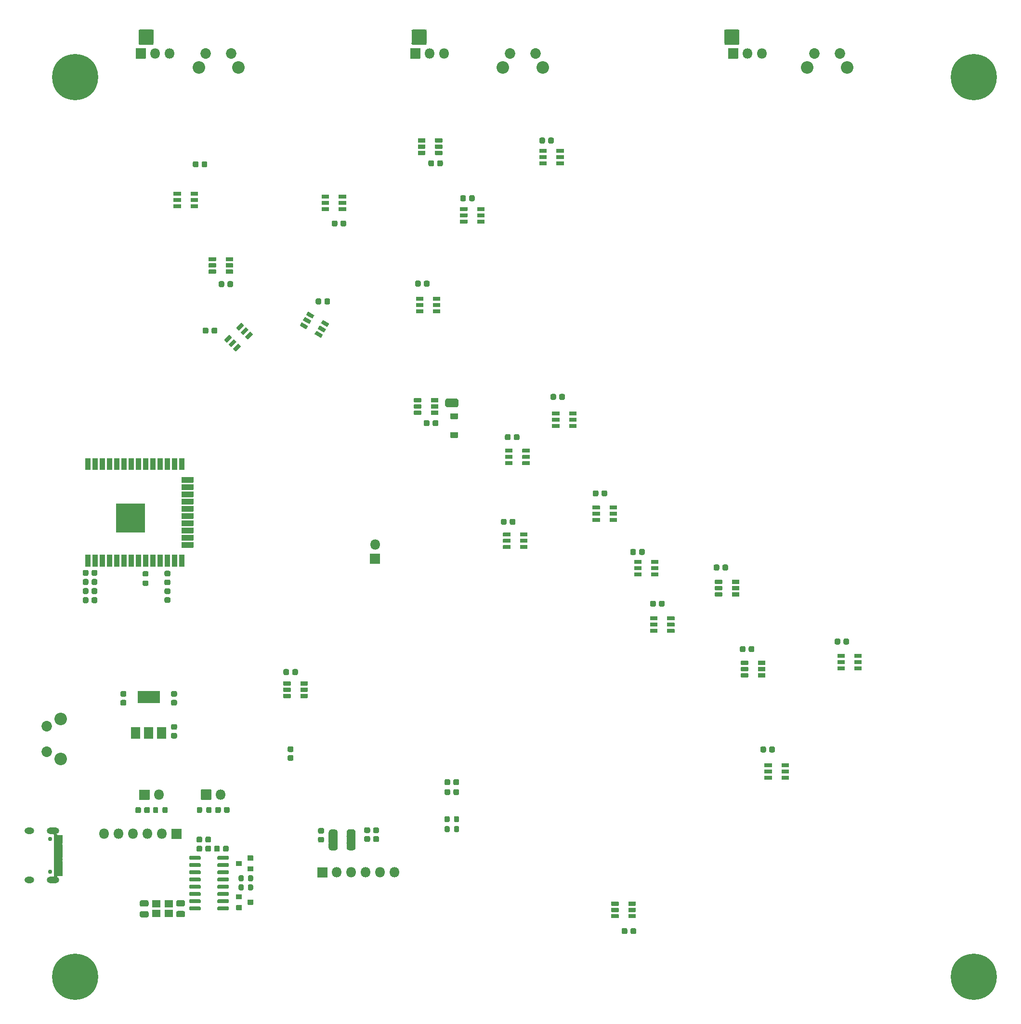
<source format=gbr>
G04 #@! TF.GenerationSoftware,KiCad,Pcbnew,(5.1.9)-1*
G04 #@! TF.CreationDate,2021-02-28T22:53:05+01:00*
G04 #@! TF.ProjectId,DPCM-map,4450434d-2d6d-4617-902e-6b696361645f,rev?*
G04 #@! TF.SameCoordinates,Original*
G04 #@! TF.FileFunction,Soldermask,Top*
G04 #@! TF.FilePolarity,Negative*
%FSLAX46Y46*%
G04 Gerber Fmt 4.6, Leading zero omitted, Abs format (unit mm)*
G04 Created by KiCad (PCBNEW (5.1.9)-1) date 2021-02-28 22:53:05*
%MOMM*%
%LPD*%
G01*
G04 APERTURE LIST*
%ADD10C,0.100000*%
%ADD11O,1.802000X1.802000*%
%ADD12C,1.002000*%
%ADD13C,8.102000*%
%ADD14C,2.202000*%
%ADD15C,1.852000*%
%ADD16O,2.202000X1.102000*%
%ADD17C,0.752000*%
%ADD18O,1.702000X1.102000*%
G04 APERTURE END LIST*
G36*
G01*
X216081000Y-207170000D02*
X216081000Y-207770000D01*
G75*
G02*
X216030000Y-207821000I-51000J0D01*
G01*
X214830000Y-207821000D01*
G75*
G02*
X214779000Y-207770000I0J51000D01*
G01*
X214779000Y-207170000D01*
G75*
G02*
X214830000Y-207119000I51000J0D01*
G01*
X216030000Y-207119000D01*
G75*
G02*
X216081000Y-207170000I0J-51000D01*
G01*
G37*
G36*
G01*
X216081000Y-206070000D02*
X216081000Y-206670000D01*
G75*
G02*
X216030000Y-206721000I-51000J0D01*
G01*
X214830000Y-206721000D01*
G75*
G02*
X214779000Y-206670000I0J51000D01*
G01*
X214779000Y-206070000D01*
G75*
G02*
X214830000Y-206019000I51000J0D01*
G01*
X216030000Y-206019000D01*
G75*
G02*
X216081000Y-206070000I0J-51000D01*
G01*
G37*
G36*
G01*
X216081000Y-204970000D02*
X216081000Y-205570000D01*
G75*
G02*
X216030000Y-205621000I-51000J0D01*
G01*
X214830000Y-205621000D01*
G75*
G02*
X214779000Y-205570000I0J51000D01*
G01*
X214779000Y-204970000D01*
G75*
G02*
X214830000Y-204919000I51000J0D01*
G01*
X216030000Y-204919000D01*
G75*
G02*
X216081000Y-204970000I0J-51000D01*
G01*
G37*
G36*
G01*
X219081000Y-204970000D02*
X219081000Y-205570000D01*
G75*
G02*
X219030000Y-205621000I-51000J0D01*
G01*
X217830000Y-205621000D01*
G75*
G02*
X217779000Y-205570000I0J51000D01*
G01*
X217779000Y-204970000D01*
G75*
G02*
X217830000Y-204919000I51000J0D01*
G01*
X219030000Y-204919000D01*
G75*
G02*
X219081000Y-204970000I0J-51000D01*
G01*
G37*
G36*
G01*
X219081000Y-206070000D02*
X219081000Y-206670000D01*
G75*
G02*
X219030000Y-206721000I-51000J0D01*
G01*
X217830000Y-206721000D01*
G75*
G02*
X217779000Y-206670000I0J51000D01*
G01*
X217779000Y-206070000D01*
G75*
G02*
X217830000Y-206019000I51000J0D01*
G01*
X219030000Y-206019000D01*
G75*
G02*
X219081000Y-206070000I0J-51000D01*
G01*
G37*
G36*
G01*
X219081000Y-207170000D02*
X219081000Y-207770000D01*
G75*
G02*
X219030000Y-207821000I-51000J0D01*
G01*
X217830000Y-207821000D01*
G75*
G02*
X217779000Y-207770000I0J51000D01*
G01*
X217779000Y-207170000D01*
G75*
G02*
X217830000Y-207119000I51000J0D01*
G01*
X219030000Y-207119000D01*
G75*
G02*
X219081000Y-207170000I0J-51000D01*
G01*
G37*
G36*
G01*
X244719000Y-181240000D02*
X244719000Y-180640000D01*
G75*
G02*
X244770000Y-180589000I51000J0D01*
G01*
X245970000Y-180589000D01*
G75*
G02*
X246021000Y-180640000I0J-51000D01*
G01*
X246021000Y-181240000D01*
G75*
G02*
X245970000Y-181291000I-51000J0D01*
G01*
X244770000Y-181291000D01*
G75*
G02*
X244719000Y-181240000I0J51000D01*
G01*
G37*
G36*
G01*
X244719000Y-182340000D02*
X244719000Y-181740000D01*
G75*
G02*
X244770000Y-181689000I51000J0D01*
G01*
X245970000Y-181689000D01*
G75*
G02*
X246021000Y-181740000I0J-51000D01*
G01*
X246021000Y-182340000D01*
G75*
G02*
X245970000Y-182391000I-51000J0D01*
G01*
X244770000Y-182391000D01*
G75*
G02*
X244719000Y-182340000I0J51000D01*
G01*
G37*
G36*
G01*
X244719000Y-183440000D02*
X244719000Y-182840000D01*
G75*
G02*
X244770000Y-182789000I51000J0D01*
G01*
X245970000Y-182789000D01*
G75*
G02*
X246021000Y-182840000I0J-51000D01*
G01*
X246021000Y-183440000D01*
G75*
G02*
X245970000Y-183491000I-51000J0D01*
G01*
X244770000Y-183491000D01*
G75*
G02*
X244719000Y-183440000I0J51000D01*
G01*
G37*
G36*
G01*
X241719000Y-183440000D02*
X241719000Y-182840000D01*
G75*
G02*
X241770000Y-182789000I51000J0D01*
G01*
X242970000Y-182789000D01*
G75*
G02*
X243021000Y-182840000I0J-51000D01*
G01*
X243021000Y-183440000D01*
G75*
G02*
X242970000Y-183491000I-51000J0D01*
G01*
X241770000Y-183491000D01*
G75*
G02*
X241719000Y-183440000I0J51000D01*
G01*
G37*
G36*
G01*
X241719000Y-182340000D02*
X241719000Y-181740000D01*
G75*
G02*
X241770000Y-181689000I51000J0D01*
G01*
X242970000Y-181689000D01*
G75*
G02*
X243021000Y-181740000I0J-51000D01*
G01*
X243021000Y-182340000D01*
G75*
G02*
X242970000Y-182391000I-51000J0D01*
G01*
X241770000Y-182391000D01*
G75*
G02*
X241719000Y-182340000I0J51000D01*
G01*
G37*
G36*
G01*
X241719000Y-181240000D02*
X241719000Y-180640000D01*
G75*
G02*
X241770000Y-180589000I51000J0D01*
G01*
X242970000Y-180589000D01*
G75*
G02*
X243021000Y-180640000I0J-51000D01*
G01*
X243021000Y-181240000D01*
G75*
G02*
X242970000Y-181291000I-51000J0D01*
G01*
X241770000Y-181291000D01*
G75*
G02*
X241719000Y-181240000I0J51000D01*
G01*
G37*
G36*
G01*
X240569000Y-163260000D02*
X240569000Y-162660000D01*
G75*
G02*
X240620000Y-162609000I51000J0D01*
G01*
X241820000Y-162609000D01*
G75*
G02*
X241871000Y-162660000I0J-51000D01*
G01*
X241871000Y-163260000D01*
G75*
G02*
X241820000Y-163311000I-51000J0D01*
G01*
X240620000Y-163311000D01*
G75*
G02*
X240569000Y-163260000I0J51000D01*
G01*
G37*
G36*
G01*
X240569000Y-164360000D02*
X240569000Y-163760000D01*
G75*
G02*
X240620000Y-163709000I51000J0D01*
G01*
X241820000Y-163709000D01*
G75*
G02*
X241871000Y-163760000I0J-51000D01*
G01*
X241871000Y-164360000D01*
G75*
G02*
X241820000Y-164411000I-51000J0D01*
G01*
X240620000Y-164411000D01*
G75*
G02*
X240569000Y-164360000I0J51000D01*
G01*
G37*
G36*
G01*
X240569000Y-165460000D02*
X240569000Y-164860000D01*
G75*
G02*
X240620000Y-164809000I51000J0D01*
G01*
X241820000Y-164809000D01*
G75*
G02*
X241871000Y-164860000I0J-51000D01*
G01*
X241871000Y-165460000D01*
G75*
G02*
X241820000Y-165511000I-51000J0D01*
G01*
X240620000Y-165511000D01*
G75*
G02*
X240569000Y-165460000I0J51000D01*
G01*
G37*
G36*
G01*
X237569000Y-165460000D02*
X237569000Y-164860000D01*
G75*
G02*
X237620000Y-164809000I51000J0D01*
G01*
X238820000Y-164809000D01*
G75*
G02*
X238871000Y-164860000I0J-51000D01*
G01*
X238871000Y-165460000D01*
G75*
G02*
X238820000Y-165511000I-51000J0D01*
G01*
X237620000Y-165511000D01*
G75*
G02*
X237569000Y-165460000I0J51000D01*
G01*
G37*
G36*
G01*
X237569000Y-164360000D02*
X237569000Y-163760000D01*
G75*
G02*
X237620000Y-163709000I51000J0D01*
G01*
X238820000Y-163709000D01*
G75*
G02*
X238871000Y-163760000I0J-51000D01*
G01*
X238871000Y-164360000D01*
G75*
G02*
X238820000Y-164411000I-51000J0D01*
G01*
X237620000Y-164411000D01*
G75*
G02*
X237569000Y-164360000I0J51000D01*
G01*
G37*
G36*
G01*
X237569000Y-163260000D02*
X237569000Y-162660000D01*
G75*
G02*
X237620000Y-162609000I51000J0D01*
G01*
X238820000Y-162609000D01*
G75*
G02*
X238871000Y-162660000I0J-51000D01*
G01*
X238871000Y-163260000D01*
G75*
G02*
X238820000Y-163311000I-51000J0D01*
G01*
X237620000Y-163311000D01*
G75*
G02*
X237569000Y-163260000I0J51000D01*
G01*
G37*
G36*
G01*
X257529000Y-162030000D02*
X257529000Y-161430000D01*
G75*
G02*
X257580000Y-161379000I51000J0D01*
G01*
X258780000Y-161379000D01*
G75*
G02*
X258831000Y-161430000I0J-51000D01*
G01*
X258831000Y-162030000D01*
G75*
G02*
X258780000Y-162081000I-51000J0D01*
G01*
X257580000Y-162081000D01*
G75*
G02*
X257529000Y-162030000I0J51000D01*
G01*
G37*
G36*
G01*
X257529000Y-163130000D02*
X257529000Y-162530000D01*
G75*
G02*
X257580000Y-162479000I51000J0D01*
G01*
X258780000Y-162479000D01*
G75*
G02*
X258831000Y-162530000I0J-51000D01*
G01*
X258831000Y-163130000D01*
G75*
G02*
X258780000Y-163181000I-51000J0D01*
G01*
X257580000Y-163181000D01*
G75*
G02*
X257529000Y-163130000I0J51000D01*
G01*
G37*
G36*
G01*
X257529000Y-164230000D02*
X257529000Y-163630000D01*
G75*
G02*
X257580000Y-163579000I51000J0D01*
G01*
X258780000Y-163579000D01*
G75*
G02*
X258831000Y-163630000I0J-51000D01*
G01*
X258831000Y-164230000D01*
G75*
G02*
X258780000Y-164281000I-51000J0D01*
G01*
X257580000Y-164281000D01*
G75*
G02*
X257529000Y-164230000I0J51000D01*
G01*
G37*
G36*
G01*
X254529000Y-164230000D02*
X254529000Y-163630000D01*
G75*
G02*
X254580000Y-163579000I51000J0D01*
G01*
X255780000Y-163579000D01*
G75*
G02*
X255831000Y-163630000I0J-51000D01*
G01*
X255831000Y-164230000D01*
G75*
G02*
X255780000Y-164281000I-51000J0D01*
G01*
X254580000Y-164281000D01*
G75*
G02*
X254529000Y-164230000I0J51000D01*
G01*
G37*
G36*
G01*
X254529000Y-163130000D02*
X254529000Y-162530000D01*
G75*
G02*
X254580000Y-162479000I51000J0D01*
G01*
X255780000Y-162479000D01*
G75*
G02*
X255831000Y-162530000I0J-51000D01*
G01*
X255831000Y-163130000D01*
G75*
G02*
X255780000Y-163181000I-51000J0D01*
G01*
X254580000Y-163181000D01*
G75*
G02*
X254529000Y-163130000I0J51000D01*
G01*
G37*
G36*
G01*
X254529000Y-162030000D02*
X254529000Y-161430000D01*
G75*
G02*
X254580000Y-161379000I51000J0D01*
G01*
X255780000Y-161379000D01*
G75*
G02*
X255831000Y-161430000I0J-51000D01*
G01*
X255831000Y-162030000D01*
G75*
G02*
X255780000Y-162081000I-51000J0D01*
G01*
X254580000Y-162081000D01*
G75*
G02*
X254529000Y-162030000I0J51000D01*
G01*
G37*
G36*
G01*
X235999000Y-149020000D02*
X235999000Y-148420000D01*
G75*
G02*
X236050000Y-148369000I51000J0D01*
G01*
X237250000Y-148369000D01*
G75*
G02*
X237301000Y-148420000I0J-51000D01*
G01*
X237301000Y-149020000D01*
G75*
G02*
X237250000Y-149071000I-51000J0D01*
G01*
X236050000Y-149071000D01*
G75*
G02*
X235999000Y-149020000I0J51000D01*
G01*
G37*
G36*
G01*
X235999000Y-150120000D02*
X235999000Y-149520000D01*
G75*
G02*
X236050000Y-149469000I51000J0D01*
G01*
X237250000Y-149469000D01*
G75*
G02*
X237301000Y-149520000I0J-51000D01*
G01*
X237301000Y-150120000D01*
G75*
G02*
X237250000Y-150171000I-51000J0D01*
G01*
X236050000Y-150171000D01*
G75*
G02*
X235999000Y-150120000I0J51000D01*
G01*
G37*
G36*
G01*
X235999000Y-151220000D02*
X235999000Y-150620000D01*
G75*
G02*
X236050000Y-150569000I51000J0D01*
G01*
X237250000Y-150569000D01*
G75*
G02*
X237301000Y-150620000I0J-51000D01*
G01*
X237301000Y-151220000D01*
G75*
G02*
X237250000Y-151271000I-51000J0D01*
G01*
X236050000Y-151271000D01*
G75*
G02*
X235999000Y-151220000I0J51000D01*
G01*
G37*
G36*
G01*
X232999000Y-151220000D02*
X232999000Y-150620000D01*
G75*
G02*
X233050000Y-150569000I51000J0D01*
G01*
X234250000Y-150569000D01*
G75*
G02*
X234301000Y-150620000I0J-51000D01*
G01*
X234301000Y-151220000D01*
G75*
G02*
X234250000Y-151271000I-51000J0D01*
G01*
X233050000Y-151271000D01*
G75*
G02*
X232999000Y-151220000I0J51000D01*
G01*
G37*
G36*
G01*
X232999000Y-150120000D02*
X232999000Y-149520000D01*
G75*
G02*
X233050000Y-149469000I51000J0D01*
G01*
X234250000Y-149469000D01*
G75*
G02*
X234301000Y-149520000I0J-51000D01*
G01*
X234301000Y-150120000D01*
G75*
G02*
X234250000Y-150171000I-51000J0D01*
G01*
X233050000Y-150171000D01*
G75*
G02*
X232999000Y-150120000I0J51000D01*
G01*
G37*
G36*
G01*
X232999000Y-149020000D02*
X232999000Y-148420000D01*
G75*
G02*
X233050000Y-148369000I51000J0D01*
G01*
X234250000Y-148369000D01*
G75*
G02*
X234301000Y-148420000I0J-51000D01*
G01*
X234301000Y-149020000D01*
G75*
G02*
X234250000Y-149071000I-51000J0D01*
G01*
X233050000Y-149071000D01*
G75*
G02*
X232999000Y-149020000I0J51000D01*
G01*
G37*
G36*
G01*
X224609000Y-155440000D02*
X224609000Y-154840000D01*
G75*
G02*
X224660000Y-154789000I51000J0D01*
G01*
X225860000Y-154789000D01*
G75*
G02*
X225911000Y-154840000I0J-51000D01*
G01*
X225911000Y-155440000D01*
G75*
G02*
X225860000Y-155491000I-51000J0D01*
G01*
X224660000Y-155491000D01*
G75*
G02*
X224609000Y-155440000I0J51000D01*
G01*
G37*
G36*
G01*
X224609000Y-156540000D02*
X224609000Y-155940000D01*
G75*
G02*
X224660000Y-155889000I51000J0D01*
G01*
X225860000Y-155889000D01*
G75*
G02*
X225911000Y-155940000I0J-51000D01*
G01*
X225911000Y-156540000D01*
G75*
G02*
X225860000Y-156591000I-51000J0D01*
G01*
X224660000Y-156591000D01*
G75*
G02*
X224609000Y-156540000I0J51000D01*
G01*
G37*
G36*
G01*
X224609000Y-157640000D02*
X224609000Y-157040000D01*
G75*
G02*
X224660000Y-156989000I51000J0D01*
G01*
X225860000Y-156989000D01*
G75*
G02*
X225911000Y-157040000I0J-51000D01*
G01*
X225911000Y-157640000D01*
G75*
G02*
X225860000Y-157691000I-51000J0D01*
G01*
X224660000Y-157691000D01*
G75*
G02*
X224609000Y-157640000I0J51000D01*
G01*
G37*
G36*
G01*
X221609000Y-157640000D02*
X221609000Y-157040000D01*
G75*
G02*
X221660000Y-156989000I51000J0D01*
G01*
X222860000Y-156989000D01*
G75*
G02*
X222911000Y-157040000I0J-51000D01*
G01*
X222911000Y-157640000D01*
G75*
G02*
X222860000Y-157691000I-51000J0D01*
G01*
X221660000Y-157691000D01*
G75*
G02*
X221609000Y-157640000I0J51000D01*
G01*
G37*
G36*
G01*
X221609000Y-156540000D02*
X221609000Y-155940000D01*
G75*
G02*
X221660000Y-155889000I51000J0D01*
G01*
X222860000Y-155889000D01*
G75*
G02*
X222911000Y-155940000I0J-51000D01*
G01*
X222911000Y-156540000D01*
G75*
G02*
X222860000Y-156591000I-51000J0D01*
G01*
X221660000Y-156591000D01*
G75*
G02*
X221609000Y-156540000I0J51000D01*
G01*
G37*
G36*
G01*
X221609000Y-155440000D02*
X221609000Y-154840000D01*
G75*
G02*
X221660000Y-154789000I51000J0D01*
G01*
X222860000Y-154789000D01*
G75*
G02*
X222911000Y-154840000I0J-51000D01*
G01*
X222911000Y-155440000D01*
G75*
G02*
X222860000Y-155491000I-51000J0D01*
G01*
X221660000Y-155491000D01*
G75*
G02*
X221609000Y-155440000I0J51000D01*
G01*
G37*
G36*
G01*
X221789000Y-145500000D02*
X221789000Y-144900000D01*
G75*
G02*
X221840000Y-144849000I51000J0D01*
G01*
X223040000Y-144849000D01*
G75*
G02*
X223091000Y-144900000I0J-51000D01*
G01*
X223091000Y-145500000D01*
G75*
G02*
X223040000Y-145551000I-51000J0D01*
G01*
X221840000Y-145551000D01*
G75*
G02*
X221789000Y-145500000I0J51000D01*
G01*
G37*
G36*
G01*
X221789000Y-146600000D02*
X221789000Y-146000000D01*
G75*
G02*
X221840000Y-145949000I51000J0D01*
G01*
X223040000Y-145949000D01*
G75*
G02*
X223091000Y-146000000I0J-51000D01*
G01*
X223091000Y-146600000D01*
G75*
G02*
X223040000Y-146651000I-51000J0D01*
G01*
X221840000Y-146651000D01*
G75*
G02*
X221789000Y-146600000I0J51000D01*
G01*
G37*
G36*
G01*
X221789000Y-147700000D02*
X221789000Y-147100000D01*
G75*
G02*
X221840000Y-147049000I51000J0D01*
G01*
X223040000Y-147049000D01*
G75*
G02*
X223091000Y-147100000I0J-51000D01*
G01*
X223091000Y-147700000D01*
G75*
G02*
X223040000Y-147751000I-51000J0D01*
G01*
X221840000Y-147751000D01*
G75*
G02*
X221789000Y-147700000I0J51000D01*
G01*
G37*
G36*
G01*
X218789000Y-147700000D02*
X218789000Y-147100000D01*
G75*
G02*
X218840000Y-147049000I51000J0D01*
G01*
X220040000Y-147049000D01*
G75*
G02*
X220091000Y-147100000I0J-51000D01*
G01*
X220091000Y-147700000D01*
G75*
G02*
X220040000Y-147751000I-51000J0D01*
G01*
X218840000Y-147751000D01*
G75*
G02*
X218789000Y-147700000I0J51000D01*
G01*
G37*
G36*
G01*
X218789000Y-146600000D02*
X218789000Y-146000000D01*
G75*
G02*
X218840000Y-145949000I51000J0D01*
G01*
X220040000Y-145949000D01*
G75*
G02*
X220091000Y-146000000I0J-51000D01*
G01*
X220091000Y-146600000D01*
G75*
G02*
X220040000Y-146651000I-51000J0D01*
G01*
X218840000Y-146651000D01*
G75*
G02*
X218789000Y-146600000I0J51000D01*
G01*
G37*
G36*
G01*
X218789000Y-145500000D02*
X218789000Y-144900000D01*
G75*
G02*
X218840000Y-144849000I51000J0D01*
G01*
X220040000Y-144849000D01*
G75*
G02*
X220091000Y-144900000I0J-51000D01*
G01*
X220091000Y-145500000D01*
G75*
G02*
X220040000Y-145551000I-51000J0D01*
G01*
X218840000Y-145551000D01*
G75*
G02*
X218789000Y-145500000I0J51000D01*
G01*
G37*
G36*
G01*
X214489000Y-135960000D02*
X214489000Y-135360000D01*
G75*
G02*
X214540000Y-135309000I51000J0D01*
G01*
X215740000Y-135309000D01*
G75*
G02*
X215791000Y-135360000I0J-51000D01*
G01*
X215791000Y-135960000D01*
G75*
G02*
X215740000Y-136011000I-51000J0D01*
G01*
X214540000Y-136011000D01*
G75*
G02*
X214489000Y-135960000I0J51000D01*
G01*
G37*
G36*
G01*
X214489000Y-137060000D02*
X214489000Y-136460000D01*
G75*
G02*
X214540000Y-136409000I51000J0D01*
G01*
X215740000Y-136409000D01*
G75*
G02*
X215791000Y-136460000I0J-51000D01*
G01*
X215791000Y-137060000D01*
G75*
G02*
X215740000Y-137111000I-51000J0D01*
G01*
X214540000Y-137111000D01*
G75*
G02*
X214489000Y-137060000I0J51000D01*
G01*
G37*
G36*
G01*
X214489000Y-138160000D02*
X214489000Y-137560000D01*
G75*
G02*
X214540000Y-137509000I51000J0D01*
G01*
X215740000Y-137509000D01*
G75*
G02*
X215791000Y-137560000I0J-51000D01*
G01*
X215791000Y-138160000D01*
G75*
G02*
X215740000Y-138211000I-51000J0D01*
G01*
X214540000Y-138211000D01*
G75*
G02*
X214489000Y-138160000I0J51000D01*
G01*
G37*
G36*
G01*
X211489000Y-138160000D02*
X211489000Y-137560000D01*
G75*
G02*
X211540000Y-137509000I51000J0D01*
G01*
X212740000Y-137509000D01*
G75*
G02*
X212791000Y-137560000I0J-51000D01*
G01*
X212791000Y-138160000D01*
G75*
G02*
X212740000Y-138211000I-51000J0D01*
G01*
X211540000Y-138211000D01*
G75*
G02*
X211489000Y-138160000I0J51000D01*
G01*
G37*
G36*
G01*
X211489000Y-137060000D02*
X211489000Y-136460000D01*
G75*
G02*
X211540000Y-136409000I51000J0D01*
G01*
X212740000Y-136409000D01*
G75*
G02*
X212791000Y-136460000I0J-51000D01*
G01*
X212791000Y-137060000D01*
G75*
G02*
X212740000Y-137111000I-51000J0D01*
G01*
X211540000Y-137111000D01*
G75*
G02*
X211489000Y-137060000I0J51000D01*
G01*
G37*
G36*
G01*
X211489000Y-135960000D02*
X211489000Y-135360000D01*
G75*
G02*
X211540000Y-135309000I51000J0D01*
G01*
X212740000Y-135309000D01*
G75*
G02*
X212791000Y-135360000I0J-51000D01*
G01*
X212791000Y-135960000D01*
G75*
G02*
X212740000Y-136011000I-51000J0D01*
G01*
X211540000Y-136011000D01*
G75*
G02*
X211489000Y-135960000I0J51000D01*
G01*
G37*
G36*
G01*
X160119000Y-166880000D02*
X160119000Y-166280000D01*
G75*
G02*
X160170000Y-166229000I51000J0D01*
G01*
X161370000Y-166229000D01*
G75*
G02*
X161421000Y-166280000I0J-51000D01*
G01*
X161421000Y-166880000D01*
G75*
G02*
X161370000Y-166931000I-51000J0D01*
G01*
X160170000Y-166931000D01*
G75*
G02*
X160119000Y-166880000I0J51000D01*
G01*
G37*
G36*
G01*
X160119000Y-167980000D02*
X160119000Y-167380000D01*
G75*
G02*
X160170000Y-167329000I51000J0D01*
G01*
X161370000Y-167329000D01*
G75*
G02*
X161421000Y-167380000I0J-51000D01*
G01*
X161421000Y-167980000D01*
G75*
G02*
X161370000Y-168031000I-51000J0D01*
G01*
X160170000Y-168031000D01*
G75*
G02*
X160119000Y-167980000I0J51000D01*
G01*
G37*
G36*
G01*
X160119000Y-169080000D02*
X160119000Y-168480000D01*
G75*
G02*
X160170000Y-168429000I51000J0D01*
G01*
X161370000Y-168429000D01*
G75*
G02*
X161421000Y-168480000I0J-51000D01*
G01*
X161421000Y-169080000D01*
G75*
G02*
X161370000Y-169131000I-51000J0D01*
G01*
X160170000Y-169131000D01*
G75*
G02*
X160119000Y-169080000I0J51000D01*
G01*
G37*
G36*
G01*
X157119000Y-169080000D02*
X157119000Y-168480000D01*
G75*
G02*
X157170000Y-168429000I51000J0D01*
G01*
X158370000Y-168429000D01*
G75*
G02*
X158421000Y-168480000I0J-51000D01*
G01*
X158421000Y-169080000D01*
G75*
G02*
X158370000Y-169131000I-51000J0D01*
G01*
X157170000Y-169131000D01*
G75*
G02*
X157119000Y-169080000I0J51000D01*
G01*
G37*
G36*
G01*
X157119000Y-167980000D02*
X157119000Y-167380000D01*
G75*
G02*
X157170000Y-167329000I51000J0D01*
G01*
X158370000Y-167329000D01*
G75*
G02*
X158421000Y-167380000I0J-51000D01*
G01*
X158421000Y-167980000D01*
G75*
G02*
X158370000Y-168031000I-51000J0D01*
G01*
X157170000Y-168031000D01*
G75*
G02*
X157119000Y-167980000I0J51000D01*
G01*
G37*
G36*
G01*
X157119000Y-166880000D02*
X157119000Y-166280000D01*
G75*
G02*
X157170000Y-166229000I51000J0D01*
G01*
X158370000Y-166229000D01*
G75*
G02*
X158421000Y-166280000I0J-51000D01*
G01*
X158421000Y-166880000D01*
G75*
G02*
X158370000Y-166931000I-51000J0D01*
G01*
X157170000Y-166931000D01*
G75*
G02*
X157119000Y-166880000I0J51000D01*
G01*
G37*
G36*
G01*
X198749000Y-140700000D02*
X198749000Y-140100000D01*
G75*
G02*
X198800000Y-140049000I51000J0D01*
G01*
X200000000Y-140049000D01*
G75*
G02*
X200051000Y-140100000I0J-51000D01*
G01*
X200051000Y-140700000D01*
G75*
G02*
X200000000Y-140751000I-51000J0D01*
G01*
X198800000Y-140751000D01*
G75*
G02*
X198749000Y-140700000I0J51000D01*
G01*
G37*
G36*
G01*
X198749000Y-141800000D02*
X198749000Y-141200000D01*
G75*
G02*
X198800000Y-141149000I51000J0D01*
G01*
X200000000Y-141149000D01*
G75*
G02*
X200051000Y-141200000I0J-51000D01*
G01*
X200051000Y-141800000D01*
G75*
G02*
X200000000Y-141851000I-51000J0D01*
G01*
X198800000Y-141851000D01*
G75*
G02*
X198749000Y-141800000I0J51000D01*
G01*
G37*
G36*
G01*
X198749000Y-142900000D02*
X198749000Y-142300000D01*
G75*
G02*
X198800000Y-142249000I51000J0D01*
G01*
X200000000Y-142249000D01*
G75*
G02*
X200051000Y-142300000I0J-51000D01*
G01*
X200051000Y-142900000D01*
G75*
G02*
X200000000Y-142951000I-51000J0D01*
G01*
X198800000Y-142951000D01*
G75*
G02*
X198749000Y-142900000I0J51000D01*
G01*
G37*
G36*
G01*
X195749000Y-142900000D02*
X195749000Y-142300000D01*
G75*
G02*
X195800000Y-142249000I51000J0D01*
G01*
X197000000Y-142249000D01*
G75*
G02*
X197051000Y-142300000I0J-51000D01*
G01*
X197051000Y-142900000D01*
G75*
G02*
X197000000Y-142951000I-51000J0D01*
G01*
X195800000Y-142951000D01*
G75*
G02*
X195749000Y-142900000I0J51000D01*
G01*
G37*
G36*
G01*
X195749000Y-141800000D02*
X195749000Y-141200000D01*
G75*
G02*
X195800000Y-141149000I51000J0D01*
G01*
X197000000Y-141149000D01*
G75*
G02*
X197051000Y-141200000I0J-51000D01*
G01*
X197051000Y-141800000D01*
G75*
G02*
X197000000Y-141851000I-51000J0D01*
G01*
X195800000Y-141851000D01*
G75*
G02*
X195749000Y-141800000I0J51000D01*
G01*
G37*
G36*
G01*
X195749000Y-140700000D02*
X195749000Y-140100000D01*
G75*
G02*
X195800000Y-140049000I51000J0D01*
G01*
X197000000Y-140049000D01*
G75*
G02*
X197051000Y-140100000I0J-51000D01*
G01*
X197051000Y-140700000D01*
G75*
G02*
X197000000Y-140751000I-51000J0D01*
G01*
X195800000Y-140751000D01*
G75*
G02*
X195749000Y-140700000I0J51000D01*
G01*
G37*
G36*
G01*
X199139000Y-125970000D02*
X199139000Y-125370000D01*
G75*
G02*
X199190000Y-125319000I51000J0D01*
G01*
X200390000Y-125319000D01*
G75*
G02*
X200441000Y-125370000I0J-51000D01*
G01*
X200441000Y-125970000D01*
G75*
G02*
X200390000Y-126021000I-51000J0D01*
G01*
X199190000Y-126021000D01*
G75*
G02*
X199139000Y-125970000I0J51000D01*
G01*
G37*
G36*
G01*
X199139000Y-127070000D02*
X199139000Y-126470000D01*
G75*
G02*
X199190000Y-126419000I51000J0D01*
G01*
X200390000Y-126419000D01*
G75*
G02*
X200441000Y-126470000I0J-51000D01*
G01*
X200441000Y-127070000D01*
G75*
G02*
X200390000Y-127121000I-51000J0D01*
G01*
X199190000Y-127121000D01*
G75*
G02*
X199139000Y-127070000I0J51000D01*
G01*
G37*
G36*
G01*
X199139000Y-128170000D02*
X199139000Y-127570000D01*
G75*
G02*
X199190000Y-127519000I51000J0D01*
G01*
X200390000Y-127519000D01*
G75*
G02*
X200441000Y-127570000I0J-51000D01*
G01*
X200441000Y-128170000D01*
G75*
G02*
X200390000Y-128221000I-51000J0D01*
G01*
X199190000Y-128221000D01*
G75*
G02*
X199139000Y-128170000I0J51000D01*
G01*
G37*
G36*
G01*
X196139000Y-128170000D02*
X196139000Y-127570000D01*
G75*
G02*
X196190000Y-127519000I51000J0D01*
G01*
X197390000Y-127519000D01*
G75*
G02*
X197441000Y-127570000I0J-51000D01*
G01*
X197441000Y-128170000D01*
G75*
G02*
X197390000Y-128221000I-51000J0D01*
G01*
X196190000Y-128221000D01*
G75*
G02*
X196139000Y-128170000I0J51000D01*
G01*
G37*
G36*
G01*
X196139000Y-127070000D02*
X196139000Y-126470000D01*
G75*
G02*
X196190000Y-126419000I51000J0D01*
G01*
X197390000Y-126419000D01*
G75*
G02*
X197441000Y-126470000I0J-51000D01*
G01*
X197441000Y-127070000D01*
G75*
G02*
X197390000Y-127121000I-51000J0D01*
G01*
X196190000Y-127121000D01*
G75*
G02*
X196139000Y-127070000I0J51000D01*
G01*
G37*
G36*
G01*
X196139000Y-125970000D02*
X196139000Y-125370000D01*
G75*
G02*
X196190000Y-125319000I51000J0D01*
G01*
X197390000Y-125319000D01*
G75*
G02*
X197441000Y-125370000I0J-51000D01*
G01*
X197441000Y-125970000D01*
G75*
G02*
X197390000Y-126021000I-51000J0D01*
G01*
X196190000Y-126021000D01*
G75*
G02*
X196139000Y-125970000I0J51000D01*
G01*
G37*
G36*
G01*
X207369000Y-119440000D02*
X207369000Y-118840000D01*
G75*
G02*
X207420000Y-118789000I51000J0D01*
G01*
X208620000Y-118789000D01*
G75*
G02*
X208671000Y-118840000I0J-51000D01*
G01*
X208671000Y-119440000D01*
G75*
G02*
X208620000Y-119491000I-51000J0D01*
G01*
X207420000Y-119491000D01*
G75*
G02*
X207369000Y-119440000I0J51000D01*
G01*
G37*
G36*
G01*
X207369000Y-120540000D02*
X207369000Y-119940000D01*
G75*
G02*
X207420000Y-119889000I51000J0D01*
G01*
X208620000Y-119889000D01*
G75*
G02*
X208671000Y-119940000I0J-51000D01*
G01*
X208671000Y-120540000D01*
G75*
G02*
X208620000Y-120591000I-51000J0D01*
G01*
X207420000Y-120591000D01*
G75*
G02*
X207369000Y-120540000I0J51000D01*
G01*
G37*
G36*
G01*
X207369000Y-121640000D02*
X207369000Y-121040000D01*
G75*
G02*
X207420000Y-120989000I51000J0D01*
G01*
X208620000Y-120989000D01*
G75*
G02*
X208671000Y-121040000I0J-51000D01*
G01*
X208671000Y-121640000D01*
G75*
G02*
X208620000Y-121691000I-51000J0D01*
G01*
X207420000Y-121691000D01*
G75*
G02*
X207369000Y-121640000I0J51000D01*
G01*
G37*
G36*
G01*
X204369000Y-121640000D02*
X204369000Y-121040000D01*
G75*
G02*
X204420000Y-120989000I51000J0D01*
G01*
X205620000Y-120989000D01*
G75*
G02*
X205671000Y-121040000I0J-51000D01*
G01*
X205671000Y-121640000D01*
G75*
G02*
X205620000Y-121691000I-51000J0D01*
G01*
X204420000Y-121691000D01*
G75*
G02*
X204369000Y-121640000I0J51000D01*
G01*
G37*
G36*
G01*
X204369000Y-120540000D02*
X204369000Y-119940000D01*
G75*
G02*
X204420000Y-119889000I51000J0D01*
G01*
X205620000Y-119889000D01*
G75*
G02*
X205671000Y-119940000I0J-51000D01*
G01*
X205671000Y-120540000D01*
G75*
G02*
X205620000Y-120591000I-51000J0D01*
G01*
X204420000Y-120591000D01*
G75*
G02*
X204369000Y-120540000I0J51000D01*
G01*
G37*
G36*
G01*
X204369000Y-119440000D02*
X204369000Y-118840000D01*
G75*
G02*
X204420000Y-118789000I51000J0D01*
G01*
X205620000Y-118789000D01*
G75*
G02*
X205671000Y-118840000I0J-51000D01*
G01*
X205671000Y-119440000D01*
G75*
G02*
X205620000Y-119491000I-51000J0D01*
G01*
X204420000Y-119491000D01*
G75*
G02*
X204369000Y-119440000I0J51000D01*
G01*
G37*
G36*
G01*
X183449000Y-99270000D02*
X183449000Y-98670000D01*
G75*
G02*
X183500000Y-98619000I51000J0D01*
G01*
X184700000Y-98619000D01*
G75*
G02*
X184751000Y-98670000I0J-51000D01*
G01*
X184751000Y-99270000D01*
G75*
G02*
X184700000Y-99321000I-51000J0D01*
G01*
X183500000Y-99321000D01*
G75*
G02*
X183449000Y-99270000I0J51000D01*
G01*
G37*
G36*
G01*
X183449000Y-100370000D02*
X183449000Y-99770000D01*
G75*
G02*
X183500000Y-99719000I51000J0D01*
G01*
X184700000Y-99719000D01*
G75*
G02*
X184751000Y-99770000I0J-51000D01*
G01*
X184751000Y-100370000D01*
G75*
G02*
X184700000Y-100421000I-51000J0D01*
G01*
X183500000Y-100421000D01*
G75*
G02*
X183449000Y-100370000I0J51000D01*
G01*
G37*
G36*
G01*
X183449000Y-101470000D02*
X183449000Y-100870000D01*
G75*
G02*
X183500000Y-100819000I51000J0D01*
G01*
X184700000Y-100819000D01*
G75*
G02*
X184751000Y-100870000I0J-51000D01*
G01*
X184751000Y-101470000D01*
G75*
G02*
X184700000Y-101521000I-51000J0D01*
G01*
X183500000Y-101521000D01*
G75*
G02*
X183449000Y-101470000I0J51000D01*
G01*
G37*
G36*
G01*
X180449000Y-101470000D02*
X180449000Y-100870000D01*
G75*
G02*
X180500000Y-100819000I51000J0D01*
G01*
X181700000Y-100819000D01*
G75*
G02*
X181751000Y-100870000I0J-51000D01*
G01*
X181751000Y-101470000D01*
G75*
G02*
X181700000Y-101521000I-51000J0D01*
G01*
X180500000Y-101521000D01*
G75*
G02*
X180449000Y-101470000I0J51000D01*
G01*
G37*
G36*
G01*
X180449000Y-100370000D02*
X180449000Y-99770000D01*
G75*
G02*
X180500000Y-99719000I51000J0D01*
G01*
X181700000Y-99719000D01*
G75*
G02*
X181751000Y-99770000I0J-51000D01*
G01*
X181751000Y-100370000D01*
G75*
G02*
X181700000Y-100421000I-51000J0D01*
G01*
X180500000Y-100421000D01*
G75*
G02*
X180449000Y-100370000I0J51000D01*
G01*
G37*
G36*
G01*
X180449000Y-99270000D02*
X180449000Y-98670000D01*
G75*
G02*
X180500000Y-98619000I51000J0D01*
G01*
X181700000Y-98619000D01*
G75*
G02*
X181751000Y-98670000I0J-51000D01*
G01*
X181751000Y-99270000D01*
G75*
G02*
X181700000Y-99321000I-51000J0D01*
G01*
X180500000Y-99321000D01*
G75*
G02*
X180449000Y-99270000I0J51000D01*
G01*
G37*
G36*
G01*
X191199000Y-83510000D02*
X191199000Y-82910000D01*
G75*
G02*
X191250000Y-82859000I51000J0D01*
G01*
X192450000Y-82859000D01*
G75*
G02*
X192501000Y-82910000I0J-51000D01*
G01*
X192501000Y-83510000D01*
G75*
G02*
X192450000Y-83561000I-51000J0D01*
G01*
X191250000Y-83561000D01*
G75*
G02*
X191199000Y-83510000I0J51000D01*
G01*
G37*
G36*
G01*
X191199000Y-84610000D02*
X191199000Y-84010000D01*
G75*
G02*
X191250000Y-83959000I51000J0D01*
G01*
X192450000Y-83959000D01*
G75*
G02*
X192501000Y-84010000I0J-51000D01*
G01*
X192501000Y-84610000D01*
G75*
G02*
X192450000Y-84661000I-51000J0D01*
G01*
X191250000Y-84661000D01*
G75*
G02*
X191199000Y-84610000I0J51000D01*
G01*
G37*
G36*
G01*
X191199000Y-85710000D02*
X191199000Y-85110000D01*
G75*
G02*
X191250000Y-85059000I51000J0D01*
G01*
X192450000Y-85059000D01*
G75*
G02*
X192501000Y-85110000I0J-51000D01*
G01*
X192501000Y-85710000D01*
G75*
G02*
X192450000Y-85761000I-51000J0D01*
G01*
X191250000Y-85761000D01*
G75*
G02*
X191199000Y-85710000I0J51000D01*
G01*
G37*
G36*
G01*
X188199000Y-85710000D02*
X188199000Y-85110000D01*
G75*
G02*
X188250000Y-85059000I51000J0D01*
G01*
X189450000Y-85059000D01*
G75*
G02*
X189501000Y-85110000I0J-51000D01*
G01*
X189501000Y-85710000D01*
G75*
G02*
X189450000Y-85761000I-51000J0D01*
G01*
X188250000Y-85761000D01*
G75*
G02*
X188199000Y-85710000I0J51000D01*
G01*
G37*
G36*
G01*
X188199000Y-84610000D02*
X188199000Y-84010000D01*
G75*
G02*
X188250000Y-83959000I51000J0D01*
G01*
X189450000Y-83959000D01*
G75*
G02*
X189501000Y-84010000I0J-51000D01*
G01*
X189501000Y-84610000D01*
G75*
G02*
X189450000Y-84661000I-51000J0D01*
G01*
X188250000Y-84661000D01*
G75*
G02*
X188199000Y-84610000I0J51000D01*
G01*
G37*
G36*
G01*
X188199000Y-83510000D02*
X188199000Y-82910000D01*
G75*
G02*
X188250000Y-82859000I51000J0D01*
G01*
X189450000Y-82859000D01*
G75*
G02*
X189501000Y-82910000I0J-51000D01*
G01*
X189501000Y-83510000D01*
G75*
G02*
X189450000Y-83561000I-51000J0D01*
G01*
X188250000Y-83561000D01*
G75*
G02*
X188199000Y-83510000I0J51000D01*
G01*
G37*
G36*
G01*
X205139000Y-73290000D02*
X205139000Y-72690000D01*
G75*
G02*
X205190000Y-72639000I51000J0D01*
G01*
X206390000Y-72639000D01*
G75*
G02*
X206441000Y-72690000I0J-51000D01*
G01*
X206441000Y-73290000D01*
G75*
G02*
X206390000Y-73341000I-51000J0D01*
G01*
X205190000Y-73341000D01*
G75*
G02*
X205139000Y-73290000I0J51000D01*
G01*
G37*
G36*
G01*
X205139000Y-74390000D02*
X205139000Y-73790000D01*
G75*
G02*
X205190000Y-73739000I51000J0D01*
G01*
X206390000Y-73739000D01*
G75*
G02*
X206441000Y-73790000I0J-51000D01*
G01*
X206441000Y-74390000D01*
G75*
G02*
X206390000Y-74441000I-51000J0D01*
G01*
X205190000Y-74441000D01*
G75*
G02*
X205139000Y-74390000I0J51000D01*
G01*
G37*
G36*
G01*
X205139000Y-75490000D02*
X205139000Y-74890000D01*
G75*
G02*
X205190000Y-74839000I51000J0D01*
G01*
X206390000Y-74839000D01*
G75*
G02*
X206441000Y-74890000I0J-51000D01*
G01*
X206441000Y-75490000D01*
G75*
G02*
X206390000Y-75541000I-51000J0D01*
G01*
X205190000Y-75541000D01*
G75*
G02*
X205139000Y-75490000I0J51000D01*
G01*
G37*
G36*
G01*
X202139000Y-75490000D02*
X202139000Y-74890000D01*
G75*
G02*
X202190000Y-74839000I51000J0D01*
G01*
X203390000Y-74839000D01*
G75*
G02*
X203441000Y-74890000I0J-51000D01*
G01*
X203441000Y-75490000D01*
G75*
G02*
X203390000Y-75541000I-51000J0D01*
G01*
X202190000Y-75541000D01*
G75*
G02*
X202139000Y-75490000I0J51000D01*
G01*
G37*
G36*
G01*
X202139000Y-74390000D02*
X202139000Y-73790000D01*
G75*
G02*
X202190000Y-73739000I51000J0D01*
G01*
X203390000Y-73739000D01*
G75*
G02*
X203441000Y-73790000I0J-51000D01*
G01*
X203441000Y-74390000D01*
G75*
G02*
X203390000Y-74441000I-51000J0D01*
G01*
X202190000Y-74441000D01*
G75*
G02*
X202139000Y-74390000I0J51000D01*
G01*
G37*
G36*
G01*
X202139000Y-73290000D02*
X202139000Y-72690000D01*
G75*
G02*
X202190000Y-72639000I51000J0D01*
G01*
X203390000Y-72639000D01*
G75*
G02*
X203441000Y-72690000I0J-51000D01*
G01*
X203441000Y-73290000D01*
G75*
G02*
X203390000Y-73341000I-51000J0D01*
G01*
X202190000Y-73341000D01*
G75*
G02*
X202139000Y-73290000I0J51000D01*
G01*
G37*
G36*
G01*
X182091000Y-73060000D02*
X182091000Y-73660000D01*
G75*
G02*
X182040000Y-73711000I-51000J0D01*
G01*
X180840000Y-73711000D01*
G75*
G02*
X180789000Y-73660000I0J51000D01*
G01*
X180789000Y-73060000D01*
G75*
G02*
X180840000Y-73009000I51000J0D01*
G01*
X182040000Y-73009000D01*
G75*
G02*
X182091000Y-73060000I0J-51000D01*
G01*
G37*
G36*
G01*
X182091000Y-71960000D02*
X182091000Y-72560000D01*
G75*
G02*
X182040000Y-72611000I-51000J0D01*
G01*
X180840000Y-72611000D01*
G75*
G02*
X180789000Y-72560000I0J51000D01*
G01*
X180789000Y-71960000D01*
G75*
G02*
X180840000Y-71909000I51000J0D01*
G01*
X182040000Y-71909000D01*
G75*
G02*
X182091000Y-71960000I0J-51000D01*
G01*
G37*
G36*
G01*
X182091000Y-70860000D02*
X182091000Y-71460000D01*
G75*
G02*
X182040000Y-71511000I-51000J0D01*
G01*
X180840000Y-71511000D01*
G75*
G02*
X180789000Y-71460000I0J51000D01*
G01*
X180789000Y-70860000D01*
G75*
G02*
X180840000Y-70809000I51000J0D01*
G01*
X182040000Y-70809000D01*
G75*
G02*
X182091000Y-70860000I0J-51000D01*
G01*
G37*
G36*
G01*
X185091000Y-70860000D02*
X185091000Y-71460000D01*
G75*
G02*
X185040000Y-71511000I-51000J0D01*
G01*
X183840000Y-71511000D01*
G75*
G02*
X183789000Y-71460000I0J51000D01*
G01*
X183789000Y-70860000D01*
G75*
G02*
X183840000Y-70809000I51000J0D01*
G01*
X185040000Y-70809000D01*
G75*
G02*
X185091000Y-70860000I0J-51000D01*
G01*
G37*
G36*
G01*
X185091000Y-71960000D02*
X185091000Y-72560000D01*
G75*
G02*
X185040000Y-72611000I-51000J0D01*
G01*
X183840000Y-72611000D01*
G75*
G02*
X183789000Y-72560000I0J51000D01*
G01*
X183789000Y-71960000D01*
G75*
G02*
X183840000Y-71909000I51000J0D01*
G01*
X185040000Y-71909000D01*
G75*
G02*
X185091000Y-71960000I0J-51000D01*
G01*
G37*
G36*
G01*
X185091000Y-73060000D02*
X185091000Y-73660000D01*
G75*
G02*
X185040000Y-73711000I-51000J0D01*
G01*
X183840000Y-73711000D01*
G75*
G02*
X183789000Y-73660000I0J51000D01*
G01*
X183789000Y-73060000D01*
G75*
G02*
X183840000Y-73009000I51000J0D01*
G01*
X185040000Y-73009000D01*
G75*
G02*
X185091000Y-73060000I0J-51000D01*
G01*
G37*
G36*
G01*
X165181000Y-82940000D02*
X165181000Y-83540000D01*
G75*
G02*
X165130000Y-83591000I-51000J0D01*
G01*
X163930000Y-83591000D01*
G75*
G02*
X163879000Y-83540000I0J51000D01*
G01*
X163879000Y-82940000D01*
G75*
G02*
X163930000Y-82889000I51000J0D01*
G01*
X165130000Y-82889000D01*
G75*
G02*
X165181000Y-82940000I0J-51000D01*
G01*
G37*
G36*
G01*
X165181000Y-81840000D02*
X165181000Y-82440000D01*
G75*
G02*
X165130000Y-82491000I-51000J0D01*
G01*
X163930000Y-82491000D01*
G75*
G02*
X163879000Y-82440000I0J51000D01*
G01*
X163879000Y-81840000D01*
G75*
G02*
X163930000Y-81789000I51000J0D01*
G01*
X165130000Y-81789000D01*
G75*
G02*
X165181000Y-81840000I0J-51000D01*
G01*
G37*
G36*
G01*
X165181000Y-80740000D02*
X165181000Y-81340000D01*
G75*
G02*
X165130000Y-81391000I-51000J0D01*
G01*
X163930000Y-81391000D01*
G75*
G02*
X163879000Y-81340000I0J51000D01*
G01*
X163879000Y-80740000D01*
G75*
G02*
X163930000Y-80689000I51000J0D01*
G01*
X165130000Y-80689000D01*
G75*
G02*
X165181000Y-80740000I0J-51000D01*
G01*
G37*
G36*
G01*
X168181000Y-80740000D02*
X168181000Y-81340000D01*
G75*
G02*
X168130000Y-81391000I-51000J0D01*
G01*
X166930000Y-81391000D01*
G75*
G02*
X166879000Y-81340000I0J51000D01*
G01*
X166879000Y-80740000D01*
G75*
G02*
X166930000Y-80689000I51000J0D01*
G01*
X168130000Y-80689000D01*
G75*
G02*
X168181000Y-80740000I0J-51000D01*
G01*
G37*
G36*
G01*
X168181000Y-81840000D02*
X168181000Y-82440000D01*
G75*
G02*
X168130000Y-82491000I-51000J0D01*
G01*
X166930000Y-82491000D01*
G75*
G02*
X166879000Y-82440000I0J51000D01*
G01*
X166879000Y-81840000D01*
G75*
G02*
X166930000Y-81789000I51000J0D01*
G01*
X168130000Y-81789000D01*
G75*
G02*
X168181000Y-81840000I0J-51000D01*
G01*
G37*
G36*
G01*
X168181000Y-82940000D02*
X168181000Y-83540000D01*
G75*
G02*
X168130000Y-83591000I-51000J0D01*
G01*
X166930000Y-83591000D01*
G75*
G02*
X166879000Y-83540000I0J51000D01*
G01*
X166879000Y-82940000D01*
G75*
G02*
X166930000Y-82889000I51000J0D01*
G01*
X168130000Y-82889000D01*
G75*
G02*
X168181000Y-82940000I0J-51000D01*
G01*
G37*
G36*
G01*
X139131000Y-82420000D02*
X139131000Y-83020000D01*
G75*
G02*
X139080000Y-83071000I-51000J0D01*
G01*
X137880000Y-83071000D01*
G75*
G02*
X137829000Y-83020000I0J51000D01*
G01*
X137829000Y-82420000D01*
G75*
G02*
X137880000Y-82369000I51000J0D01*
G01*
X139080000Y-82369000D01*
G75*
G02*
X139131000Y-82420000I0J-51000D01*
G01*
G37*
G36*
G01*
X139131000Y-81320000D02*
X139131000Y-81920000D01*
G75*
G02*
X139080000Y-81971000I-51000J0D01*
G01*
X137880000Y-81971000D01*
G75*
G02*
X137829000Y-81920000I0J51000D01*
G01*
X137829000Y-81320000D01*
G75*
G02*
X137880000Y-81269000I51000J0D01*
G01*
X139080000Y-81269000D01*
G75*
G02*
X139131000Y-81320000I0J-51000D01*
G01*
G37*
G36*
G01*
X139131000Y-80220000D02*
X139131000Y-80820000D01*
G75*
G02*
X139080000Y-80871000I-51000J0D01*
G01*
X137880000Y-80871000D01*
G75*
G02*
X137829000Y-80820000I0J51000D01*
G01*
X137829000Y-80220000D01*
G75*
G02*
X137880000Y-80169000I51000J0D01*
G01*
X139080000Y-80169000D01*
G75*
G02*
X139131000Y-80220000I0J-51000D01*
G01*
G37*
G36*
G01*
X142131000Y-80220000D02*
X142131000Y-80820000D01*
G75*
G02*
X142080000Y-80871000I-51000J0D01*
G01*
X140880000Y-80871000D01*
G75*
G02*
X140829000Y-80820000I0J51000D01*
G01*
X140829000Y-80220000D01*
G75*
G02*
X140880000Y-80169000I51000J0D01*
G01*
X142080000Y-80169000D01*
G75*
G02*
X142131000Y-80220000I0J-51000D01*
G01*
G37*
G36*
G01*
X142131000Y-81320000D02*
X142131000Y-81920000D01*
G75*
G02*
X142080000Y-81971000I-51000J0D01*
G01*
X140880000Y-81971000D01*
G75*
G02*
X140829000Y-81920000I0J51000D01*
G01*
X140829000Y-81320000D01*
G75*
G02*
X140880000Y-81269000I51000J0D01*
G01*
X142080000Y-81269000D01*
G75*
G02*
X142131000Y-81320000I0J-51000D01*
G01*
G37*
G36*
G01*
X142131000Y-82420000D02*
X142131000Y-83020000D01*
G75*
G02*
X142080000Y-83071000I-51000J0D01*
G01*
X140880000Y-83071000D01*
G75*
G02*
X140829000Y-83020000I0J51000D01*
G01*
X140829000Y-82420000D01*
G75*
G02*
X140880000Y-82369000I51000J0D01*
G01*
X142080000Y-82369000D01*
G75*
G02*
X142131000Y-82420000I0J-51000D01*
G01*
G37*
G36*
G01*
X145301000Y-93910000D02*
X145301000Y-94510000D01*
G75*
G02*
X145250000Y-94561000I-51000J0D01*
G01*
X144050000Y-94561000D01*
G75*
G02*
X143999000Y-94510000I0J51000D01*
G01*
X143999000Y-93910000D01*
G75*
G02*
X144050000Y-93859000I51000J0D01*
G01*
X145250000Y-93859000D01*
G75*
G02*
X145301000Y-93910000I0J-51000D01*
G01*
G37*
G36*
G01*
X145301000Y-92810000D02*
X145301000Y-93410000D01*
G75*
G02*
X145250000Y-93461000I-51000J0D01*
G01*
X144050000Y-93461000D01*
G75*
G02*
X143999000Y-93410000I0J51000D01*
G01*
X143999000Y-92810000D01*
G75*
G02*
X144050000Y-92759000I51000J0D01*
G01*
X145250000Y-92759000D01*
G75*
G02*
X145301000Y-92810000I0J-51000D01*
G01*
G37*
G36*
G01*
X145301000Y-91710000D02*
X145301000Y-92310000D01*
G75*
G02*
X145250000Y-92361000I-51000J0D01*
G01*
X144050000Y-92361000D01*
G75*
G02*
X143999000Y-92310000I0J51000D01*
G01*
X143999000Y-91710000D01*
G75*
G02*
X144050000Y-91659000I51000J0D01*
G01*
X145250000Y-91659000D01*
G75*
G02*
X145301000Y-91710000I0J-51000D01*
G01*
G37*
G36*
G01*
X148301000Y-91710000D02*
X148301000Y-92310000D01*
G75*
G02*
X148250000Y-92361000I-51000J0D01*
G01*
X147050000Y-92361000D01*
G75*
G02*
X146999000Y-92310000I0J51000D01*
G01*
X146999000Y-91710000D01*
G75*
G02*
X147050000Y-91659000I51000J0D01*
G01*
X148250000Y-91659000D01*
G75*
G02*
X148301000Y-91710000I0J-51000D01*
G01*
G37*
G36*
G01*
X148301000Y-92810000D02*
X148301000Y-93410000D01*
G75*
G02*
X148250000Y-93461000I-51000J0D01*
G01*
X147050000Y-93461000D01*
G75*
G02*
X146999000Y-93410000I0J51000D01*
G01*
X146999000Y-92810000D01*
G75*
G02*
X147050000Y-92759000I51000J0D01*
G01*
X148250000Y-92759000D01*
G75*
G02*
X148301000Y-92810000I0J-51000D01*
G01*
G37*
G36*
G01*
X148301000Y-93910000D02*
X148301000Y-94510000D01*
G75*
G02*
X148250000Y-94561000I-51000J0D01*
G01*
X147050000Y-94561000D01*
G75*
G02*
X146999000Y-94510000I0J51000D01*
G01*
X146999000Y-93910000D01*
G75*
G02*
X147050000Y-93859000I51000J0D01*
G01*
X148250000Y-93859000D01*
G75*
G02*
X148301000Y-93910000I0J-51000D01*
G01*
G37*
G36*
G01*
X163745256Y-103271680D02*
X164045256Y-102752064D01*
G75*
G02*
X164114923Y-102733397I44167J-25500D01*
G01*
X165154153Y-103333397D01*
G75*
G02*
X165172820Y-103403064I-25500J-44167D01*
G01*
X164872820Y-103922680D01*
G75*
G02*
X164803153Y-103941347I-44167J25500D01*
G01*
X163763923Y-103341347D01*
G75*
G02*
X163745256Y-103271680I25500J44167D01*
G01*
G37*
G36*
G01*
X163195256Y-104224308D02*
X163495256Y-103704692D01*
G75*
G02*
X163564923Y-103686025I44167J-25500D01*
G01*
X164604153Y-104286025D01*
G75*
G02*
X164622820Y-104355692I-25500J-44167D01*
G01*
X164322820Y-104875308D01*
G75*
G02*
X164253153Y-104893975I-44167J25500D01*
G01*
X163213923Y-104293975D01*
G75*
G02*
X163195256Y-104224308I25500J44167D01*
G01*
G37*
G36*
G01*
X162645256Y-105176936D02*
X162945256Y-104657320D01*
G75*
G02*
X163014923Y-104638653I44167J-25500D01*
G01*
X164054153Y-105238653D01*
G75*
G02*
X164072820Y-105308320I-25500J-44167D01*
G01*
X163772820Y-105827936D01*
G75*
G02*
X163703153Y-105846603I-44167J25500D01*
G01*
X162663923Y-105246603D01*
G75*
G02*
X162645256Y-105176936I25500J44167D01*
G01*
G37*
G36*
G01*
X160047180Y-103676936D02*
X160347180Y-103157320D01*
G75*
G02*
X160416847Y-103138653I44167J-25500D01*
G01*
X161456077Y-103738653D01*
G75*
G02*
X161474744Y-103808320I-25500J-44167D01*
G01*
X161174744Y-104327936D01*
G75*
G02*
X161105077Y-104346603I-44167J25500D01*
G01*
X160065847Y-103746603D01*
G75*
G02*
X160047180Y-103676936I25500J44167D01*
G01*
G37*
G36*
G01*
X160597180Y-102724308D02*
X160897180Y-102204692D01*
G75*
G02*
X160966847Y-102186025I44167J-25500D01*
G01*
X162006077Y-102786025D01*
G75*
G02*
X162024744Y-102855692I-25500J-44167D01*
G01*
X161724744Y-103375308D01*
G75*
G02*
X161655077Y-103393975I-44167J25500D01*
G01*
X160615847Y-102793975D01*
G75*
G02*
X160597180Y-102724308I25500J44167D01*
G01*
G37*
G36*
G01*
X161147180Y-101771680D02*
X161447180Y-101252064D01*
G75*
G02*
X161516847Y-101233397I44167J-25500D01*
G01*
X162556077Y-101833397D01*
G75*
G02*
X162574744Y-101903064I-25500J-44167D01*
G01*
X162274744Y-102422680D01*
G75*
G02*
X162205077Y-102441347I-44167J25500D01*
G01*
X161165847Y-101841347D01*
G75*
G02*
X161147180Y-101771680I25500J44167D01*
G01*
G37*
G36*
G01*
X149284649Y-104563980D02*
X148860385Y-104139716D01*
G75*
G02*
X148860385Y-104067592I36062J36062D01*
G01*
X149708913Y-103219064D01*
G75*
G02*
X149781037Y-103219064I36062J-36062D01*
G01*
X150205301Y-103643328D01*
G75*
G02*
X150205301Y-103715452I-36062J-36062D01*
G01*
X149356773Y-104563980D01*
G75*
G02*
X149284649Y-104563980I-36062J36062D01*
G01*
G37*
G36*
G01*
X150062466Y-105341798D02*
X149638202Y-104917534D01*
G75*
G02*
X149638202Y-104845410I36062J36062D01*
G01*
X150486730Y-103996882D01*
G75*
G02*
X150558854Y-103996882I36062J-36062D01*
G01*
X150983118Y-104421146D01*
G75*
G02*
X150983118Y-104493270I-36062J-36062D01*
G01*
X150134590Y-105341798D01*
G75*
G02*
X150062466Y-105341798I-36062J36062D01*
G01*
G37*
G36*
G01*
X150840284Y-106119615D02*
X150416020Y-105695351D01*
G75*
G02*
X150416020Y-105623227I36062J36062D01*
G01*
X151264548Y-104774699D01*
G75*
G02*
X151336672Y-104774699I36062J-36062D01*
G01*
X151760936Y-105198963D01*
G75*
G02*
X151760936Y-105271087I-36062J-36062D01*
G01*
X150912408Y-106119615D01*
G75*
G02*
X150840284Y-106119615I-36062J36062D01*
G01*
G37*
G36*
G01*
X148718963Y-108240936D02*
X148294699Y-107816672D01*
G75*
G02*
X148294699Y-107744548I36062J36062D01*
G01*
X149143227Y-106896020D01*
G75*
G02*
X149215351Y-106896020I36062J-36062D01*
G01*
X149639615Y-107320284D01*
G75*
G02*
X149639615Y-107392408I-36062J-36062D01*
G01*
X148791087Y-108240936D01*
G75*
G02*
X148718963Y-108240936I-36062J36062D01*
G01*
G37*
G36*
G01*
X147941146Y-107463118D02*
X147516882Y-107038854D01*
G75*
G02*
X147516882Y-106966730I36062J36062D01*
G01*
X148365410Y-106118202D01*
G75*
G02*
X148437534Y-106118202I36062J-36062D01*
G01*
X148861798Y-106542466D01*
G75*
G02*
X148861798Y-106614590I-36062J-36062D01*
G01*
X148013270Y-107463118D01*
G75*
G02*
X147941146Y-107463118I-36062J36062D01*
G01*
G37*
G36*
G01*
X147163328Y-106685301D02*
X146739064Y-106261037D01*
G75*
G02*
X146739064Y-106188913I36062J36062D01*
G01*
X147587592Y-105340385D01*
G75*
G02*
X147659716Y-105340385I36062J-36062D01*
G01*
X148083980Y-105764649D01*
G75*
G02*
X148083980Y-105836773I-36062J-36062D01*
G01*
X147235452Y-106685301D01*
G75*
G02*
X147163328Y-106685301I-36062J36062D01*
G01*
G37*
G36*
G01*
X181381000Y-118700000D02*
X181381000Y-119300000D01*
G75*
G02*
X181330000Y-119351000I-51000J0D01*
G01*
X180130000Y-119351000D01*
G75*
G02*
X180079000Y-119300000I0J51000D01*
G01*
X180079000Y-118700000D01*
G75*
G02*
X180130000Y-118649000I51000J0D01*
G01*
X181330000Y-118649000D01*
G75*
G02*
X181381000Y-118700000I0J-51000D01*
G01*
G37*
G36*
G01*
X181381000Y-117600000D02*
X181381000Y-118200000D01*
G75*
G02*
X181330000Y-118251000I-51000J0D01*
G01*
X180130000Y-118251000D01*
G75*
G02*
X180079000Y-118200000I0J51000D01*
G01*
X180079000Y-117600000D01*
G75*
G02*
X180130000Y-117549000I51000J0D01*
G01*
X181330000Y-117549000D01*
G75*
G02*
X181381000Y-117600000I0J-51000D01*
G01*
G37*
G36*
G01*
X181381000Y-116500000D02*
X181381000Y-117100000D01*
G75*
G02*
X181330000Y-117151000I-51000J0D01*
G01*
X180130000Y-117151000D01*
G75*
G02*
X180079000Y-117100000I0J51000D01*
G01*
X180079000Y-116500000D01*
G75*
G02*
X180130000Y-116449000I51000J0D01*
G01*
X181330000Y-116449000D01*
G75*
G02*
X181381000Y-116500000I0J-51000D01*
G01*
G37*
G36*
G01*
X184381000Y-116500000D02*
X184381000Y-117100000D01*
G75*
G02*
X184330000Y-117151000I-51000J0D01*
G01*
X183130000Y-117151000D01*
G75*
G02*
X183079000Y-117100000I0J51000D01*
G01*
X183079000Y-116500000D01*
G75*
G02*
X183130000Y-116449000I51000J0D01*
G01*
X184330000Y-116449000D01*
G75*
G02*
X184381000Y-116500000I0J-51000D01*
G01*
G37*
G36*
G01*
X184381000Y-117600000D02*
X184381000Y-118200000D01*
G75*
G02*
X184330000Y-118251000I-51000J0D01*
G01*
X183130000Y-118251000D01*
G75*
G02*
X183079000Y-118200000I0J51000D01*
G01*
X183079000Y-117600000D01*
G75*
G02*
X183130000Y-117549000I51000J0D01*
G01*
X184330000Y-117549000D01*
G75*
G02*
X184381000Y-117600000I0J-51000D01*
G01*
G37*
G36*
G01*
X184381000Y-118700000D02*
X184381000Y-119300000D01*
G75*
G02*
X184330000Y-119351000I-51000J0D01*
G01*
X183130000Y-119351000D01*
G75*
G02*
X183079000Y-119300000I0J51000D01*
G01*
X183079000Y-118700000D01*
G75*
G02*
X183130000Y-118649000I51000J0D01*
G01*
X184330000Y-118649000D01*
G75*
G02*
X184381000Y-118700000I0J-51000D01*
G01*
G37*
D10*
G36*
X186890050Y-118070020D02*
G01*
X186880483Y-118067118D01*
X186871666Y-118062405D01*
X186863938Y-118056062D01*
X186857595Y-118048334D01*
X186852882Y-118039517D01*
X186849980Y-118029950D01*
X186849000Y-118020000D01*
X186849000Y-116520000D01*
X186849980Y-116510050D01*
X186852882Y-116500483D01*
X186857595Y-116491666D01*
X186863938Y-116483938D01*
X186871666Y-116477595D01*
X186880483Y-116472882D01*
X186890050Y-116469980D01*
X186900000Y-116469000D01*
X187400000Y-116469000D01*
X187406112Y-116469602D01*
X187424534Y-116469602D01*
X187429533Y-116469848D01*
X187478364Y-116474658D01*
X187483314Y-116475392D01*
X187531439Y-116484964D01*
X187536295Y-116486180D01*
X187583250Y-116500424D01*
X187587961Y-116502110D01*
X187633294Y-116520887D01*
X187637820Y-116523027D01*
X187681093Y-116546158D01*
X187685384Y-116548731D01*
X187726183Y-116575991D01*
X187730204Y-116578973D01*
X187768133Y-116610101D01*
X187771841Y-116613462D01*
X187806538Y-116648159D01*
X187809899Y-116651867D01*
X187841027Y-116689796D01*
X187844009Y-116693817D01*
X187871269Y-116734616D01*
X187873842Y-116738907D01*
X187896973Y-116782180D01*
X187899113Y-116786706D01*
X187917890Y-116832039D01*
X187919576Y-116836750D01*
X187933820Y-116883705D01*
X187935036Y-116888561D01*
X187944608Y-116936686D01*
X187945342Y-116941636D01*
X187950152Y-116990467D01*
X187950398Y-116995466D01*
X187950398Y-117013888D01*
X187951000Y-117020000D01*
X187951000Y-117520000D01*
X187950398Y-117526112D01*
X187950398Y-117544534D01*
X187950152Y-117549533D01*
X187945342Y-117598364D01*
X187944608Y-117603314D01*
X187935036Y-117651439D01*
X187933820Y-117656295D01*
X187919576Y-117703250D01*
X187917890Y-117707961D01*
X187899113Y-117753294D01*
X187896973Y-117757820D01*
X187873842Y-117801093D01*
X187871269Y-117805384D01*
X187844009Y-117846183D01*
X187841027Y-117850204D01*
X187809899Y-117888133D01*
X187806538Y-117891841D01*
X187771841Y-117926538D01*
X187768133Y-117929899D01*
X187730204Y-117961027D01*
X187726183Y-117964009D01*
X187685384Y-117991269D01*
X187681093Y-117993842D01*
X187637820Y-118016973D01*
X187633294Y-118019113D01*
X187587961Y-118037890D01*
X187583250Y-118039576D01*
X187536295Y-118053820D01*
X187531439Y-118055036D01*
X187483314Y-118064608D01*
X187478364Y-118065342D01*
X187429533Y-118070152D01*
X187424534Y-118070398D01*
X187406112Y-118070398D01*
X187400000Y-118071000D01*
X186900000Y-118071000D01*
X186890050Y-118070020D01*
G37*
G36*
X186093888Y-118070398D02*
G01*
X186075466Y-118070398D01*
X186070467Y-118070152D01*
X186021636Y-118065342D01*
X186016686Y-118064608D01*
X185968561Y-118055036D01*
X185963705Y-118053820D01*
X185916750Y-118039576D01*
X185912039Y-118037890D01*
X185866706Y-118019113D01*
X185862180Y-118016973D01*
X185818907Y-117993842D01*
X185814616Y-117991269D01*
X185773817Y-117964009D01*
X185769796Y-117961027D01*
X185731867Y-117929899D01*
X185728159Y-117926538D01*
X185693462Y-117891841D01*
X185690101Y-117888133D01*
X185658973Y-117850204D01*
X185655991Y-117846183D01*
X185628731Y-117805384D01*
X185626158Y-117801093D01*
X185603027Y-117757820D01*
X185600887Y-117753294D01*
X185582110Y-117707961D01*
X185580424Y-117703250D01*
X185566180Y-117656295D01*
X185564964Y-117651439D01*
X185555392Y-117603314D01*
X185554658Y-117598364D01*
X185549848Y-117549533D01*
X185549602Y-117544534D01*
X185549602Y-117526112D01*
X185549000Y-117520000D01*
X185549000Y-117020000D01*
X185549602Y-117013888D01*
X185549602Y-116995466D01*
X185549848Y-116990467D01*
X185554658Y-116941636D01*
X185555392Y-116936686D01*
X185564964Y-116888561D01*
X185566180Y-116883705D01*
X185580424Y-116836750D01*
X185582110Y-116832039D01*
X185600887Y-116786706D01*
X185603027Y-116782180D01*
X185626158Y-116738907D01*
X185628731Y-116734616D01*
X185655991Y-116693817D01*
X185658973Y-116689796D01*
X185690101Y-116651867D01*
X185693462Y-116648159D01*
X185728159Y-116613462D01*
X185731867Y-116610101D01*
X185769796Y-116578973D01*
X185773817Y-116575991D01*
X185814616Y-116548731D01*
X185818907Y-116546158D01*
X185862180Y-116523027D01*
X185866706Y-116520887D01*
X185912039Y-116502110D01*
X185916750Y-116500424D01*
X185963705Y-116486180D01*
X185968561Y-116484964D01*
X186016686Y-116475392D01*
X186021636Y-116474658D01*
X186070467Y-116469848D01*
X186075466Y-116469602D01*
X186093888Y-116469602D01*
X186100000Y-116469000D01*
X186600000Y-116469000D01*
X186609950Y-116469980D01*
X186619517Y-116472882D01*
X186628334Y-116477595D01*
X186636062Y-116483938D01*
X186642405Y-116491666D01*
X186647118Y-116500483D01*
X186650020Y-116510050D01*
X186651000Y-116520000D01*
X186651000Y-118020000D01*
X186650020Y-118029950D01*
X186647118Y-118039517D01*
X186642405Y-118048334D01*
X186636062Y-118056062D01*
X186628334Y-118062405D01*
X186619517Y-118067118D01*
X186609950Y-118070020D01*
X186600000Y-118071000D01*
X186100000Y-118071000D01*
X186093888Y-118070398D01*
G37*
G36*
G01*
X186570000Y-122419000D02*
X187770000Y-122419000D01*
G75*
G02*
X187821000Y-122470000I0J-51000D01*
G01*
X187821000Y-123370000D01*
G75*
G02*
X187770000Y-123421000I-51000J0D01*
G01*
X186570000Y-123421000D01*
G75*
G02*
X186519000Y-123370000I0J51000D01*
G01*
X186519000Y-122470000D01*
G75*
G02*
X186570000Y-122419000I51000J0D01*
G01*
G37*
G36*
G01*
X186570000Y-119119000D02*
X187770000Y-119119000D01*
G75*
G02*
X187821000Y-119170000I0J-51000D01*
G01*
X187821000Y-120070000D01*
G75*
G02*
X187770000Y-120121000I-51000J0D01*
G01*
X186570000Y-120121000D01*
G75*
G02*
X186519000Y-120070000I0J51000D01*
G01*
X186519000Y-119170000D01*
G75*
G02*
X186570000Y-119119000I51000J0D01*
G01*
G37*
G36*
G01*
X242544000Y-178445500D02*
X242544000Y-177894500D01*
G75*
G02*
X242794500Y-177644000I250500J0D01*
G01*
X243295500Y-177644000D01*
G75*
G02*
X243546000Y-177894500I0J-250500D01*
G01*
X243546000Y-178445500D01*
G75*
G02*
X243295500Y-178696000I-250500J0D01*
G01*
X242794500Y-178696000D01*
G75*
G02*
X242544000Y-178445500I0J250500D01*
G01*
G37*
G36*
G01*
X240994000Y-178445500D02*
X240994000Y-177894500D01*
G75*
G02*
X241244500Y-177644000I250500J0D01*
G01*
X241745500Y-177644000D01*
G75*
G02*
X241996000Y-177894500I0J-250500D01*
G01*
X241996000Y-178445500D01*
G75*
G02*
X241745500Y-178696000I-250500J0D01*
G01*
X241244500Y-178696000D01*
G75*
G02*
X240994000Y-178445500I0J250500D01*
G01*
G37*
G36*
G01*
X255604000Y-159485500D02*
X255604000Y-158934500D01*
G75*
G02*
X255854500Y-158684000I250500J0D01*
G01*
X256355500Y-158684000D01*
G75*
G02*
X256606000Y-158934500I0J-250500D01*
G01*
X256606000Y-159485500D01*
G75*
G02*
X256355500Y-159736000I-250500J0D01*
G01*
X255854500Y-159736000D01*
G75*
G02*
X255604000Y-159485500I0J250500D01*
G01*
G37*
G36*
G01*
X254054000Y-159485500D02*
X254054000Y-158934500D01*
G75*
G02*
X254304500Y-158684000I250500J0D01*
G01*
X254805500Y-158684000D01*
G75*
G02*
X255056000Y-158934500I0J-250500D01*
G01*
X255056000Y-159485500D01*
G75*
G02*
X254805500Y-159736000I-250500J0D01*
G01*
X254304500Y-159736000D01*
G75*
G02*
X254054000Y-159485500I0J250500D01*
G01*
G37*
G36*
G01*
X238934000Y-160815500D02*
X238934000Y-160264500D01*
G75*
G02*
X239184500Y-160014000I250500J0D01*
G01*
X239685500Y-160014000D01*
G75*
G02*
X239936000Y-160264500I0J-250500D01*
G01*
X239936000Y-160815500D01*
G75*
G02*
X239685500Y-161066000I-250500J0D01*
G01*
X239184500Y-161066000D01*
G75*
G02*
X238934000Y-160815500I0J250500D01*
G01*
G37*
G36*
G01*
X237384000Y-160815500D02*
X237384000Y-160264500D01*
G75*
G02*
X237634500Y-160014000I250500J0D01*
G01*
X238135500Y-160014000D01*
G75*
G02*
X238386000Y-160264500I0J-250500D01*
G01*
X238386000Y-160815500D01*
G75*
G02*
X238135500Y-161066000I-250500J0D01*
G01*
X237634500Y-161066000D01*
G75*
G02*
X237384000Y-160815500I0J250500D01*
G01*
G37*
G36*
G01*
X223164000Y-152835500D02*
X223164000Y-152284500D01*
G75*
G02*
X223414500Y-152034000I250500J0D01*
G01*
X223915500Y-152034000D01*
G75*
G02*
X224166000Y-152284500I0J-250500D01*
G01*
X224166000Y-152835500D01*
G75*
G02*
X223915500Y-153086000I-250500J0D01*
G01*
X223414500Y-153086000D01*
G75*
G02*
X223164000Y-152835500I0J250500D01*
G01*
G37*
G36*
G01*
X221614000Y-152835500D02*
X221614000Y-152284500D01*
G75*
G02*
X221864500Y-152034000I250500J0D01*
G01*
X222365500Y-152034000D01*
G75*
G02*
X222616000Y-152284500I0J-250500D01*
G01*
X222616000Y-152835500D01*
G75*
G02*
X222365500Y-153086000I-250500J0D01*
G01*
X221864500Y-153086000D01*
G75*
G02*
X221614000Y-152835500I0J250500D01*
G01*
G37*
G36*
G01*
X234324000Y-146475500D02*
X234324000Y-145924500D01*
G75*
G02*
X234574500Y-145674000I250500J0D01*
G01*
X235075500Y-145674000D01*
G75*
G02*
X235326000Y-145924500I0J-250500D01*
G01*
X235326000Y-146475500D01*
G75*
G02*
X235075500Y-146726000I-250500J0D01*
G01*
X234574500Y-146726000D01*
G75*
G02*
X234324000Y-146475500I0J250500D01*
G01*
G37*
G36*
G01*
X232774000Y-146475500D02*
X232774000Y-145924500D01*
G75*
G02*
X233024500Y-145674000I250500J0D01*
G01*
X233525500Y-145674000D01*
G75*
G02*
X233776000Y-145924500I0J-250500D01*
G01*
X233776000Y-146475500D01*
G75*
G02*
X233525500Y-146726000I-250500J0D01*
G01*
X233024500Y-146726000D01*
G75*
G02*
X232774000Y-146475500I0J250500D01*
G01*
G37*
G36*
G01*
X219674000Y-143735500D02*
X219674000Y-143184500D01*
G75*
G02*
X219924500Y-142934000I250500J0D01*
G01*
X220425500Y-142934000D01*
G75*
G02*
X220676000Y-143184500I0J-250500D01*
G01*
X220676000Y-143735500D01*
G75*
G02*
X220425500Y-143986000I-250500J0D01*
G01*
X219924500Y-143986000D01*
G75*
G02*
X219674000Y-143735500I0J250500D01*
G01*
G37*
G36*
G01*
X218124000Y-143735500D02*
X218124000Y-143184500D01*
G75*
G02*
X218374500Y-142934000I250500J0D01*
G01*
X218875500Y-142934000D01*
G75*
G02*
X219126000Y-143184500I0J-250500D01*
G01*
X219126000Y-143735500D01*
G75*
G02*
X218875500Y-143986000I-250500J0D01*
G01*
X218374500Y-143986000D01*
G75*
G02*
X218124000Y-143735500I0J250500D01*
G01*
G37*
G36*
G01*
X213074000Y-133445500D02*
X213074000Y-132894500D01*
G75*
G02*
X213324500Y-132644000I250500J0D01*
G01*
X213825500Y-132644000D01*
G75*
G02*
X214076000Y-132894500I0J-250500D01*
G01*
X214076000Y-133445500D01*
G75*
G02*
X213825500Y-133696000I-250500J0D01*
G01*
X213324500Y-133696000D01*
G75*
G02*
X213074000Y-133445500I0J250500D01*
G01*
G37*
G36*
G01*
X211524000Y-133445500D02*
X211524000Y-132894500D01*
G75*
G02*
X211774500Y-132644000I250500J0D01*
G01*
X212275500Y-132644000D01*
G75*
G02*
X212526000Y-132894500I0J-250500D01*
G01*
X212526000Y-133445500D01*
G75*
G02*
X212275500Y-133696000I-250500J0D01*
G01*
X211774500Y-133696000D01*
G75*
G02*
X211524000Y-133445500I0J250500D01*
G01*
G37*
G36*
G01*
X158694000Y-164845500D02*
X158694000Y-164294500D01*
G75*
G02*
X158944500Y-164044000I250500J0D01*
G01*
X159445500Y-164044000D01*
G75*
G02*
X159696000Y-164294500I0J-250500D01*
G01*
X159696000Y-164845500D01*
G75*
G02*
X159445500Y-165096000I-250500J0D01*
G01*
X158944500Y-165096000D01*
G75*
G02*
X158694000Y-164845500I0J250500D01*
G01*
G37*
G36*
G01*
X157144000Y-164845500D02*
X157144000Y-164294500D01*
G75*
G02*
X157394500Y-164044000I250500J0D01*
G01*
X157895500Y-164044000D01*
G75*
G02*
X158146000Y-164294500I0J-250500D01*
G01*
X158146000Y-164845500D01*
G75*
G02*
X157895500Y-165096000I-250500J0D01*
G01*
X157394500Y-165096000D01*
G75*
G02*
X157144000Y-164845500I0J250500D01*
G01*
G37*
G36*
G01*
X197644000Y-123575500D02*
X197644000Y-123024500D01*
G75*
G02*
X197894500Y-122774000I250500J0D01*
G01*
X198395500Y-122774000D01*
G75*
G02*
X198646000Y-123024500I0J-250500D01*
G01*
X198646000Y-123575500D01*
G75*
G02*
X198395500Y-123826000I-250500J0D01*
G01*
X197894500Y-123826000D01*
G75*
G02*
X197644000Y-123575500I0J250500D01*
G01*
G37*
G36*
G01*
X196094000Y-123575500D02*
X196094000Y-123024500D01*
G75*
G02*
X196344500Y-122774000I250500J0D01*
G01*
X196845500Y-122774000D01*
G75*
G02*
X197096000Y-123024500I0J-250500D01*
G01*
X197096000Y-123575500D01*
G75*
G02*
X196845500Y-123826000I-250500J0D01*
G01*
X196344500Y-123826000D01*
G75*
G02*
X196094000Y-123575500I0J250500D01*
G01*
G37*
G36*
G01*
X196934000Y-138445500D02*
X196934000Y-137894500D01*
G75*
G02*
X197184500Y-137644000I250500J0D01*
G01*
X197685500Y-137644000D01*
G75*
G02*
X197936000Y-137894500I0J-250500D01*
G01*
X197936000Y-138445500D01*
G75*
G02*
X197685500Y-138696000I-250500J0D01*
G01*
X197184500Y-138696000D01*
G75*
G02*
X196934000Y-138445500I0J250500D01*
G01*
G37*
G36*
G01*
X195384000Y-138445500D02*
X195384000Y-137894500D01*
G75*
G02*
X195634500Y-137644000I250500J0D01*
G01*
X196135500Y-137644000D01*
G75*
G02*
X196386000Y-137894500I0J-250500D01*
G01*
X196386000Y-138445500D01*
G75*
G02*
X196135500Y-138696000I-250500J0D01*
G01*
X195634500Y-138696000D01*
G75*
G02*
X195384000Y-138445500I0J250500D01*
G01*
G37*
G36*
G01*
X217616000Y-209804500D02*
X217616000Y-210355500D01*
G75*
G02*
X217365500Y-210606000I-250500J0D01*
G01*
X216864500Y-210606000D01*
G75*
G02*
X216614000Y-210355500I0J250500D01*
G01*
X216614000Y-209804500D01*
G75*
G02*
X216864500Y-209554000I250500J0D01*
G01*
X217365500Y-209554000D01*
G75*
G02*
X217616000Y-209804500I0J-250500D01*
G01*
G37*
G36*
G01*
X219166000Y-209804500D02*
X219166000Y-210355500D01*
G75*
G02*
X218915500Y-210606000I-250500J0D01*
G01*
X218414500Y-210606000D01*
G75*
G02*
X218164000Y-210355500I0J250500D01*
G01*
X218164000Y-209804500D01*
G75*
G02*
X218414500Y-209554000I250500J0D01*
G01*
X218915500Y-209554000D01*
G75*
G02*
X219166000Y-209804500I0J-250500D01*
G01*
G37*
G36*
G01*
X205634000Y-116495500D02*
X205634000Y-115944500D01*
G75*
G02*
X205884500Y-115694000I250500J0D01*
G01*
X206385500Y-115694000D01*
G75*
G02*
X206636000Y-115944500I0J-250500D01*
G01*
X206636000Y-116495500D01*
G75*
G02*
X206385500Y-116746000I-250500J0D01*
G01*
X205884500Y-116746000D01*
G75*
G02*
X205634000Y-116495500I0J250500D01*
G01*
G37*
G36*
G01*
X204084000Y-116495500D02*
X204084000Y-115944500D01*
G75*
G02*
X204334500Y-115694000I250500J0D01*
G01*
X204835500Y-115694000D01*
G75*
G02*
X205086000Y-115944500I0J-250500D01*
G01*
X205086000Y-116495500D01*
G75*
G02*
X204835500Y-116746000I-250500J0D01*
G01*
X204334500Y-116746000D01*
G75*
G02*
X204084000Y-116495500I0J250500D01*
G01*
G37*
G36*
G01*
X181844000Y-96595500D02*
X181844000Y-96044500D01*
G75*
G02*
X182094500Y-95794000I250500J0D01*
G01*
X182595500Y-95794000D01*
G75*
G02*
X182846000Y-96044500I0J-250500D01*
G01*
X182846000Y-96595500D01*
G75*
G02*
X182595500Y-96846000I-250500J0D01*
G01*
X182094500Y-96846000D01*
G75*
G02*
X181844000Y-96595500I0J250500D01*
G01*
G37*
G36*
G01*
X180294000Y-96595500D02*
X180294000Y-96044500D01*
G75*
G02*
X180544500Y-95794000I250500J0D01*
G01*
X181045500Y-95794000D01*
G75*
G02*
X181296000Y-96044500I0J-250500D01*
G01*
X181296000Y-96595500D01*
G75*
G02*
X181045500Y-96846000I-250500J0D01*
G01*
X180544500Y-96846000D01*
G75*
G02*
X180294000Y-96595500I0J250500D01*
G01*
G37*
G36*
G01*
X189784000Y-81595500D02*
X189784000Y-81044500D01*
G75*
G02*
X190034500Y-80794000I250500J0D01*
G01*
X190535500Y-80794000D01*
G75*
G02*
X190786000Y-81044500I0J-250500D01*
G01*
X190786000Y-81595500D01*
G75*
G02*
X190535500Y-81846000I-250500J0D01*
G01*
X190034500Y-81846000D01*
G75*
G02*
X189784000Y-81595500I0J250500D01*
G01*
G37*
G36*
G01*
X188234000Y-81595500D02*
X188234000Y-81044500D01*
G75*
G02*
X188484500Y-80794000I250500J0D01*
G01*
X188985500Y-80794000D01*
G75*
G02*
X189236000Y-81044500I0J-250500D01*
G01*
X189236000Y-81595500D01*
G75*
G02*
X188985500Y-81846000I-250500J0D01*
G01*
X188484500Y-81846000D01*
G75*
G02*
X188234000Y-81595500I0J250500D01*
G01*
G37*
G36*
G01*
X203694000Y-71455500D02*
X203694000Y-70904500D01*
G75*
G02*
X203944500Y-70654000I250500J0D01*
G01*
X204445500Y-70654000D01*
G75*
G02*
X204696000Y-70904500I0J-250500D01*
G01*
X204696000Y-71455500D01*
G75*
G02*
X204445500Y-71706000I-250500J0D01*
G01*
X203944500Y-71706000D01*
G75*
G02*
X203694000Y-71455500I0J250500D01*
G01*
G37*
G36*
G01*
X202144000Y-71455500D02*
X202144000Y-70904500D01*
G75*
G02*
X202394500Y-70654000I250500J0D01*
G01*
X202895500Y-70654000D01*
G75*
G02*
X203146000Y-70904500I0J-250500D01*
G01*
X203146000Y-71455500D01*
G75*
G02*
X202895500Y-71706000I-250500J0D01*
G01*
X202394500Y-71706000D01*
G75*
G02*
X202144000Y-71455500I0J250500D01*
G01*
G37*
G36*
G01*
X183626000Y-74904500D02*
X183626000Y-75455500D01*
G75*
G02*
X183375500Y-75706000I-250500J0D01*
G01*
X182874500Y-75706000D01*
G75*
G02*
X182624000Y-75455500I0J250500D01*
G01*
X182624000Y-74904500D01*
G75*
G02*
X182874500Y-74654000I250500J0D01*
G01*
X183375500Y-74654000D01*
G75*
G02*
X183626000Y-74904500I0J-250500D01*
G01*
G37*
G36*
G01*
X185176000Y-74904500D02*
X185176000Y-75455500D01*
G75*
G02*
X184925500Y-75706000I-250500J0D01*
G01*
X184424500Y-75706000D01*
G75*
G02*
X184174000Y-75455500I0J250500D01*
G01*
X184174000Y-74904500D01*
G75*
G02*
X184424500Y-74654000I250500J0D01*
G01*
X184925500Y-74654000D01*
G75*
G02*
X185176000Y-74904500I0J-250500D01*
G01*
G37*
G36*
G01*
X166636000Y-85474500D02*
X166636000Y-86025500D01*
G75*
G02*
X166385500Y-86276000I-250500J0D01*
G01*
X165884500Y-86276000D01*
G75*
G02*
X165634000Y-86025500I0J250500D01*
G01*
X165634000Y-85474500D01*
G75*
G02*
X165884500Y-85224000I250500J0D01*
G01*
X166385500Y-85224000D01*
G75*
G02*
X166636000Y-85474500I0J-250500D01*
G01*
G37*
G36*
G01*
X168186000Y-85474500D02*
X168186000Y-86025500D01*
G75*
G02*
X167935500Y-86276000I-250500J0D01*
G01*
X167434500Y-86276000D01*
G75*
G02*
X167184000Y-86025500I0J250500D01*
G01*
X167184000Y-85474500D01*
G75*
G02*
X167434500Y-85224000I250500J0D01*
G01*
X167935500Y-85224000D01*
G75*
G02*
X168186000Y-85474500I0J-250500D01*
G01*
G37*
G36*
G01*
X142764000Y-75625500D02*
X142764000Y-75074500D01*
G75*
G02*
X143014500Y-74824000I250500J0D01*
G01*
X143515500Y-74824000D01*
G75*
G02*
X143766000Y-75074500I0J-250500D01*
G01*
X143766000Y-75625500D01*
G75*
G02*
X143515500Y-75876000I-250500J0D01*
G01*
X143014500Y-75876000D01*
G75*
G02*
X142764000Y-75625500I0J250500D01*
G01*
G37*
G36*
G01*
X141214000Y-75625500D02*
X141214000Y-75074500D01*
G75*
G02*
X141464500Y-74824000I250500J0D01*
G01*
X141965500Y-74824000D01*
G75*
G02*
X142216000Y-75074500I0J-250500D01*
G01*
X142216000Y-75625500D01*
G75*
G02*
X141965500Y-75876000I-250500J0D01*
G01*
X141464500Y-75876000D01*
G75*
G02*
X141214000Y-75625500I0J250500D01*
G01*
G37*
G36*
G01*
X146756000Y-96134500D02*
X146756000Y-96685500D01*
G75*
G02*
X146505500Y-96936000I-250500J0D01*
G01*
X146004500Y-96936000D01*
G75*
G02*
X145754000Y-96685500I0J250500D01*
G01*
X145754000Y-96134500D01*
G75*
G02*
X146004500Y-95884000I250500J0D01*
G01*
X146505500Y-95884000D01*
G75*
G02*
X146756000Y-96134500I0J-250500D01*
G01*
G37*
G36*
G01*
X148306000Y-96134500D02*
X148306000Y-96685500D01*
G75*
G02*
X148055500Y-96936000I-250500J0D01*
G01*
X147554500Y-96936000D01*
G75*
G02*
X147304000Y-96685500I0J250500D01*
G01*
X147304000Y-96134500D01*
G75*
G02*
X147554500Y-95884000I250500J0D01*
G01*
X148055500Y-95884000D01*
G75*
G02*
X148306000Y-96134500I0J-250500D01*
G01*
G37*
G36*
G01*
X164359000Y-99725500D02*
X164359000Y-99174500D01*
G75*
G02*
X164609500Y-98924000I250500J0D01*
G01*
X165110500Y-98924000D01*
G75*
G02*
X165361000Y-99174500I0J-250500D01*
G01*
X165361000Y-99725500D01*
G75*
G02*
X165110500Y-99976000I-250500J0D01*
G01*
X164609500Y-99976000D01*
G75*
G02*
X164359000Y-99725500I0J250500D01*
G01*
G37*
G36*
G01*
X162809000Y-99725500D02*
X162809000Y-99174500D01*
G75*
G02*
X163059500Y-98924000I250500J0D01*
G01*
X163560500Y-98924000D01*
G75*
G02*
X163811000Y-99174500I0J-250500D01*
G01*
X163811000Y-99725500D01*
G75*
G02*
X163560500Y-99976000I-250500J0D01*
G01*
X163059500Y-99976000D01*
G75*
G02*
X162809000Y-99725500I0J250500D01*
G01*
G37*
G36*
G01*
X143966000Y-104304500D02*
X143966000Y-104855500D01*
G75*
G02*
X143715500Y-105106000I-250500J0D01*
G01*
X143214500Y-105106000D01*
G75*
G02*
X142964000Y-104855500I0J250500D01*
G01*
X142964000Y-104304500D01*
G75*
G02*
X143214500Y-104054000I250500J0D01*
G01*
X143715500Y-104054000D01*
G75*
G02*
X143966000Y-104304500I0J-250500D01*
G01*
G37*
G36*
G01*
X145516000Y-104304500D02*
X145516000Y-104855500D01*
G75*
G02*
X145265500Y-105106000I-250500J0D01*
G01*
X144764500Y-105106000D01*
G75*
G02*
X144514000Y-104855500I0J250500D01*
G01*
X144514000Y-104304500D01*
G75*
G02*
X144764500Y-104054000I250500J0D01*
G01*
X145265500Y-104054000D01*
G75*
G02*
X145516000Y-104304500I0J-250500D01*
G01*
G37*
D11*
X137160000Y-55880000D03*
X134620000Y-55880000D03*
G36*
G01*
X132930000Y-56781000D02*
X131230000Y-56781000D01*
G75*
G02*
X131179000Y-56730000I0J51000D01*
G01*
X131179000Y-55030000D01*
G75*
G02*
X131230000Y-54979000I51000J0D01*
G01*
X132930000Y-54979000D01*
G75*
G02*
X132981000Y-55030000I0J-51000D01*
G01*
X132981000Y-56730000D01*
G75*
G02*
X132930000Y-56781000I-51000J0D01*
G01*
G37*
X185420000Y-55880000D03*
X182880000Y-55880000D03*
G36*
G01*
X181190000Y-56781000D02*
X179490000Y-56781000D01*
G75*
G02*
X179439000Y-56730000I0J51000D01*
G01*
X179439000Y-55030000D01*
G75*
G02*
X179490000Y-54979000I51000J0D01*
G01*
X181190000Y-54979000D01*
G75*
G02*
X181241000Y-55030000I0J-51000D01*
G01*
X181241000Y-56730000D01*
G75*
G02*
X181190000Y-56781000I-51000J0D01*
G01*
G37*
G36*
G01*
X237070000Y-56781000D02*
X235370000Y-56781000D01*
G75*
G02*
X235319000Y-56730000I0J51000D01*
G01*
X235319000Y-55030000D01*
G75*
G02*
X235370000Y-54979000I51000J0D01*
G01*
X237070000Y-54979000D01*
G75*
G02*
X237121000Y-55030000I0J-51000D01*
G01*
X237121000Y-56730000D01*
G75*
G02*
X237070000Y-56781000I-51000J0D01*
G01*
G37*
X238760000Y-55880000D03*
X241300000Y-55880000D03*
G36*
G01*
X136484500Y-151414000D02*
X137035500Y-151414000D01*
G75*
G02*
X137286000Y-151664500I0J-250500D01*
G01*
X137286000Y-152165500D01*
G75*
G02*
X137035500Y-152416000I-250500J0D01*
G01*
X136484500Y-152416000D01*
G75*
G02*
X136234000Y-152165500I0J250500D01*
G01*
X136234000Y-151664500D01*
G75*
G02*
X136484500Y-151414000I250500J0D01*
G01*
G37*
G36*
G01*
X136484500Y-149864000D02*
X137035500Y-149864000D01*
G75*
G02*
X137286000Y-150114500I0J-250500D01*
G01*
X137286000Y-150615500D01*
G75*
G02*
X137035500Y-150866000I-250500J0D01*
G01*
X136484500Y-150866000D01*
G75*
G02*
X136234000Y-150615500I0J250500D01*
G01*
X136234000Y-150114500D01*
G75*
G02*
X136484500Y-149864000I250500J0D01*
G01*
G37*
G36*
G01*
X136484500Y-148314000D02*
X137035500Y-148314000D01*
G75*
G02*
X137286000Y-148564500I0J-250500D01*
G01*
X137286000Y-149065500D01*
G75*
G02*
X137035500Y-149316000I-250500J0D01*
G01*
X136484500Y-149316000D01*
G75*
G02*
X136234000Y-149065500I0J250500D01*
G01*
X136234000Y-148564500D01*
G75*
G02*
X136484500Y-148314000I250500J0D01*
G01*
G37*
G36*
G01*
X136484500Y-146764000D02*
X137035500Y-146764000D01*
G75*
G02*
X137286000Y-147014500I0J-250500D01*
G01*
X137286000Y-147515500D01*
G75*
G02*
X137035500Y-147766000I-250500J0D01*
G01*
X136484500Y-147766000D01*
G75*
G02*
X136234000Y-147515500I0J250500D01*
G01*
X136234000Y-147014500D01*
G75*
G02*
X136484500Y-146764000I250500J0D01*
G01*
G37*
D12*
X280621320Y-215948680D03*
X278500000Y-215070000D03*
X276378680Y-215948680D03*
X275500000Y-218070000D03*
X276378680Y-220191320D03*
X278500000Y-221070000D03*
X280621320Y-220191320D03*
X281500000Y-218070000D03*
D13*
X278500000Y-218070000D03*
D12*
X280621320Y-57878680D03*
X278500000Y-57000000D03*
X276378680Y-57878680D03*
X275500000Y-60000000D03*
X276378680Y-62121320D03*
X278500000Y-63000000D03*
X280621320Y-62121320D03*
X281500000Y-60000000D03*
D13*
X278500000Y-60000000D03*
D12*
X122641320Y-215948680D03*
X120520000Y-215070000D03*
X118398680Y-215948680D03*
X117520000Y-218070000D03*
X118398680Y-220191320D03*
X120520000Y-221070000D03*
X122641320Y-220191320D03*
X123520000Y-218070000D03*
D13*
X120520000Y-218070000D03*
D12*
X122641320Y-57878680D03*
X120520000Y-57000000D03*
X118398680Y-57878680D03*
X117520000Y-60000000D03*
X118398680Y-62121320D03*
X120520000Y-63000000D03*
X122641320Y-62121320D03*
X123520000Y-60000000D03*
D13*
X120520000Y-60000000D03*
D11*
X176700000Y-199750000D03*
X174160000Y-199750000D03*
X171620000Y-199750000D03*
X169080000Y-199750000D03*
X166540000Y-199750000D03*
G36*
G01*
X164850000Y-200651000D02*
X163150000Y-200651000D01*
G75*
G02*
X163099000Y-200600000I0J51000D01*
G01*
X163099000Y-198900000D01*
G75*
G02*
X163150000Y-198849000I51000J0D01*
G01*
X164850000Y-198849000D01*
G75*
G02*
X164901000Y-198900000I0J-51000D01*
G01*
X164901000Y-200600000D01*
G75*
G02*
X164850000Y-200651000I-51000J0D01*
G01*
G37*
G36*
G01*
X134039000Y-205900001D02*
X134039000Y-204699999D01*
G75*
G02*
X134089999Y-204649000I50999J0D01*
G01*
X135490001Y-204649000D01*
G75*
G02*
X135541000Y-204699999I0J-50999D01*
G01*
X135541000Y-205900001D01*
G75*
G02*
X135490001Y-205951000I-50999J0D01*
G01*
X134089999Y-205951000D01*
G75*
G02*
X134039000Y-205900001I0J50999D01*
G01*
G37*
G36*
G01*
X136239000Y-205900001D02*
X136239000Y-204699999D01*
G75*
G02*
X136289999Y-204649000I50999J0D01*
G01*
X137690001Y-204649000D01*
G75*
G02*
X137741000Y-204699999I0J-50999D01*
G01*
X137741000Y-205900001D01*
G75*
G02*
X137690001Y-205951000I-50999J0D01*
G01*
X136289999Y-205951000D01*
G75*
G02*
X136239000Y-205900001I0J50999D01*
G01*
G37*
G36*
G01*
X136239000Y-207600001D02*
X136239000Y-206399999D01*
G75*
G02*
X136289999Y-206349000I50999J0D01*
G01*
X137690001Y-206349000D01*
G75*
G02*
X137741000Y-206399999I0J-50999D01*
G01*
X137741000Y-207600001D01*
G75*
G02*
X137690001Y-207651000I-50999J0D01*
G01*
X136289999Y-207651000D01*
G75*
G02*
X136239000Y-207600001I0J50999D01*
G01*
G37*
G36*
G01*
X134039000Y-207600001D02*
X134039000Y-206399999D01*
G75*
G02*
X134089999Y-206349000I50999J0D01*
G01*
X135490001Y-206349000D01*
G75*
G02*
X135541000Y-206399999I0J-50999D01*
G01*
X135541000Y-207600001D01*
G75*
G02*
X135490001Y-207651000I-50999J0D01*
G01*
X134089999Y-207651000D01*
G75*
G02*
X134039000Y-207600001I0J50999D01*
G01*
G37*
G36*
G01*
X145524000Y-197380500D02*
X145524000Y-197029500D01*
G75*
G02*
X145699500Y-196854000I175500J0D01*
G01*
X147400500Y-196854000D01*
G75*
G02*
X147576000Y-197029500I0J-175500D01*
G01*
X147576000Y-197380500D01*
G75*
G02*
X147400500Y-197556000I-175500J0D01*
G01*
X145699500Y-197556000D01*
G75*
G02*
X145524000Y-197380500I0J175500D01*
G01*
G37*
G36*
G01*
X145524000Y-198650500D02*
X145524000Y-198299500D01*
G75*
G02*
X145699500Y-198124000I175500J0D01*
G01*
X147400500Y-198124000D01*
G75*
G02*
X147576000Y-198299500I0J-175500D01*
G01*
X147576000Y-198650500D01*
G75*
G02*
X147400500Y-198826000I-175500J0D01*
G01*
X145699500Y-198826000D01*
G75*
G02*
X145524000Y-198650500I0J175500D01*
G01*
G37*
G36*
G01*
X145524000Y-199920500D02*
X145524000Y-199569500D01*
G75*
G02*
X145699500Y-199394000I175500J0D01*
G01*
X147400500Y-199394000D01*
G75*
G02*
X147576000Y-199569500I0J-175500D01*
G01*
X147576000Y-199920500D01*
G75*
G02*
X147400500Y-200096000I-175500J0D01*
G01*
X145699500Y-200096000D01*
G75*
G02*
X145524000Y-199920500I0J175500D01*
G01*
G37*
G36*
G01*
X145524000Y-201190500D02*
X145524000Y-200839500D01*
G75*
G02*
X145699500Y-200664000I175500J0D01*
G01*
X147400500Y-200664000D01*
G75*
G02*
X147576000Y-200839500I0J-175500D01*
G01*
X147576000Y-201190500D01*
G75*
G02*
X147400500Y-201366000I-175500J0D01*
G01*
X145699500Y-201366000D01*
G75*
G02*
X145524000Y-201190500I0J175500D01*
G01*
G37*
G36*
G01*
X145524000Y-202460500D02*
X145524000Y-202109500D01*
G75*
G02*
X145699500Y-201934000I175500J0D01*
G01*
X147400500Y-201934000D01*
G75*
G02*
X147576000Y-202109500I0J-175500D01*
G01*
X147576000Y-202460500D01*
G75*
G02*
X147400500Y-202636000I-175500J0D01*
G01*
X145699500Y-202636000D01*
G75*
G02*
X145524000Y-202460500I0J175500D01*
G01*
G37*
G36*
G01*
X145524000Y-203730500D02*
X145524000Y-203379500D01*
G75*
G02*
X145699500Y-203204000I175500J0D01*
G01*
X147400500Y-203204000D01*
G75*
G02*
X147576000Y-203379500I0J-175500D01*
G01*
X147576000Y-203730500D01*
G75*
G02*
X147400500Y-203906000I-175500J0D01*
G01*
X145699500Y-203906000D01*
G75*
G02*
X145524000Y-203730500I0J175500D01*
G01*
G37*
G36*
G01*
X145524000Y-205000500D02*
X145524000Y-204649500D01*
G75*
G02*
X145699500Y-204474000I175500J0D01*
G01*
X147400500Y-204474000D01*
G75*
G02*
X147576000Y-204649500I0J-175500D01*
G01*
X147576000Y-205000500D01*
G75*
G02*
X147400500Y-205176000I-175500J0D01*
G01*
X145699500Y-205176000D01*
G75*
G02*
X145524000Y-205000500I0J175500D01*
G01*
G37*
G36*
G01*
X145524000Y-206270500D02*
X145524000Y-205919500D01*
G75*
G02*
X145699500Y-205744000I175500J0D01*
G01*
X147400500Y-205744000D01*
G75*
G02*
X147576000Y-205919500I0J-175500D01*
G01*
X147576000Y-206270500D01*
G75*
G02*
X147400500Y-206446000I-175500J0D01*
G01*
X145699500Y-206446000D01*
G75*
G02*
X145524000Y-206270500I0J175500D01*
G01*
G37*
G36*
G01*
X140574000Y-206270500D02*
X140574000Y-205919500D01*
G75*
G02*
X140749500Y-205744000I175500J0D01*
G01*
X142450500Y-205744000D01*
G75*
G02*
X142626000Y-205919500I0J-175500D01*
G01*
X142626000Y-206270500D01*
G75*
G02*
X142450500Y-206446000I-175500J0D01*
G01*
X140749500Y-206446000D01*
G75*
G02*
X140574000Y-206270500I0J175500D01*
G01*
G37*
G36*
G01*
X140574000Y-205000500D02*
X140574000Y-204649500D01*
G75*
G02*
X140749500Y-204474000I175500J0D01*
G01*
X142450500Y-204474000D01*
G75*
G02*
X142626000Y-204649500I0J-175500D01*
G01*
X142626000Y-205000500D01*
G75*
G02*
X142450500Y-205176000I-175500J0D01*
G01*
X140749500Y-205176000D01*
G75*
G02*
X140574000Y-205000500I0J175500D01*
G01*
G37*
G36*
G01*
X140574000Y-203730500D02*
X140574000Y-203379500D01*
G75*
G02*
X140749500Y-203204000I175500J0D01*
G01*
X142450500Y-203204000D01*
G75*
G02*
X142626000Y-203379500I0J-175500D01*
G01*
X142626000Y-203730500D01*
G75*
G02*
X142450500Y-203906000I-175500J0D01*
G01*
X140749500Y-203906000D01*
G75*
G02*
X140574000Y-203730500I0J175500D01*
G01*
G37*
G36*
G01*
X140574000Y-202460500D02*
X140574000Y-202109500D01*
G75*
G02*
X140749500Y-201934000I175500J0D01*
G01*
X142450500Y-201934000D01*
G75*
G02*
X142626000Y-202109500I0J-175500D01*
G01*
X142626000Y-202460500D01*
G75*
G02*
X142450500Y-202636000I-175500J0D01*
G01*
X140749500Y-202636000D01*
G75*
G02*
X140574000Y-202460500I0J175500D01*
G01*
G37*
G36*
G01*
X140574000Y-201190500D02*
X140574000Y-200839500D01*
G75*
G02*
X140749500Y-200664000I175500J0D01*
G01*
X142450500Y-200664000D01*
G75*
G02*
X142626000Y-200839500I0J-175500D01*
G01*
X142626000Y-201190500D01*
G75*
G02*
X142450500Y-201366000I-175500J0D01*
G01*
X140749500Y-201366000D01*
G75*
G02*
X140574000Y-201190500I0J175500D01*
G01*
G37*
G36*
G01*
X140574000Y-199920500D02*
X140574000Y-199569500D01*
G75*
G02*
X140749500Y-199394000I175500J0D01*
G01*
X142450500Y-199394000D01*
G75*
G02*
X142626000Y-199569500I0J-175500D01*
G01*
X142626000Y-199920500D01*
G75*
G02*
X142450500Y-200096000I-175500J0D01*
G01*
X140749500Y-200096000D01*
G75*
G02*
X140574000Y-199920500I0J175500D01*
G01*
G37*
G36*
G01*
X140574000Y-198650500D02*
X140574000Y-198299500D01*
G75*
G02*
X140749500Y-198124000I175500J0D01*
G01*
X142450500Y-198124000D01*
G75*
G02*
X142626000Y-198299500I0J-175500D01*
G01*
X142626000Y-198650500D01*
G75*
G02*
X142450500Y-198826000I-175500J0D01*
G01*
X140749500Y-198826000D01*
G75*
G02*
X140574000Y-198650500I0J175500D01*
G01*
G37*
G36*
G01*
X140574000Y-197380500D02*
X140574000Y-197029500D01*
G75*
G02*
X140749500Y-196854000I175500J0D01*
G01*
X142450500Y-196854000D01*
G75*
G02*
X142626000Y-197029500I0J-175500D01*
G01*
X142626000Y-197380500D01*
G75*
G02*
X142450500Y-197556000I-175500J0D01*
G01*
X140749500Y-197556000D01*
G75*
G02*
X140574000Y-197380500I0J175500D01*
G01*
G37*
G36*
G01*
X123225000Y-129076000D02*
X122325000Y-129076000D01*
G75*
G02*
X122274000Y-129025000I0J51000D01*
G01*
X122274000Y-127025000D01*
G75*
G02*
X122325000Y-126974000I51000J0D01*
G01*
X123225000Y-126974000D01*
G75*
G02*
X123276000Y-127025000I0J-51000D01*
G01*
X123276000Y-129025000D01*
G75*
G02*
X123225000Y-129076000I-51000J0D01*
G01*
G37*
G36*
G01*
X124495000Y-129076000D02*
X123595000Y-129076000D01*
G75*
G02*
X123544000Y-129025000I0J51000D01*
G01*
X123544000Y-127025000D01*
G75*
G02*
X123595000Y-126974000I51000J0D01*
G01*
X124495000Y-126974000D01*
G75*
G02*
X124546000Y-127025000I0J-51000D01*
G01*
X124546000Y-129025000D01*
G75*
G02*
X124495000Y-129076000I-51000J0D01*
G01*
G37*
G36*
G01*
X125765000Y-129076000D02*
X124865000Y-129076000D01*
G75*
G02*
X124814000Y-129025000I0J51000D01*
G01*
X124814000Y-127025000D01*
G75*
G02*
X124865000Y-126974000I51000J0D01*
G01*
X125765000Y-126974000D01*
G75*
G02*
X125816000Y-127025000I0J-51000D01*
G01*
X125816000Y-129025000D01*
G75*
G02*
X125765000Y-129076000I-51000J0D01*
G01*
G37*
G36*
G01*
X127035000Y-129076000D02*
X126135000Y-129076000D01*
G75*
G02*
X126084000Y-129025000I0J51000D01*
G01*
X126084000Y-127025000D01*
G75*
G02*
X126135000Y-126974000I51000J0D01*
G01*
X127035000Y-126974000D01*
G75*
G02*
X127086000Y-127025000I0J-51000D01*
G01*
X127086000Y-129025000D01*
G75*
G02*
X127035000Y-129076000I-51000J0D01*
G01*
G37*
G36*
G01*
X128305000Y-129076000D02*
X127405000Y-129076000D01*
G75*
G02*
X127354000Y-129025000I0J51000D01*
G01*
X127354000Y-127025000D01*
G75*
G02*
X127405000Y-126974000I51000J0D01*
G01*
X128305000Y-126974000D01*
G75*
G02*
X128356000Y-127025000I0J-51000D01*
G01*
X128356000Y-129025000D01*
G75*
G02*
X128305000Y-129076000I-51000J0D01*
G01*
G37*
G36*
G01*
X129575000Y-129076000D02*
X128675000Y-129076000D01*
G75*
G02*
X128624000Y-129025000I0J51000D01*
G01*
X128624000Y-127025000D01*
G75*
G02*
X128675000Y-126974000I51000J0D01*
G01*
X129575000Y-126974000D01*
G75*
G02*
X129626000Y-127025000I0J-51000D01*
G01*
X129626000Y-129025000D01*
G75*
G02*
X129575000Y-129076000I-51000J0D01*
G01*
G37*
G36*
G01*
X130845000Y-129076000D02*
X129945000Y-129076000D01*
G75*
G02*
X129894000Y-129025000I0J51000D01*
G01*
X129894000Y-127025000D01*
G75*
G02*
X129945000Y-126974000I51000J0D01*
G01*
X130845000Y-126974000D01*
G75*
G02*
X130896000Y-127025000I0J-51000D01*
G01*
X130896000Y-129025000D01*
G75*
G02*
X130845000Y-129076000I-51000J0D01*
G01*
G37*
G36*
G01*
X132115000Y-129076000D02*
X131215000Y-129076000D01*
G75*
G02*
X131164000Y-129025000I0J51000D01*
G01*
X131164000Y-127025000D01*
G75*
G02*
X131215000Y-126974000I51000J0D01*
G01*
X132115000Y-126974000D01*
G75*
G02*
X132166000Y-127025000I0J-51000D01*
G01*
X132166000Y-129025000D01*
G75*
G02*
X132115000Y-129076000I-51000J0D01*
G01*
G37*
G36*
G01*
X133385000Y-129076000D02*
X132485000Y-129076000D01*
G75*
G02*
X132434000Y-129025000I0J51000D01*
G01*
X132434000Y-127025000D01*
G75*
G02*
X132485000Y-126974000I51000J0D01*
G01*
X133385000Y-126974000D01*
G75*
G02*
X133436000Y-127025000I0J-51000D01*
G01*
X133436000Y-129025000D01*
G75*
G02*
X133385000Y-129076000I-51000J0D01*
G01*
G37*
G36*
G01*
X134655000Y-129076000D02*
X133755000Y-129076000D01*
G75*
G02*
X133704000Y-129025000I0J51000D01*
G01*
X133704000Y-127025000D01*
G75*
G02*
X133755000Y-126974000I51000J0D01*
G01*
X134655000Y-126974000D01*
G75*
G02*
X134706000Y-127025000I0J-51000D01*
G01*
X134706000Y-129025000D01*
G75*
G02*
X134655000Y-129076000I-51000J0D01*
G01*
G37*
G36*
G01*
X135925000Y-129076000D02*
X135025000Y-129076000D01*
G75*
G02*
X134974000Y-129025000I0J51000D01*
G01*
X134974000Y-127025000D01*
G75*
G02*
X135025000Y-126974000I51000J0D01*
G01*
X135925000Y-126974000D01*
G75*
G02*
X135976000Y-127025000I0J-51000D01*
G01*
X135976000Y-129025000D01*
G75*
G02*
X135925000Y-129076000I-51000J0D01*
G01*
G37*
G36*
G01*
X137195000Y-129076000D02*
X136295000Y-129076000D01*
G75*
G02*
X136244000Y-129025000I0J51000D01*
G01*
X136244000Y-127025000D01*
G75*
G02*
X136295000Y-126974000I51000J0D01*
G01*
X137195000Y-126974000D01*
G75*
G02*
X137246000Y-127025000I0J-51000D01*
G01*
X137246000Y-129025000D01*
G75*
G02*
X137195000Y-129076000I-51000J0D01*
G01*
G37*
G36*
G01*
X138465000Y-129076000D02*
X137565000Y-129076000D01*
G75*
G02*
X137514000Y-129025000I0J51000D01*
G01*
X137514000Y-127025000D01*
G75*
G02*
X137565000Y-126974000I51000J0D01*
G01*
X138465000Y-126974000D01*
G75*
G02*
X138516000Y-127025000I0J-51000D01*
G01*
X138516000Y-129025000D01*
G75*
G02*
X138465000Y-129076000I-51000J0D01*
G01*
G37*
G36*
G01*
X139735000Y-129076000D02*
X138835000Y-129076000D01*
G75*
G02*
X138784000Y-129025000I0J51000D01*
G01*
X138784000Y-127025000D01*
G75*
G02*
X138835000Y-126974000I51000J0D01*
G01*
X139735000Y-126974000D01*
G75*
G02*
X139786000Y-127025000I0J-51000D01*
G01*
X139786000Y-129025000D01*
G75*
G02*
X139735000Y-129076000I-51000J0D01*
G01*
G37*
G36*
G01*
X141336000Y-130360000D02*
X141336000Y-131260000D01*
G75*
G02*
X141285000Y-131311000I-51000J0D01*
G01*
X139285000Y-131311000D01*
G75*
G02*
X139234000Y-131260000I0J51000D01*
G01*
X139234000Y-130360000D01*
G75*
G02*
X139285000Y-130309000I51000J0D01*
G01*
X141285000Y-130309000D01*
G75*
G02*
X141336000Y-130360000I0J-51000D01*
G01*
G37*
G36*
G01*
X141336000Y-131630000D02*
X141336000Y-132530000D01*
G75*
G02*
X141285000Y-132581000I-51000J0D01*
G01*
X139285000Y-132581000D01*
G75*
G02*
X139234000Y-132530000I0J51000D01*
G01*
X139234000Y-131630000D01*
G75*
G02*
X139285000Y-131579000I51000J0D01*
G01*
X141285000Y-131579000D01*
G75*
G02*
X141336000Y-131630000I0J-51000D01*
G01*
G37*
G36*
G01*
X141336000Y-132900000D02*
X141336000Y-133800000D01*
G75*
G02*
X141285000Y-133851000I-51000J0D01*
G01*
X139285000Y-133851000D01*
G75*
G02*
X139234000Y-133800000I0J51000D01*
G01*
X139234000Y-132900000D01*
G75*
G02*
X139285000Y-132849000I51000J0D01*
G01*
X141285000Y-132849000D01*
G75*
G02*
X141336000Y-132900000I0J-51000D01*
G01*
G37*
G36*
G01*
X141336000Y-134170000D02*
X141336000Y-135070000D01*
G75*
G02*
X141285000Y-135121000I-51000J0D01*
G01*
X139285000Y-135121000D01*
G75*
G02*
X139234000Y-135070000I0J51000D01*
G01*
X139234000Y-134170000D01*
G75*
G02*
X139285000Y-134119000I51000J0D01*
G01*
X141285000Y-134119000D01*
G75*
G02*
X141336000Y-134170000I0J-51000D01*
G01*
G37*
G36*
G01*
X141336000Y-135440000D02*
X141336000Y-136340000D01*
G75*
G02*
X141285000Y-136391000I-51000J0D01*
G01*
X139285000Y-136391000D01*
G75*
G02*
X139234000Y-136340000I0J51000D01*
G01*
X139234000Y-135440000D01*
G75*
G02*
X139285000Y-135389000I51000J0D01*
G01*
X141285000Y-135389000D01*
G75*
G02*
X141336000Y-135440000I0J-51000D01*
G01*
G37*
G36*
G01*
X141336000Y-136710000D02*
X141336000Y-137610000D01*
G75*
G02*
X141285000Y-137661000I-51000J0D01*
G01*
X139285000Y-137661000D01*
G75*
G02*
X139234000Y-137610000I0J51000D01*
G01*
X139234000Y-136710000D01*
G75*
G02*
X139285000Y-136659000I51000J0D01*
G01*
X141285000Y-136659000D01*
G75*
G02*
X141336000Y-136710000I0J-51000D01*
G01*
G37*
G36*
G01*
X141336000Y-137980000D02*
X141336000Y-138880000D01*
G75*
G02*
X141285000Y-138931000I-51000J0D01*
G01*
X139285000Y-138931000D01*
G75*
G02*
X139234000Y-138880000I0J51000D01*
G01*
X139234000Y-137980000D01*
G75*
G02*
X139285000Y-137929000I51000J0D01*
G01*
X141285000Y-137929000D01*
G75*
G02*
X141336000Y-137980000I0J-51000D01*
G01*
G37*
G36*
G01*
X141336000Y-139250000D02*
X141336000Y-140150000D01*
G75*
G02*
X141285000Y-140201000I-51000J0D01*
G01*
X139285000Y-140201000D01*
G75*
G02*
X139234000Y-140150000I0J51000D01*
G01*
X139234000Y-139250000D01*
G75*
G02*
X139285000Y-139199000I51000J0D01*
G01*
X141285000Y-139199000D01*
G75*
G02*
X141336000Y-139250000I0J-51000D01*
G01*
G37*
G36*
G01*
X141336000Y-140520000D02*
X141336000Y-141420000D01*
G75*
G02*
X141285000Y-141471000I-51000J0D01*
G01*
X139285000Y-141471000D01*
G75*
G02*
X139234000Y-141420000I0J51000D01*
G01*
X139234000Y-140520000D01*
G75*
G02*
X139285000Y-140469000I51000J0D01*
G01*
X141285000Y-140469000D01*
G75*
G02*
X141336000Y-140520000I0J-51000D01*
G01*
G37*
G36*
G01*
X141336000Y-141790000D02*
X141336000Y-142690000D01*
G75*
G02*
X141285000Y-142741000I-51000J0D01*
G01*
X139285000Y-142741000D01*
G75*
G02*
X139234000Y-142690000I0J51000D01*
G01*
X139234000Y-141790000D01*
G75*
G02*
X139285000Y-141739000I51000J0D01*
G01*
X141285000Y-141739000D01*
G75*
G02*
X141336000Y-141790000I0J-51000D01*
G01*
G37*
G36*
G01*
X139735000Y-146076000D02*
X138835000Y-146076000D01*
G75*
G02*
X138784000Y-146025000I0J51000D01*
G01*
X138784000Y-144025000D01*
G75*
G02*
X138835000Y-143974000I51000J0D01*
G01*
X139735000Y-143974000D01*
G75*
G02*
X139786000Y-144025000I0J-51000D01*
G01*
X139786000Y-146025000D01*
G75*
G02*
X139735000Y-146076000I-51000J0D01*
G01*
G37*
G36*
G01*
X138465000Y-146076000D02*
X137565000Y-146076000D01*
G75*
G02*
X137514000Y-146025000I0J51000D01*
G01*
X137514000Y-144025000D01*
G75*
G02*
X137565000Y-143974000I51000J0D01*
G01*
X138465000Y-143974000D01*
G75*
G02*
X138516000Y-144025000I0J-51000D01*
G01*
X138516000Y-146025000D01*
G75*
G02*
X138465000Y-146076000I-51000J0D01*
G01*
G37*
G36*
G01*
X137195000Y-146076000D02*
X136295000Y-146076000D01*
G75*
G02*
X136244000Y-146025000I0J51000D01*
G01*
X136244000Y-144025000D01*
G75*
G02*
X136295000Y-143974000I51000J0D01*
G01*
X137195000Y-143974000D01*
G75*
G02*
X137246000Y-144025000I0J-51000D01*
G01*
X137246000Y-146025000D01*
G75*
G02*
X137195000Y-146076000I-51000J0D01*
G01*
G37*
G36*
G01*
X135925000Y-146076000D02*
X135025000Y-146076000D01*
G75*
G02*
X134974000Y-146025000I0J51000D01*
G01*
X134974000Y-144025000D01*
G75*
G02*
X135025000Y-143974000I51000J0D01*
G01*
X135925000Y-143974000D01*
G75*
G02*
X135976000Y-144025000I0J-51000D01*
G01*
X135976000Y-146025000D01*
G75*
G02*
X135925000Y-146076000I-51000J0D01*
G01*
G37*
G36*
G01*
X134655000Y-146076000D02*
X133755000Y-146076000D01*
G75*
G02*
X133704000Y-146025000I0J51000D01*
G01*
X133704000Y-144025000D01*
G75*
G02*
X133755000Y-143974000I51000J0D01*
G01*
X134655000Y-143974000D01*
G75*
G02*
X134706000Y-144025000I0J-51000D01*
G01*
X134706000Y-146025000D01*
G75*
G02*
X134655000Y-146076000I-51000J0D01*
G01*
G37*
G36*
G01*
X133385000Y-146076000D02*
X132485000Y-146076000D01*
G75*
G02*
X132434000Y-146025000I0J51000D01*
G01*
X132434000Y-144025000D01*
G75*
G02*
X132485000Y-143974000I51000J0D01*
G01*
X133385000Y-143974000D01*
G75*
G02*
X133436000Y-144025000I0J-51000D01*
G01*
X133436000Y-146025000D01*
G75*
G02*
X133385000Y-146076000I-51000J0D01*
G01*
G37*
G36*
G01*
X132115000Y-146076000D02*
X131215000Y-146076000D01*
G75*
G02*
X131164000Y-146025000I0J51000D01*
G01*
X131164000Y-144025000D01*
G75*
G02*
X131215000Y-143974000I51000J0D01*
G01*
X132115000Y-143974000D01*
G75*
G02*
X132166000Y-144025000I0J-51000D01*
G01*
X132166000Y-146025000D01*
G75*
G02*
X132115000Y-146076000I-51000J0D01*
G01*
G37*
G36*
G01*
X130845000Y-146076000D02*
X129945000Y-146076000D01*
G75*
G02*
X129894000Y-146025000I0J51000D01*
G01*
X129894000Y-144025000D01*
G75*
G02*
X129945000Y-143974000I51000J0D01*
G01*
X130845000Y-143974000D01*
G75*
G02*
X130896000Y-144025000I0J-51000D01*
G01*
X130896000Y-146025000D01*
G75*
G02*
X130845000Y-146076000I-51000J0D01*
G01*
G37*
G36*
G01*
X129575000Y-146076000D02*
X128675000Y-146076000D01*
G75*
G02*
X128624000Y-146025000I0J51000D01*
G01*
X128624000Y-144025000D01*
G75*
G02*
X128675000Y-143974000I51000J0D01*
G01*
X129575000Y-143974000D01*
G75*
G02*
X129626000Y-144025000I0J-51000D01*
G01*
X129626000Y-146025000D01*
G75*
G02*
X129575000Y-146076000I-51000J0D01*
G01*
G37*
G36*
G01*
X128305000Y-146076000D02*
X127405000Y-146076000D01*
G75*
G02*
X127354000Y-146025000I0J51000D01*
G01*
X127354000Y-144025000D01*
G75*
G02*
X127405000Y-143974000I51000J0D01*
G01*
X128305000Y-143974000D01*
G75*
G02*
X128356000Y-144025000I0J-51000D01*
G01*
X128356000Y-146025000D01*
G75*
G02*
X128305000Y-146076000I-51000J0D01*
G01*
G37*
G36*
G01*
X127035000Y-146076000D02*
X126135000Y-146076000D01*
G75*
G02*
X126084000Y-146025000I0J51000D01*
G01*
X126084000Y-144025000D01*
G75*
G02*
X126135000Y-143974000I51000J0D01*
G01*
X127035000Y-143974000D01*
G75*
G02*
X127086000Y-144025000I0J-51000D01*
G01*
X127086000Y-146025000D01*
G75*
G02*
X127035000Y-146076000I-51000J0D01*
G01*
G37*
G36*
G01*
X125765000Y-146076000D02*
X124865000Y-146076000D01*
G75*
G02*
X124814000Y-146025000I0J51000D01*
G01*
X124814000Y-144025000D01*
G75*
G02*
X124865000Y-143974000I51000J0D01*
G01*
X125765000Y-143974000D01*
G75*
G02*
X125816000Y-144025000I0J-51000D01*
G01*
X125816000Y-146025000D01*
G75*
G02*
X125765000Y-146076000I-51000J0D01*
G01*
G37*
G36*
G01*
X124495000Y-146076000D02*
X123595000Y-146076000D01*
G75*
G02*
X123544000Y-146025000I0J51000D01*
G01*
X123544000Y-144025000D01*
G75*
G02*
X123595000Y-143974000I51000J0D01*
G01*
X124495000Y-143974000D01*
G75*
G02*
X124546000Y-144025000I0J-51000D01*
G01*
X124546000Y-146025000D01*
G75*
G02*
X124495000Y-146076000I-51000J0D01*
G01*
G37*
G36*
G01*
X123225000Y-146076000D02*
X122325000Y-146076000D01*
G75*
G02*
X122274000Y-146025000I0J51000D01*
G01*
X122274000Y-144025000D01*
G75*
G02*
X122325000Y-143974000I51000J0D01*
G01*
X123225000Y-143974000D01*
G75*
G02*
X123276000Y-144025000I0J-51000D01*
G01*
X123276000Y-146025000D01*
G75*
G02*
X123225000Y-146076000I-51000J0D01*
G01*
G37*
G36*
G01*
X132775000Y-140076000D02*
X127775000Y-140076000D01*
G75*
G02*
X127724000Y-140025000I0J51000D01*
G01*
X127724000Y-135025000D01*
G75*
G02*
X127775000Y-134974000I51000J0D01*
G01*
X132775000Y-134974000D01*
G75*
G02*
X132826000Y-135025000I0J-51000D01*
G01*
X132826000Y-140025000D01*
G75*
G02*
X132775000Y-140076000I-51000J0D01*
G01*
G37*
G36*
G01*
X131915000Y-176311000D02*
X130415000Y-176311000D01*
G75*
G02*
X130364000Y-176260000I0J51000D01*
G01*
X130364000Y-174260000D01*
G75*
G02*
X130415000Y-174209000I51000J0D01*
G01*
X131915000Y-174209000D01*
G75*
G02*
X131966000Y-174260000I0J-51000D01*
G01*
X131966000Y-176260000D01*
G75*
G02*
X131915000Y-176311000I-51000J0D01*
G01*
G37*
G36*
G01*
X136515000Y-176311000D02*
X135015000Y-176311000D01*
G75*
G02*
X134964000Y-176260000I0J51000D01*
G01*
X134964000Y-174260000D01*
G75*
G02*
X135015000Y-174209000I51000J0D01*
G01*
X136515000Y-174209000D01*
G75*
G02*
X136566000Y-174260000I0J-51000D01*
G01*
X136566000Y-176260000D01*
G75*
G02*
X136515000Y-176311000I-51000J0D01*
G01*
G37*
G36*
G01*
X134215000Y-176311000D02*
X132715000Y-176311000D01*
G75*
G02*
X132664000Y-176260000I0J51000D01*
G01*
X132664000Y-174260000D01*
G75*
G02*
X132715000Y-174209000I51000J0D01*
G01*
X134215000Y-174209000D01*
G75*
G02*
X134266000Y-174260000I0J-51000D01*
G01*
X134266000Y-176260000D01*
G75*
G02*
X134215000Y-176311000I-51000J0D01*
G01*
G37*
G36*
G01*
X135365000Y-170011000D02*
X131565000Y-170011000D01*
G75*
G02*
X131514000Y-169960000I0J51000D01*
G01*
X131514000Y-167960000D01*
G75*
G02*
X131565000Y-167909000I51000J0D01*
G01*
X135365000Y-167909000D01*
G75*
G02*
X135416000Y-167960000I0J-51000D01*
G01*
X135416000Y-169960000D01*
G75*
G02*
X135365000Y-170011000I-51000J0D01*
G01*
G37*
D14*
X142250000Y-58340000D03*
D15*
X143500000Y-55850000D03*
X148000000Y-55850000D03*
D14*
X149260000Y-58340000D03*
X195750000Y-58340000D03*
D15*
X197000000Y-55850000D03*
X201500000Y-55850000D03*
D14*
X202760000Y-58340000D03*
X249250000Y-58340000D03*
D15*
X250500000Y-55850000D03*
X255000000Y-55850000D03*
D14*
X256260000Y-58340000D03*
X117990000Y-179850000D03*
D15*
X115500000Y-178600000D03*
X115500000Y-174100000D03*
D14*
X117990000Y-172840000D03*
G36*
G01*
X150919000Y-201100500D02*
X150919000Y-200499500D01*
G75*
G02*
X151144500Y-200274000I225500J0D01*
G01*
X151595500Y-200274000D01*
G75*
G02*
X151821000Y-200499500I0J-225500D01*
G01*
X151821000Y-201100500D01*
G75*
G02*
X151595500Y-201326000I-225500J0D01*
G01*
X151144500Y-201326000D01*
G75*
G02*
X150919000Y-201100500I0J225500D01*
G01*
G37*
G36*
G01*
X149269000Y-201100500D02*
X149269000Y-200499500D01*
G75*
G02*
X149494500Y-200274000I225500J0D01*
G01*
X149945500Y-200274000D01*
G75*
G02*
X150171000Y-200499500I0J-225500D01*
G01*
X150171000Y-201100500D01*
G75*
G02*
X149945500Y-201326000I-225500J0D01*
G01*
X149494500Y-201326000D01*
G75*
G02*
X149269000Y-201100500I0J225500D01*
G01*
G37*
G36*
G01*
X150919000Y-202700500D02*
X150919000Y-202099500D01*
G75*
G02*
X151144500Y-201874000I225500J0D01*
G01*
X151595500Y-201874000D01*
G75*
G02*
X151821000Y-202099500I0J-225500D01*
G01*
X151821000Y-202700500D01*
G75*
G02*
X151595500Y-202926000I-225500J0D01*
G01*
X151144500Y-202926000D01*
G75*
G02*
X150919000Y-202700500I0J225500D01*
G01*
G37*
G36*
G01*
X149269000Y-202700500D02*
X149269000Y-202099500D01*
G75*
G02*
X149494500Y-201874000I225500J0D01*
G01*
X149945500Y-201874000D01*
G75*
G02*
X150171000Y-202099500I0J-225500D01*
G01*
X150171000Y-202700500D01*
G75*
G02*
X149945500Y-202926000I-225500J0D01*
G01*
X149494500Y-202926000D01*
G75*
G02*
X149269000Y-202700500I0J225500D01*
G01*
G37*
G36*
G01*
X143594000Y-189095500D02*
X143594000Y-188494500D01*
G75*
G02*
X143819500Y-188269000I225500J0D01*
G01*
X144270500Y-188269000D01*
G75*
G02*
X144496000Y-188494500I0J-225500D01*
G01*
X144496000Y-189095500D01*
G75*
G02*
X144270500Y-189321000I-225500J0D01*
G01*
X143819500Y-189321000D01*
G75*
G02*
X143594000Y-189095500I0J225500D01*
G01*
G37*
G36*
G01*
X141944000Y-189095500D02*
X141944000Y-188494500D01*
G75*
G02*
X142169500Y-188269000I225500J0D01*
G01*
X142620500Y-188269000D01*
G75*
G02*
X142846000Y-188494500I0J-225500D01*
G01*
X142846000Y-189095500D01*
G75*
G02*
X142620500Y-189321000I-225500J0D01*
G01*
X142169500Y-189321000D01*
G75*
G02*
X141944000Y-189095500I0J225500D01*
G01*
G37*
D11*
X173260000Y-142130000D03*
G36*
G01*
X174161000Y-143820000D02*
X174161000Y-145520000D01*
G75*
G02*
X174110000Y-145571000I-51000J0D01*
G01*
X172410000Y-145571000D01*
G75*
G02*
X172359000Y-145520000I0J51000D01*
G01*
X172359000Y-143820000D01*
G75*
G02*
X172410000Y-143769000I51000J0D01*
G01*
X174110000Y-143769000D01*
G75*
G02*
X174161000Y-143820000I0J-51000D01*
G01*
G37*
G36*
G01*
X133210500Y-147756000D02*
X132609500Y-147756000D01*
G75*
G02*
X132384000Y-147530500I0J225500D01*
G01*
X132384000Y-147079500D01*
G75*
G02*
X132609500Y-146854000I225500J0D01*
G01*
X133210500Y-146854000D01*
G75*
G02*
X133436000Y-147079500I0J-225500D01*
G01*
X133436000Y-147530500D01*
G75*
G02*
X133210500Y-147756000I-225500J0D01*
G01*
G37*
G36*
G01*
X133210500Y-149406000D02*
X132609500Y-149406000D01*
G75*
G02*
X132384000Y-149180500I0J225500D01*
G01*
X132384000Y-148729500D01*
G75*
G02*
X132609500Y-148504000I225500J0D01*
G01*
X133210500Y-148504000D01*
G75*
G02*
X133436000Y-148729500I0J-225500D01*
G01*
X133436000Y-149180500D01*
G75*
G02*
X133210500Y-149406000I-225500J0D01*
G01*
G37*
G36*
G01*
X135136000Y-188519500D02*
X135136000Y-189120500D01*
G75*
G02*
X134910500Y-189346000I-225500J0D01*
G01*
X134459500Y-189346000D01*
G75*
G02*
X134234000Y-189120500I0J225500D01*
G01*
X134234000Y-188519500D01*
G75*
G02*
X134459500Y-188294000I225500J0D01*
G01*
X134910500Y-188294000D01*
G75*
G02*
X135136000Y-188519500I0J-225500D01*
G01*
G37*
G36*
G01*
X136786000Y-188519500D02*
X136786000Y-189120500D01*
G75*
G02*
X136560500Y-189346000I-225500J0D01*
G01*
X136109500Y-189346000D01*
G75*
G02*
X135884000Y-189120500I0J225500D01*
G01*
X135884000Y-188519500D01*
G75*
G02*
X136109500Y-188294000I225500J0D01*
G01*
X136560500Y-188294000D01*
G75*
G02*
X136786000Y-188519500I0J-225500D01*
G01*
G37*
G36*
G01*
X186376000Y-190109500D02*
X186376000Y-190710500D01*
G75*
G02*
X186150500Y-190936000I-225500J0D01*
G01*
X185699500Y-190936000D01*
G75*
G02*
X185474000Y-190710500I0J225500D01*
G01*
X185474000Y-190109500D01*
G75*
G02*
X185699500Y-189884000I225500J0D01*
G01*
X186150500Y-189884000D01*
G75*
G02*
X186376000Y-190109500I0J-225500D01*
G01*
G37*
G36*
G01*
X188026000Y-190109500D02*
X188026000Y-190710500D01*
G75*
G02*
X187800500Y-190936000I-225500J0D01*
G01*
X187349500Y-190936000D01*
G75*
G02*
X187124000Y-190710500I0J225500D01*
G01*
X187124000Y-190109500D01*
G75*
G02*
X187349500Y-189884000I225500J0D01*
G01*
X187800500Y-189884000D01*
G75*
G02*
X188026000Y-190109500I0J-225500D01*
G01*
G37*
G36*
G01*
X186376000Y-191859500D02*
X186376000Y-192460500D01*
G75*
G02*
X186150500Y-192686000I-225500J0D01*
G01*
X185699500Y-192686000D01*
G75*
G02*
X185474000Y-192460500I0J225500D01*
G01*
X185474000Y-191859500D01*
G75*
G02*
X185699500Y-191634000I225500J0D01*
G01*
X186150500Y-191634000D01*
G75*
G02*
X186376000Y-191859500I0J-225500D01*
G01*
G37*
G36*
G01*
X188026000Y-191859500D02*
X188026000Y-192460500D01*
G75*
G02*
X187800500Y-192686000I-225500J0D01*
G01*
X187349500Y-192686000D01*
G75*
G02*
X187124000Y-192460500I0J225500D01*
G01*
X187124000Y-191859500D01*
G75*
G02*
X187349500Y-191634000I225500J0D01*
G01*
X187800500Y-191634000D01*
G75*
G02*
X188026000Y-191859500I0J-225500D01*
G01*
G37*
G36*
G01*
X150844000Y-205400000D02*
X150844000Y-204600000D01*
G75*
G02*
X150895000Y-204549000I51000J0D01*
G01*
X151795000Y-204549000D01*
G75*
G02*
X151846000Y-204600000I0J-51000D01*
G01*
X151846000Y-205400000D01*
G75*
G02*
X151795000Y-205451000I-51000J0D01*
G01*
X150895000Y-205451000D01*
G75*
G02*
X150844000Y-205400000I0J51000D01*
G01*
G37*
G36*
G01*
X148844000Y-206350000D02*
X148844000Y-205550000D01*
G75*
G02*
X148895000Y-205499000I51000J0D01*
G01*
X149795000Y-205499000D01*
G75*
G02*
X149846000Y-205550000I0J-51000D01*
G01*
X149846000Y-206350000D01*
G75*
G02*
X149795000Y-206401000I-51000J0D01*
G01*
X148895000Y-206401000D01*
G75*
G02*
X148844000Y-206350000I0J51000D01*
G01*
G37*
G36*
G01*
X148844000Y-204450000D02*
X148844000Y-203650000D01*
G75*
G02*
X148895000Y-203599000I51000J0D01*
G01*
X149795000Y-203599000D01*
G75*
G02*
X149846000Y-203650000I0J-51000D01*
G01*
X149846000Y-204450000D01*
G75*
G02*
X149795000Y-204501000I-51000J0D01*
G01*
X148895000Y-204501000D01*
G75*
G02*
X148844000Y-204450000I0J51000D01*
G01*
G37*
G36*
G01*
X149846000Y-197800000D02*
X149846000Y-198600000D01*
G75*
G02*
X149795000Y-198651000I-51000J0D01*
G01*
X148895000Y-198651000D01*
G75*
G02*
X148844000Y-198600000I0J51000D01*
G01*
X148844000Y-197800000D01*
G75*
G02*
X148895000Y-197749000I51000J0D01*
G01*
X149795000Y-197749000D01*
G75*
G02*
X149846000Y-197800000I0J-51000D01*
G01*
G37*
G36*
G01*
X151846000Y-196850000D02*
X151846000Y-197650000D01*
G75*
G02*
X151795000Y-197701000I-51000J0D01*
G01*
X150895000Y-197701000D01*
G75*
G02*
X150844000Y-197650000I0J51000D01*
G01*
X150844000Y-196850000D01*
G75*
G02*
X150895000Y-196799000I51000J0D01*
G01*
X151795000Y-196799000D01*
G75*
G02*
X151846000Y-196850000I0J-51000D01*
G01*
G37*
G36*
G01*
X151846000Y-198750000D02*
X151846000Y-199550000D01*
G75*
G02*
X151795000Y-199601000I-51000J0D01*
G01*
X150895000Y-199601000D01*
G75*
G02*
X150844000Y-199550000I0J51000D01*
G01*
X150844000Y-198750000D01*
G75*
G02*
X150895000Y-198699000I51000J0D01*
G01*
X151795000Y-198699000D01*
G75*
G02*
X151846000Y-198750000I0J-51000D01*
G01*
G37*
G36*
G01*
X116820000Y-199699000D02*
X118270000Y-199699000D01*
G75*
G02*
X118321000Y-199750000I0J-51000D01*
G01*
X118321000Y-200350000D01*
G75*
G02*
X118270000Y-200401000I-51000J0D01*
G01*
X116820000Y-200401000D01*
G75*
G02*
X116769000Y-200350000I0J51000D01*
G01*
X116769000Y-199750000D01*
G75*
G02*
X116820000Y-199699000I51000J0D01*
G01*
G37*
G36*
G01*
X116820000Y-198899000D02*
X118270000Y-198899000D01*
G75*
G02*
X118321000Y-198950000I0J-51000D01*
G01*
X118321000Y-199550000D01*
G75*
G02*
X118270000Y-199601000I-51000J0D01*
G01*
X116820000Y-199601000D01*
G75*
G02*
X116769000Y-199550000I0J51000D01*
G01*
X116769000Y-198950000D01*
G75*
G02*
X116820000Y-198899000I51000J0D01*
G01*
G37*
G36*
G01*
X116820000Y-193999000D02*
X118270000Y-193999000D01*
G75*
G02*
X118321000Y-194050000I0J-51000D01*
G01*
X118321000Y-194650000D01*
G75*
G02*
X118270000Y-194701000I-51000J0D01*
G01*
X116820000Y-194701000D01*
G75*
G02*
X116769000Y-194650000I0J51000D01*
G01*
X116769000Y-194050000D01*
G75*
G02*
X116820000Y-193999000I51000J0D01*
G01*
G37*
G36*
G01*
X116820000Y-193199000D02*
X118270000Y-193199000D01*
G75*
G02*
X118321000Y-193250000I0J-51000D01*
G01*
X118321000Y-193850000D01*
G75*
G02*
X118270000Y-193901000I-51000J0D01*
G01*
X116820000Y-193901000D01*
G75*
G02*
X116769000Y-193850000I0J51000D01*
G01*
X116769000Y-193250000D01*
G75*
G02*
X116820000Y-193199000I51000J0D01*
G01*
G37*
G36*
G01*
X116820000Y-193199000D02*
X118270000Y-193199000D01*
G75*
G02*
X118321000Y-193250000I0J-51000D01*
G01*
X118321000Y-193850000D01*
G75*
G02*
X118270000Y-193901000I-51000J0D01*
G01*
X116820000Y-193901000D01*
G75*
G02*
X116769000Y-193850000I0J51000D01*
G01*
X116769000Y-193250000D01*
G75*
G02*
X116820000Y-193199000I51000J0D01*
G01*
G37*
G36*
G01*
X116820000Y-193999000D02*
X118270000Y-193999000D01*
G75*
G02*
X118321000Y-194050000I0J-51000D01*
G01*
X118321000Y-194650000D01*
G75*
G02*
X118270000Y-194701000I-51000J0D01*
G01*
X116820000Y-194701000D01*
G75*
G02*
X116769000Y-194650000I0J51000D01*
G01*
X116769000Y-194050000D01*
G75*
G02*
X116820000Y-193999000I51000J0D01*
G01*
G37*
G36*
G01*
X116820000Y-198899000D02*
X118270000Y-198899000D01*
G75*
G02*
X118321000Y-198950000I0J-51000D01*
G01*
X118321000Y-199550000D01*
G75*
G02*
X118270000Y-199601000I-51000J0D01*
G01*
X116820000Y-199601000D01*
G75*
G02*
X116769000Y-199550000I0J51000D01*
G01*
X116769000Y-198950000D01*
G75*
G02*
X116820000Y-198899000I51000J0D01*
G01*
G37*
G36*
G01*
X116820000Y-199699000D02*
X118270000Y-199699000D01*
G75*
G02*
X118321000Y-199750000I0J-51000D01*
G01*
X118321000Y-200350000D01*
G75*
G02*
X118270000Y-200401000I-51000J0D01*
G01*
X116820000Y-200401000D01*
G75*
G02*
X116769000Y-200350000I0J51000D01*
G01*
X116769000Y-199750000D01*
G75*
G02*
X116820000Y-199699000I51000J0D01*
G01*
G37*
G36*
G01*
X116820000Y-194849000D02*
X118270000Y-194849000D01*
G75*
G02*
X118321000Y-194900000I0J-51000D01*
G01*
X118321000Y-195200000D01*
G75*
G02*
X118270000Y-195251000I-51000J0D01*
G01*
X116820000Y-195251000D01*
G75*
G02*
X116769000Y-195200000I0J51000D01*
G01*
X116769000Y-194900000D01*
G75*
G02*
X116820000Y-194849000I51000J0D01*
G01*
G37*
G36*
G01*
X116820000Y-195349000D02*
X118270000Y-195349000D01*
G75*
G02*
X118321000Y-195400000I0J-51000D01*
G01*
X118321000Y-195700000D01*
G75*
G02*
X118270000Y-195751000I-51000J0D01*
G01*
X116820000Y-195751000D01*
G75*
G02*
X116769000Y-195700000I0J51000D01*
G01*
X116769000Y-195400000D01*
G75*
G02*
X116820000Y-195349000I51000J0D01*
G01*
G37*
G36*
G01*
X116820000Y-195849000D02*
X118270000Y-195849000D01*
G75*
G02*
X118321000Y-195900000I0J-51000D01*
G01*
X118321000Y-196200000D01*
G75*
G02*
X118270000Y-196251000I-51000J0D01*
G01*
X116820000Y-196251000D01*
G75*
G02*
X116769000Y-196200000I0J51000D01*
G01*
X116769000Y-195900000D01*
G75*
G02*
X116820000Y-195849000I51000J0D01*
G01*
G37*
G36*
G01*
X116820000Y-196849000D02*
X118270000Y-196849000D01*
G75*
G02*
X118321000Y-196900000I0J-51000D01*
G01*
X118321000Y-197200000D01*
G75*
G02*
X118270000Y-197251000I-51000J0D01*
G01*
X116820000Y-197251000D01*
G75*
G02*
X116769000Y-197200000I0J51000D01*
G01*
X116769000Y-196900000D01*
G75*
G02*
X116820000Y-196849000I51000J0D01*
G01*
G37*
G36*
G01*
X116820000Y-197349000D02*
X118270000Y-197349000D01*
G75*
G02*
X118321000Y-197400000I0J-51000D01*
G01*
X118321000Y-197700000D01*
G75*
G02*
X118270000Y-197751000I-51000J0D01*
G01*
X116820000Y-197751000D01*
G75*
G02*
X116769000Y-197700000I0J51000D01*
G01*
X116769000Y-197400000D01*
G75*
G02*
X116820000Y-197349000I51000J0D01*
G01*
G37*
G36*
G01*
X116820000Y-197849000D02*
X118270000Y-197849000D01*
G75*
G02*
X118321000Y-197900000I0J-51000D01*
G01*
X118321000Y-198200000D01*
G75*
G02*
X118270000Y-198251000I-51000J0D01*
G01*
X116820000Y-198251000D01*
G75*
G02*
X116769000Y-198200000I0J51000D01*
G01*
X116769000Y-197900000D01*
G75*
G02*
X116820000Y-197849000I51000J0D01*
G01*
G37*
G36*
G01*
X116820000Y-198349000D02*
X118270000Y-198349000D01*
G75*
G02*
X118321000Y-198400000I0J-51000D01*
G01*
X118321000Y-198700000D01*
G75*
G02*
X118270000Y-198751000I-51000J0D01*
G01*
X116820000Y-198751000D01*
G75*
G02*
X116769000Y-198700000I0J51000D01*
G01*
X116769000Y-198400000D01*
G75*
G02*
X116820000Y-198349000I51000J0D01*
G01*
G37*
G36*
G01*
X116820000Y-196349000D02*
X118270000Y-196349000D01*
G75*
G02*
X118321000Y-196400000I0J-51000D01*
G01*
X118321000Y-196700000D01*
G75*
G02*
X118270000Y-196751000I-51000J0D01*
G01*
X116820000Y-196751000D01*
G75*
G02*
X116769000Y-196700000I0J51000D01*
G01*
X116769000Y-196400000D01*
G75*
G02*
X116820000Y-196349000I51000J0D01*
G01*
G37*
D16*
X116630000Y-201120000D03*
X116630000Y-192480000D03*
D17*
X116100000Y-193910000D03*
D18*
X112450000Y-192480000D03*
D17*
X116100000Y-199690000D03*
D18*
X112450000Y-201120000D03*
G36*
G01*
X169795000Y-194586000D02*
X168295000Y-194586000D01*
G75*
G02*
X168244000Y-194535000I0J51000D01*
G01*
X168244000Y-193535000D01*
G75*
G02*
X168295000Y-193484000I51000J0D01*
G01*
X169795000Y-193484000D01*
G75*
G02*
X169846000Y-193535000I0J-51000D01*
G01*
X169846000Y-194535000D01*
G75*
G02*
X169795000Y-194586000I-51000J0D01*
G01*
G37*
D10*
G36*
X168244602Y-192728888D02*
G01*
X168244602Y-192710466D01*
X168244848Y-192705467D01*
X168249658Y-192656636D01*
X168250392Y-192651686D01*
X168259964Y-192603561D01*
X168261180Y-192598705D01*
X168275424Y-192551750D01*
X168277110Y-192547039D01*
X168295887Y-192501706D01*
X168298027Y-192497180D01*
X168321158Y-192453907D01*
X168323731Y-192449616D01*
X168350991Y-192408817D01*
X168353973Y-192404796D01*
X168385101Y-192366867D01*
X168388462Y-192363159D01*
X168423159Y-192328462D01*
X168426867Y-192325101D01*
X168464796Y-192293973D01*
X168468817Y-192290991D01*
X168509616Y-192263731D01*
X168513907Y-192261158D01*
X168557180Y-192238027D01*
X168561706Y-192235887D01*
X168607039Y-192217110D01*
X168611750Y-192215424D01*
X168658705Y-192201180D01*
X168663561Y-192199964D01*
X168711686Y-192190392D01*
X168716636Y-192189658D01*
X168765467Y-192184848D01*
X168770466Y-192184602D01*
X168788888Y-192184602D01*
X168795000Y-192184000D01*
X169295000Y-192184000D01*
X169301112Y-192184602D01*
X169319534Y-192184602D01*
X169324533Y-192184848D01*
X169373364Y-192189658D01*
X169378314Y-192190392D01*
X169426439Y-192199964D01*
X169431295Y-192201180D01*
X169478250Y-192215424D01*
X169482961Y-192217110D01*
X169528294Y-192235887D01*
X169532820Y-192238027D01*
X169576093Y-192261158D01*
X169580384Y-192263731D01*
X169621183Y-192290991D01*
X169625204Y-192293973D01*
X169663133Y-192325101D01*
X169666841Y-192328462D01*
X169701538Y-192363159D01*
X169704899Y-192366867D01*
X169736027Y-192404796D01*
X169739009Y-192408817D01*
X169766269Y-192449616D01*
X169768842Y-192453907D01*
X169791973Y-192497180D01*
X169794113Y-192501706D01*
X169812890Y-192547039D01*
X169814576Y-192551750D01*
X169828820Y-192598705D01*
X169830036Y-192603561D01*
X169839608Y-192651686D01*
X169840342Y-192656636D01*
X169845152Y-192705467D01*
X169845398Y-192710466D01*
X169845398Y-192728888D01*
X169846000Y-192735000D01*
X169846000Y-193285000D01*
X169845020Y-193294950D01*
X169842118Y-193304517D01*
X169837405Y-193313334D01*
X169831062Y-193321062D01*
X169823334Y-193327405D01*
X169814517Y-193332118D01*
X169804950Y-193335020D01*
X169795000Y-193336000D01*
X168295000Y-193336000D01*
X168285050Y-193335020D01*
X168275483Y-193332118D01*
X168266666Y-193327405D01*
X168258938Y-193321062D01*
X168252595Y-193313334D01*
X168247882Y-193304517D01*
X168244980Y-193294950D01*
X168244000Y-193285000D01*
X168244000Y-192735000D01*
X168244602Y-192728888D01*
G37*
G36*
X168244980Y-194775050D02*
G01*
X168247882Y-194765483D01*
X168252595Y-194756666D01*
X168258938Y-194748938D01*
X168266666Y-194742595D01*
X168275483Y-194737882D01*
X168285050Y-194734980D01*
X168295000Y-194734000D01*
X169795000Y-194734000D01*
X169804950Y-194734980D01*
X169814517Y-194737882D01*
X169823334Y-194742595D01*
X169831062Y-194748938D01*
X169837405Y-194756666D01*
X169842118Y-194765483D01*
X169845020Y-194775050D01*
X169846000Y-194785000D01*
X169846000Y-195335000D01*
X169845398Y-195341112D01*
X169845398Y-195359534D01*
X169845152Y-195364533D01*
X169840342Y-195413364D01*
X169839608Y-195418314D01*
X169830036Y-195466439D01*
X169828820Y-195471295D01*
X169814576Y-195518250D01*
X169812890Y-195522961D01*
X169794113Y-195568294D01*
X169791973Y-195572820D01*
X169768842Y-195616093D01*
X169766269Y-195620384D01*
X169739009Y-195661183D01*
X169736027Y-195665204D01*
X169704899Y-195703133D01*
X169701538Y-195706841D01*
X169666841Y-195741538D01*
X169663133Y-195744899D01*
X169625204Y-195776027D01*
X169621183Y-195779009D01*
X169580384Y-195806269D01*
X169576093Y-195808842D01*
X169532820Y-195831973D01*
X169528294Y-195834113D01*
X169482961Y-195852890D01*
X169478250Y-195854576D01*
X169431295Y-195868820D01*
X169426439Y-195870036D01*
X169378314Y-195879608D01*
X169373364Y-195880342D01*
X169324533Y-195885152D01*
X169319534Y-195885398D01*
X169301112Y-195885398D01*
X169295000Y-195886000D01*
X168795000Y-195886000D01*
X168788888Y-195885398D01*
X168770466Y-195885398D01*
X168765467Y-195885152D01*
X168716636Y-195880342D01*
X168711686Y-195879608D01*
X168663561Y-195870036D01*
X168658705Y-195868820D01*
X168611750Y-195854576D01*
X168607039Y-195852890D01*
X168561706Y-195834113D01*
X168557180Y-195831973D01*
X168513907Y-195808842D01*
X168509616Y-195806269D01*
X168468817Y-195779009D01*
X168464796Y-195776027D01*
X168426867Y-195744899D01*
X168423159Y-195741538D01*
X168388462Y-195706841D01*
X168385101Y-195703133D01*
X168353973Y-195665204D01*
X168350991Y-195661183D01*
X168323731Y-195620384D01*
X168321158Y-195616093D01*
X168298027Y-195572820D01*
X168295887Y-195568294D01*
X168277110Y-195522961D01*
X168275424Y-195518250D01*
X168261180Y-195471295D01*
X168259964Y-195466439D01*
X168250392Y-195418314D01*
X168249658Y-195413364D01*
X168244848Y-195364533D01*
X168244602Y-195359534D01*
X168244602Y-195341112D01*
X168244000Y-195335000D01*
X168244000Y-194785000D01*
X168244980Y-194775050D01*
G37*
G36*
G01*
X166645000Y-194616000D02*
X165145000Y-194616000D01*
G75*
G02*
X165094000Y-194565000I0J51000D01*
G01*
X165094000Y-193565000D01*
G75*
G02*
X165145000Y-193514000I51000J0D01*
G01*
X166645000Y-193514000D01*
G75*
G02*
X166696000Y-193565000I0J-51000D01*
G01*
X166696000Y-194565000D01*
G75*
G02*
X166645000Y-194616000I-51000J0D01*
G01*
G37*
G36*
X165094602Y-192758888D02*
G01*
X165094602Y-192740466D01*
X165094848Y-192735467D01*
X165099658Y-192686636D01*
X165100392Y-192681686D01*
X165109964Y-192633561D01*
X165111180Y-192628705D01*
X165125424Y-192581750D01*
X165127110Y-192577039D01*
X165145887Y-192531706D01*
X165148027Y-192527180D01*
X165171158Y-192483907D01*
X165173731Y-192479616D01*
X165200991Y-192438817D01*
X165203973Y-192434796D01*
X165235101Y-192396867D01*
X165238462Y-192393159D01*
X165273159Y-192358462D01*
X165276867Y-192355101D01*
X165314796Y-192323973D01*
X165318817Y-192320991D01*
X165359616Y-192293731D01*
X165363907Y-192291158D01*
X165407180Y-192268027D01*
X165411706Y-192265887D01*
X165457039Y-192247110D01*
X165461750Y-192245424D01*
X165508705Y-192231180D01*
X165513561Y-192229964D01*
X165561686Y-192220392D01*
X165566636Y-192219658D01*
X165615467Y-192214848D01*
X165620466Y-192214602D01*
X165638888Y-192214602D01*
X165645000Y-192214000D01*
X166145000Y-192214000D01*
X166151112Y-192214602D01*
X166169534Y-192214602D01*
X166174533Y-192214848D01*
X166223364Y-192219658D01*
X166228314Y-192220392D01*
X166276439Y-192229964D01*
X166281295Y-192231180D01*
X166328250Y-192245424D01*
X166332961Y-192247110D01*
X166378294Y-192265887D01*
X166382820Y-192268027D01*
X166426093Y-192291158D01*
X166430384Y-192293731D01*
X166471183Y-192320991D01*
X166475204Y-192323973D01*
X166513133Y-192355101D01*
X166516841Y-192358462D01*
X166551538Y-192393159D01*
X166554899Y-192396867D01*
X166586027Y-192434796D01*
X166589009Y-192438817D01*
X166616269Y-192479616D01*
X166618842Y-192483907D01*
X166641973Y-192527180D01*
X166644113Y-192531706D01*
X166662890Y-192577039D01*
X166664576Y-192581750D01*
X166678820Y-192628705D01*
X166680036Y-192633561D01*
X166689608Y-192681686D01*
X166690342Y-192686636D01*
X166695152Y-192735467D01*
X166695398Y-192740466D01*
X166695398Y-192758888D01*
X166696000Y-192765000D01*
X166696000Y-193315000D01*
X166695020Y-193324950D01*
X166692118Y-193334517D01*
X166687405Y-193343334D01*
X166681062Y-193351062D01*
X166673334Y-193357405D01*
X166664517Y-193362118D01*
X166654950Y-193365020D01*
X166645000Y-193366000D01*
X165145000Y-193366000D01*
X165135050Y-193365020D01*
X165125483Y-193362118D01*
X165116666Y-193357405D01*
X165108938Y-193351062D01*
X165102595Y-193343334D01*
X165097882Y-193334517D01*
X165094980Y-193324950D01*
X165094000Y-193315000D01*
X165094000Y-192765000D01*
X165094602Y-192758888D01*
G37*
G36*
X165094980Y-194805050D02*
G01*
X165097882Y-194795483D01*
X165102595Y-194786666D01*
X165108938Y-194778938D01*
X165116666Y-194772595D01*
X165125483Y-194767882D01*
X165135050Y-194764980D01*
X165145000Y-194764000D01*
X166645000Y-194764000D01*
X166654950Y-194764980D01*
X166664517Y-194767882D01*
X166673334Y-194772595D01*
X166681062Y-194778938D01*
X166687405Y-194786666D01*
X166692118Y-194795483D01*
X166695020Y-194805050D01*
X166696000Y-194815000D01*
X166696000Y-195365000D01*
X166695398Y-195371112D01*
X166695398Y-195389534D01*
X166695152Y-195394533D01*
X166690342Y-195443364D01*
X166689608Y-195448314D01*
X166680036Y-195496439D01*
X166678820Y-195501295D01*
X166664576Y-195548250D01*
X166662890Y-195552961D01*
X166644113Y-195598294D01*
X166641973Y-195602820D01*
X166618842Y-195646093D01*
X166616269Y-195650384D01*
X166589009Y-195691183D01*
X166586027Y-195695204D01*
X166554899Y-195733133D01*
X166551538Y-195736841D01*
X166516841Y-195771538D01*
X166513133Y-195774899D01*
X166475204Y-195806027D01*
X166471183Y-195809009D01*
X166430384Y-195836269D01*
X166426093Y-195838842D01*
X166382820Y-195861973D01*
X166378294Y-195864113D01*
X166332961Y-195882890D01*
X166328250Y-195884576D01*
X166281295Y-195898820D01*
X166276439Y-195900036D01*
X166228314Y-195909608D01*
X166223364Y-195910342D01*
X166174533Y-195915152D01*
X166169534Y-195915398D01*
X166151112Y-195915398D01*
X166145000Y-195916000D01*
X165645000Y-195916000D01*
X165638888Y-195915398D01*
X165620466Y-195915398D01*
X165615467Y-195915152D01*
X165566636Y-195910342D01*
X165561686Y-195909608D01*
X165513561Y-195900036D01*
X165508705Y-195898820D01*
X165461750Y-195884576D01*
X165457039Y-195882890D01*
X165411706Y-195864113D01*
X165407180Y-195861973D01*
X165363907Y-195838842D01*
X165359616Y-195836269D01*
X165318817Y-195809009D01*
X165314796Y-195806027D01*
X165276867Y-195774899D01*
X165273159Y-195771538D01*
X165238462Y-195736841D01*
X165235101Y-195733133D01*
X165203973Y-195695204D01*
X165200991Y-195691183D01*
X165173731Y-195650384D01*
X165171158Y-195646093D01*
X165148027Y-195602820D01*
X165145887Y-195598294D01*
X165127110Y-195552961D01*
X165125424Y-195548250D01*
X165111180Y-195501295D01*
X165109964Y-195496439D01*
X165100392Y-195448314D01*
X165099658Y-195443364D01*
X165094848Y-195394533D01*
X165094602Y-195389534D01*
X165094602Y-195371112D01*
X165094000Y-195365000D01*
X165094000Y-194815000D01*
X165094980Y-194805050D01*
G37*
D11*
X146100000Y-186095000D03*
G36*
G01*
X144410000Y-186996000D02*
X142710000Y-186996000D01*
G75*
G02*
X142659000Y-186945000I0J51000D01*
G01*
X142659000Y-185245000D01*
G75*
G02*
X142710000Y-185194000I51000J0D01*
G01*
X144410000Y-185194000D01*
G75*
G02*
X144461000Y-185245000I0J-51000D01*
G01*
X144461000Y-186945000D01*
G75*
G02*
X144410000Y-186996000I-51000J0D01*
G01*
G37*
G36*
G01*
X131674000Y-54066002D02*
X131674000Y-51933998D01*
G75*
G02*
X131933998Y-51674000I259998J0D01*
G01*
X134066002Y-51674000D01*
G75*
G02*
X134326000Y-51933998I0J-259998D01*
G01*
X134326000Y-54066002D01*
G75*
G02*
X134066002Y-54326000I-259998J0D01*
G01*
X131933998Y-54326000D01*
G75*
G02*
X131674000Y-54066002I0J259998D01*
G01*
G37*
G36*
G01*
X179674000Y-54066002D02*
X179674000Y-51933998D01*
G75*
G02*
X179933998Y-51674000I259998J0D01*
G01*
X182066002Y-51674000D01*
G75*
G02*
X182326000Y-51933998I0J-259998D01*
G01*
X182326000Y-54066002D01*
G75*
G02*
X182066002Y-54326000I-259998J0D01*
G01*
X179933998Y-54326000D01*
G75*
G02*
X179674000Y-54066002I0J259998D01*
G01*
G37*
G36*
G01*
X234674000Y-54066002D02*
X234674000Y-51933998D01*
G75*
G02*
X234933998Y-51674000I259998J0D01*
G01*
X237066002Y-51674000D01*
G75*
G02*
X237326000Y-51933998I0J-259998D01*
G01*
X237326000Y-54066002D01*
G75*
G02*
X237066002Y-54326000I-259998J0D01*
G01*
X234933998Y-54326000D01*
G75*
G02*
X234674000Y-54066002I0J259998D01*
G01*
G37*
X125630000Y-192980000D03*
X128170000Y-192980000D03*
X130710000Y-192980000D03*
X133250000Y-192980000D03*
X135790000Y-192980000D03*
G36*
G01*
X137480000Y-192079000D02*
X139180000Y-192079000D01*
G75*
G02*
X139231000Y-192130000I0J-51000D01*
G01*
X139231000Y-193830000D01*
G75*
G02*
X139180000Y-193881000I-51000J0D01*
G01*
X137480000Y-193881000D01*
G75*
G02*
X137429000Y-193830000I0J51000D01*
G01*
X137429000Y-192130000D01*
G75*
G02*
X137480000Y-192079000I51000J0D01*
G01*
G37*
X135260000Y-186135000D03*
G36*
G01*
X133570000Y-187036000D02*
X131870000Y-187036000D01*
G75*
G02*
X131819000Y-186985000I0J51000D01*
G01*
X131819000Y-185285000D01*
G75*
G02*
X131870000Y-185234000I51000J0D01*
G01*
X133570000Y-185234000D01*
G75*
G02*
X133621000Y-185285000I0J-51000D01*
G01*
X133621000Y-186985000D01*
G75*
G02*
X133570000Y-187036000I-51000J0D01*
G01*
G37*
G36*
G01*
X182826000Y-120554500D02*
X182826000Y-121105500D01*
G75*
G02*
X182575500Y-121356000I-250500J0D01*
G01*
X182074500Y-121356000D01*
G75*
G02*
X181824000Y-121105500I0J250500D01*
G01*
X181824000Y-120554500D01*
G75*
G02*
X182074500Y-120304000I250500J0D01*
G01*
X182575500Y-120304000D01*
G75*
G02*
X182826000Y-120554500I0J-250500D01*
G01*
G37*
G36*
G01*
X184376000Y-120554500D02*
X184376000Y-121105500D01*
G75*
G02*
X184125500Y-121356000I-250500J0D01*
G01*
X183624500Y-121356000D01*
G75*
G02*
X183374000Y-121105500I0J250500D01*
G01*
X183374000Y-120554500D01*
G75*
G02*
X183624500Y-120304000I250500J0D01*
G01*
X184125500Y-120304000D01*
G75*
G02*
X184376000Y-120554500I0J-250500D01*
G01*
G37*
G36*
G01*
X142871000Y-193724500D02*
X142871000Y-194275500D01*
G75*
G02*
X142620500Y-194526000I-250500J0D01*
G01*
X142119500Y-194526000D01*
G75*
G02*
X141869000Y-194275500I0J250500D01*
G01*
X141869000Y-193724500D01*
G75*
G02*
X142119500Y-193474000I250500J0D01*
G01*
X142620500Y-193474000D01*
G75*
G02*
X142871000Y-193724500I0J-250500D01*
G01*
G37*
G36*
G01*
X144421000Y-193724500D02*
X144421000Y-194275500D01*
G75*
G02*
X144170500Y-194526000I-250500J0D01*
G01*
X143669500Y-194526000D01*
G75*
G02*
X143419000Y-194275500I0J250500D01*
G01*
X143419000Y-193724500D01*
G75*
G02*
X143669500Y-193474000I250500J0D01*
G01*
X144170500Y-193474000D01*
G75*
G02*
X144421000Y-193724500I0J-250500D01*
G01*
G37*
G36*
G01*
X146519000Y-195875500D02*
X146519000Y-195324500D01*
G75*
G02*
X146769500Y-195074000I250500J0D01*
G01*
X147270500Y-195074000D01*
G75*
G02*
X147521000Y-195324500I0J-250500D01*
G01*
X147521000Y-195875500D01*
G75*
G02*
X147270500Y-196126000I-250500J0D01*
G01*
X146769500Y-196126000D01*
G75*
G02*
X146519000Y-195875500I0J250500D01*
G01*
G37*
G36*
G01*
X144969000Y-195875500D02*
X144969000Y-195324500D01*
G75*
G02*
X145219500Y-195074000I250500J0D01*
G01*
X145720500Y-195074000D01*
G75*
G02*
X145971000Y-195324500I0J-250500D01*
G01*
X145971000Y-195875500D01*
G75*
G02*
X145720500Y-196126000I-250500J0D01*
G01*
X145219500Y-196126000D01*
G75*
G02*
X144969000Y-195875500I0J250500D01*
G01*
G37*
G36*
G01*
X142871000Y-195324500D02*
X142871000Y-195875500D01*
G75*
G02*
X142620500Y-196126000I-250500J0D01*
G01*
X142119500Y-196126000D01*
G75*
G02*
X141869000Y-195875500I0J250500D01*
G01*
X141869000Y-195324500D01*
G75*
G02*
X142119500Y-195074000I250500J0D01*
G01*
X142620500Y-195074000D01*
G75*
G02*
X142871000Y-195324500I0J-250500D01*
G01*
G37*
G36*
G01*
X144421000Y-195324500D02*
X144421000Y-195875500D01*
G75*
G02*
X144170500Y-196126000I-250500J0D01*
G01*
X143669500Y-196126000D01*
G75*
G02*
X143419000Y-195875500I0J250500D01*
G01*
X143419000Y-195324500D01*
G75*
G02*
X143669500Y-195074000I250500J0D01*
G01*
X144170500Y-195074000D01*
G75*
G02*
X144421000Y-195324500I0J-250500D01*
G01*
G37*
G36*
G01*
X146694000Y-189070500D02*
X146694000Y-188519500D01*
G75*
G02*
X146944500Y-188269000I250500J0D01*
G01*
X147445500Y-188269000D01*
G75*
G02*
X147696000Y-188519500I0J-250500D01*
G01*
X147696000Y-189070500D01*
G75*
G02*
X147445500Y-189321000I-250500J0D01*
G01*
X146944500Y-189321000D01*
G75*
G02*
X146694000Y-189070500I0J250500D01*
G01*
G37*
G36*
G01*
X145144000Y-189070500D02*
X145144000Y-188519500D01*
G75*
G02*
X145394500Y-188269000I250500J0D01*
G01*
X145895500Y-188269000D01*
G75*
G02*
X146146000Y-188519500I0J-250500D01*
G01*
X146146000Y-189070500D01*
G75*
G02*
X145895500Y-189321000I-250500J0D01*
G01*
X145394500Y-189321000D01*
G75*
G02*
X145144000Y-189070500I0J250500D01*
G01*
G37*
G36*
G01*
X132169500Y-206579000D02*
X133170500Y-206579000D01*
G75*
G02*
X133446000Y-206854500I0J-275500D01*
G01*
X133446000Y-207405500D01*
G75*
G02*
X133170500Y-207681000I-275500J0D01*
G01*
X132169500Y-207681000D01*
G75*
G02*
X131894000Y-207405500I0J275500D01*
G01*
X131894000Y-206854500D01*
G75*
G02*
X132169500Y-206579000I275500J0D01*
G01*
G37*
G36*
G01*
X132169500Y-204679000D02*
X133170500Y-204679000D01*
G75*
G02*
X133446000Y-204954500I0J-275500D01*
G01*
X133446000Y-205505500D01*
G75*
G02*
X133170500Y-205781000I-275500J0D01*
G01*
X132169500Y-205781000D01*
G75*
G02*
X131894000Y-205505500I0J275500D01*
G01*
X131894000Y-204954500D01*
G75*
G02*
X132169500Y-204679000I275500J0D01*
G01*
G37*
G36*
G01*
X139570500Y-205751000D02*
X138569500Y-205751000D01*
G75*
G02*
X138294000Y-205475500I0J275500D01*
G01*
X138294000Y-204924500D01*
G75*
G02*
X138569500Y-204649000I275500J0D01*
G01*
X139570500Y-204649000D01*
G75*
G02*
X139846000Y-204924500I0J-275500D01*
G01*
X139846000Y-205475500D01*
G75*
G02*
X139570500Y-205751000I-275500J0D01*
G01*
G37*
G36*
G01*
X139570500Y-207651000D02*
X138569500Y-207651000D01*
G75*
G02*
X138294000Y-207375500I0J275500D01*
G01*
X138294000Y-206824500D01*
G75*
G02*
X138569500Y-206549000I275500J0D01*
G01*
X139570500Y-206549000D01*
G75*
G02*
X139846000Y-206824500I0J-275500D01*
G01*
X139846000Y-207375500D01*
G75*
G02*
X139570500Y-207651000I-275500J0D01*
G01*
G37*
G36*
G01*
X122876000Y-146864500D02*
X122876000Y-147415500D01*
G75*
G02*
X122625500Y-147666000I-250500J0D01*
G01*
X122124500Y-147666000D01*
G75*
G02*
X121874000Y-147415500I0J250500D01*
G01*
X121874000Y-146864500D01*
G75*
G02*
X122124500Y-146614000I250500J0D01*
G01*
X122625500Y-146614000D01*
G75*
G02*
X122876000Y-146864500I0J-250500D01*
G01*
G37*
G36*
G01*
X124426000Y-146864500D02*
X124426000Y-147415500D01*
G75*
G02*
X124175500Y-147666000I-250500J0D01*
G01*
X123674500Y-147666000D01*
G75*
G02*
X123424000Y-147415500I0J250500D01*
G01*
X123424000Y-146864500D01*
G75*
G02*
X123674500Y-146614000I250500J0D01*
G01*
X124175500Y-146614000D01*
G75*
G02*
X124426000Y-146864500I0J-250500D01*
G01*
G37*
G36*
G01*
X173164500Y-193414000D02*
X173715500Y-193414000D01*
G75*
G02*
X173966000Y-193664500I0J-250500D01*
G01*
X173966000Y-194165500D01*
G75*
G02*
X173715500Y-194416000I-250500J0D01*
G01*
X173164500Y-194416000D01*
G75*
G02*
X172914000Y-194165500I0J250500D01*
G01*
X172914000Y-193664500D01*
G75*
G02*
X173164500Y-193414000I250500J0D01*
G01*
G37*
G36*
G01*
X173164500Y-191864000D02*
X173715500Y-191864000D01*
G75*
G02*
X173966000Y-192114500I0J-250500D01*
G01*
X173966000Y-192615500D01*
G75*
G02*
X173715500Y-192866000I-250500J0D01*
G01*
X173164500Y-192866000D01*
G75*
G02*
X172914000Y-192615500I0J250500D01*
G01*
X172914000Y-192114500D01*
G75*
G02*
X173164500Y-191864000I250500J0D01*
G01*
G37*
G36*
G01*
X129290500Y-168906000D02*
X128739500Y-168906000D01*
G75*
G02*
X128489000Y-168655500I0J250500D01*
G01*
X128489000Y-168154500D01*
G75*
G02*
X128739500Y-167904000I250500J0D01*
G01*
X129290500Y-167904000D01*
G75*
G02*
X129541000Y-168154500I0J-250500D01*
G01*
X129541000Y-168655500D01*
G75*
G02*
X129290500Y-168906000I-250500J0D01*
G01*
G37*
G36*
G01*
X129290500Y-170456000D02*
X128739500Y-170456000D01*
G75*
G02*
X128489000Y-170205500I0J250500D01*
G01*
X128489000Y-169704500D01*
G75*
G02*
X128739500Y-169454000I250500J0D01*
G01*
X129290500Y-169454000D01*
G75*
G02*
X129541000Y-169704500I0J-250500D01*
G01*
X129541000Y-170205500D01*
G75*
G02*
X129290500Y-170456000I-250500J0D01*
G01*
G37*
G36*
G01*
X122876000Y-148464500D02*
X122876000Y-149015500D01*
G75*
G02*
X122625500Y-149266000I-250500J0D01*
G01*
X122124500Y-149266000D01*
G75*
G02*
X121874000Y-149015500I0J250500D01*
G01*
X121874000Y-148464500D01*
G75*
G02*
X122124500Y-148214000I250500J0D01*
G01*
X122625500Y-148214000D01*
G75*
G02*
X122876000Y-148464500I0J-250500D01*
G01*
G37*
G36*
G01*
X124426000Y-148464500D02*
X124426000Y-149015500D01*
G75*
G02*
X124175500Y-149266000I-250500J0D01*
G01*
X123674500Y-149266000D01*
G75*
G02*
X123424000Y-149015500I0J250500D01*
G01*
X123424000Y-148464500D01*
G75*
G02*
X123674500Y-148214000I250500J0D01*
G01*
X124175500Y-148214000D01*
G75*
G02*
X124426000Y-148464500I0J-250500D01*
G01*
G37*
G36*
G01*
X122876000Y-151664500D02*
X122876000Y-152215500D01*
G75*
G02*
X122625500Y-152466000I-250500J0D01*
G01*
X122124500Y-152466000D01*
G75*
G02*
X121874000Y-152215500I0J250500D01*
G01*
X121874000Y-151664500D01*
G75*
G02*
X122124500Y-151414000I250500J0D01*
G01*
X122625500Y-151414000D01*
G75*
G02*
X122876000Y-151664500I0J-250500D01*
G01*
G37*
G36*
G01*
X124426000Y-151664500D02*
X124426000Y-152215500D01*
G75*
G02*
X124175500Y-152466000I-250500J0D01*
G01*
X123674500Y-152466000D01*
G75*
G02*
X123424000Y-152215500I0J250500D01*
G01*
X123424000Y-151664500D01*
G75*
G02*
X123674500Y-151414000I250500J0D01*
G01*
X124175500Y-151414000D01*
G75*
G02*
X124426000Y-151664500I0J-250500D01*
G01*
G37*
G36*
G01*
X122876000Y-150064500D02*
X122876000Y-150615500D01*
G75*
G02*
X122625500Y-150866000I-250500J0D01*
G01*
X122124500Y-150866000D01*
G75*
G02*
X121874000Y-150615500I0J250500D01*
G01*
X121874000Y-150064500D01*
G75*
G02*
X122124500Y-149814000I250500J0D01*
G01*
X122625500Y-149814000D01*
G75*
G02*
X122876000Y-150064500I0J-250500D01*
G01*
G37*
G36*
G01*
X124426000Y-150064500D02*
X124426000Y-150615500D01*
G75*
G02*
X124175500Y-150866000I-250500J0D01*
G01*
X123674500Y-150866000D01*
G75*
G02*
X123424000Y-150615500I0J250500D01*
G01*
X123424000Y-150064500D01*
G75*
G02*
X123674500Y-149814000I250500J0D01*
G01*
X124175500Y-149814000D01*
G75*
G02*
X124426000Y-150064500I0J-250500D01*
G01*
G37*
G36*
G01*
X158124500Y-179164000D02*
X158675500Y-179164000D01*
G75*
G02*
X158926000Y-179414500I0J-250500D01*
G01*
X158926000Y-179915500D01*
G75*
G02*
X158675500Y-180166000I-250500J0D01*
G01*
X158124500Y-180166000D01*
G75*
G02*
X157874000Y-179915500I0J250500D01*
G01*
X157874000Y-179414500D01*
G75*
G02*
X158124500Y-179164000I250500J0D01*
G01*
G37*
G36*
G01*
X158124500Y-177614000D02*
X158675500Y-177614000D01*
G75*
G02*
X158926000Y-177864500I0J-250500D01*
G01*
X158926000Y-178365500D01*
G75*
G02*
X158675500Y-178616000I-250500J0D01*
G01*
X158124500Y-178616000D01*
G75*
G02*
X157874000Y-178365500I0J250500D01*
G01*
X157874000Y-177864500D01*
G75*
G02*
X158124500Y-177614000I250500J0D01*
G01*
G37*
G36*
G01*
X132116000Y-188544500D02*
X132116000Y-189095500D01*
G75*
G02*
X131865500Y-189346000I-250500J0D01*
G01*
X131364500Y-189346000D01*
G75*
G02*
X131114000Y-189095500I0J250500D01*
G01*
X131114000Y-188544500D01*
G75*
G02*
X131364500Y-188294000I250500J0D01*
G01*
X131865500Y-188294000D01*
G75*
G02*
X132116000Y-188544500I0J-250500D01*
G01*
G37*
G36*
G01*
X133666000Y-188544500D02*
X133666000Y-189095500D01*
G75*
G02*
X133415500Y-189346000I-250500J0D01*
G01*
X132914500Y-189346000D01*
G75*
G02*
X132664000Y-189095500I0J250500D01*
G01*
X132664000Y-188544500D01*
G75*
G02*
X132914500Y-188294000I250500J0D01*
G01*
X133415500Y-188294000D01*
G75*
G02*
X133666000Y-188544500I0J-250500D01*
G01*
G37*
G36*
G01*
X163494500Y-193514000D02*
X164045500Y-193514000D01*
G75*
G02*
X164296000Y-193764500I0J-250500D01*
G01*
X164296000Y-194265500D01*
G75*
G02*
X164045500Y-194516000I-250500J0D01*
G01*
X163494500Y-194516000D01*
G75*
G02*
X163244000Y-194265500I0J250500D01*
G01*
X163244000Y-193764500D01*
G75*
G02*
X163494500Y-193514000I250500J0D01*
G01*
G37*
G36*
G01*
X163494500Y-191964000D02*
X164045500Y-191964000D01*
G75*
G02*
X164296000Y-192214500I0J-250500D01*
G01*
X164296000Y-192715500D01*
G75*
G02*
X164045500Y-192966000I-250500J0D01*
G01*
X163494500Y-192966000D01*
G75*
G02*
X163244000Y-192715500I0J250500D01*
G01*
X163244000Y-192214500D01*
G75*
G02*
X163494500Y-191964000I250500J0D01*
G01*
G37*
G36*
G01*
X137639500Y-169454000D02*
X138190500Y-169454000D01*
G75*
G02*
X138441000Y-169704500I0J-250500D01*
G01*
X138441000Y-170205500D01*
G75*
G02*
X138190500Y-170456000I-250500J0D01*
G01*
X137639500Y-170456000D01*
G75*
G02*
X137389000Y-170205500I0J250500D01*
G01*
X137389000Y-169704500D01*
G75*
G02*
X137639500Y-169454000I250500J0D01*
G01*
G37*
G36*
G01*
X137639500Y-167904000D02*
X138190500Y-167904000D01*
G75*
G02*
X138441000Y-168154500I0J-250500D01*
G01*
X138441000Y-168655500D01*
G75*
G02*
X138190500Y-168906000I-250500J0D01*
G01*
X137639500Y-168906000D01*
G75*
G02*
X137389000Y-168655500I0J250500D01*
G01*
X137389000Y-168154500D01*
G75*
G02*
X137639500Y-167904000I250500J0D01*
G01*
G37*
G36*
G01*
X187024000Y-185935500D02*
X187024000Y-185384500D01*
G75*
G02*
X187274500Y-185134000I250500J0D01*
G01*
X187775500Y-185134000D01*
G75*
G02*
X188026000Y-185384500I0J-250500D01*
G01*
X188026000Y-185935500D01*
G75*
G02*
X187775500Y-186186000I-250500J0D01*
G01*
X187274500Y-186186000D01*
G75*
G02*
X187024000Y-185935500I0J250500D01*
G01*
G37*
G36*
G01*
X185474000Y-185935500D02*
X185474000Y-185384500D01*
G75*
G02*
X185724500Y-185134000I250500J0D01*
G01*
X186225500Y-185134000D01*
G75*
G02*
X186476000Y-185384500I0J-250500D01*
G01*
X186476000Y-185935500D01*
G75*
G02*
X186225500Y-186186000I-250500J0D01*
G01*
X185724500Y-186186000D01*
G75*
G02*
X185474000Y-185935500I0J250500D01*
G01*
G37*
G36*
G01*
X171594500Y-193394000D02*
X172145500Y-193394000D01*
G75*
G02*
X172396000Y-193644500I0J-250500D01*
G01*
X172396000Y-194145500D01*
G75*
G02*
X172145500Y-194396000I-250500J0D01*
G01*
X171594500Y-194396000D01*
G75*
G02*
X171344000Y-194145500I0J250500D01*
G01*
X171344000Y-193644500D01*
G75*
G02*
X171594500Y-193394000I250500J0D01*
G01*
G37*
G36*
G01*
X171594500Y-191844000D02*
X172145500Y-191844000D01*
G75*
G02*
X172396000Y-192094500I0J-250500D01*
G01*
X172396000Y-192595500D01*
G75*
G02*
X172145500Y-192846000I-250500J0D01*
G01*
X171594500Y-192846000D01*
G75*
G02*
X171344000Y-192595500I0J250500D01*
G01*
X171344000Y-192094500D01*
G75*
G02*
X171594500Y-191844000I250500J0D01*
G01*
G37*
G36*
G01*
X187024000Y-184185500D02*
X187024000Y-183634500D01*
G75*
G02*
X187274500Y-183384000I250500J0D01*
G01*
X187775500Y-183384000D01*
G75*
G02*
X188026000Y-183634500I0J-250500D01*
G01*
X188026000Y-184185500D01*
G75*
G02*
X187775500Y-184436000I-250500J0D01*
G01*
X187274500Y-184436000D01*
G75*
G02*
X187024000Y-184185500I0J250500D01*
G01*
G37*
G36*
G01*
X185474000Y-184185500D02*
X185474000Y-183634500D01*
G75*
G02*
X185724500Y-183384000I250500J0D01*
G01*
X186225500Y-183384000D01*
G75*
G02*
X186476000Y-183634500I0J-250500D01*
G01*
X186476000Y-184185500D01*
G75*
G02*
X186225500Y-184436000I-250500J0D01*
G01*
X185724500Y-184436000D01*
G75*
G02*
X185474000Y-184185500I0J250500D01*
G01*
G37*
G36*
G01*
X138190500Y-174706000D02*
X137639500Y-174706000D01*
G75*
G02*
X137389000Y-174455500I0J250500D01*
G01*
X137389000Y-173954500D01*
G75*
G02*
X137639500Y-173704000I250500J0D01*
G01*
X138190500Y-173704000D01*
G75*
G02*
X138441000Y-173954500I0J-250500D01*
G01*
X138441000Y-174455500D01*
G75*
G02*
X138190500Y-174706000I-250500J0D01*
G01*
G37*
G36*
G01*
X138190500Y-176256000D02*
X137639500Y-176256000D01*
G75*
G02*
X137389000Y-176005500I0J250500D01*
G01*
X137389000Y-175504500D01*
G75*
G02*
X137639500Y-175254000I250500J0D01*
G01*
X138190500Y-175254000D01*
G75*
G02*
X138441000Y-175504500I0J-250500D01*
G01*
X138441000Y-176005500D01*
G75*
G02*
X138190500Y-176256000I-250500J0D01*
G01*
G37*
D10*
G36*
X117497564Y-200400000D02*
G01*
X117497564Y-200402000D01*
X117496028Y-200402990D01*
X117471841Y-200405372D01*
X117448766Y-200412372D01*
X117427502Y-200423737D01*
X117408865Y-200439032D01*
X117393570Y-200457669D01*
X117382205Y-200478933D01*
X117375205Y-200502008D01*
X117372842Y-200525999D01*
X117375205Y-200549990D01*
X117382205Y-200573065D01*
X117393570Y-200594329D01*
X117408835Y-200612930D01*
X117434806Y-200632190D01*
X117435602Y-200634025D01*
X117434411Y-200635631D01*
X117432672Y-200635560D01*
X117390090Y-200612799D01*
X117287100Y-200581557D01*
X117179906Y-200571000D01*
X116644001Y-200571000D01*
X116642269Y-200570000D01*
X116642269Y-200568000D01*
X116643805Y-200567010D01*
X116667992Y-200564628D01*
X116691067Y-200557628D01*
X116712331Y-200546263D01*
X116730968Y-200530968D01*
X116746263Y-200512331D01*
X116757628Y-200491067D01*
X116764628Y-200467992D01*
X116767000Y-200443907D01*
X116767000Y-200401000D01*
X116768000Y-200399268D01*
X116769000Y-200399000D01*
X117495832Y-200399000D01*
X117497564Y-200400000D01*
G37*
G36*
X118322732Y-199600000D02*
G01*
X118323000Y-199601000D01*
X118323000Y-199699000D01*
X118322000Y-199700732D01*
X118321000Y-199701000D01*
X116769000Y-199701000D01*
X116767268Y-199700000D01*
X116767000Y-199699000D01*
X116767000Y-199601000D01*
X116768000Y-199599268D01*
X116769000Y-199599000D01*
X118321000Y-199599000D01*
X118322732Y-199600000D01*
G37*
G36*
X118322732Y-198750000D02*
G01*
X118323000Y-198751000D01*
X118323000Y-198899000D01*
X118322000Y-198900732D01*
X118321000Y-198901000D01*
X116769000Y-198901000D01*
X116767268Y-198900000D01*
X116767000Y-198899000D01*
X116767000Y-198751000D01*
X116768000Y-198749268D01*
X116769000Y-198749000D01*
X118321000Y-198749000D01*
X118322732Y-198750000D01*
G37*
G36*
X118322732Y-198250000D02*
G01*
X118323000Y-198251000D01*
X118323000Y-198349000D01*
X118322000Y-198350732D01*
X118321000Y-198351000D01*
X116769000Y-198351000D01*
X116767268Y-198350000D01*
X116767000Y-198349000D01*
X116767000Y-198251000D01*
X116768000Y-198249268D01*
X116769000Y-198249000D01*
X118321000Y-198249000D01*
X118322732Y-198250000D01*
G37*
G36*
X118322732Y-197750000D02*
G01*
X118323000Y-197751000D01*
X118323000Y-197849000D01*
X118322000Y-197850732D01*
X118321000Y-197851000D01*
X116769000Y-197851000D01*
X116767268Y-197850000D01*
X116767000Y-197849000D01*
X116767000Y-197751000D01*
X116768000Y-197749268D01*
X116769000Y-197749000D01*
X118321000Y-197749000D01*
X118322732Y-197750000D01*
G37*
G36*
X118322732Y-197250000D02*
G01*
X118323000Y-197251000D01*
X118323000Y-197349000D01*
X118322000Y-197350732D01*
X118321000Y-197351000D01*
X116769000Y-197351000D01*
X116767268Y-197350000D01*
X116767000Y-197349000D01*
X116767000Y-197251000D01*
X116768000Y-197249268D01*
X116769000Y-197249000D01*
X118321000Y-197249000D01*
X118322732Y-197250000D01*
G37*
G36*
X118322732Y-196750000D02*
G01*
X118323000Y-196751000D01*
X118323000Y-196849000D01*
X118322000Y-196850732D01*
X118321000Y-196851000D01*
X116769000Y-196851000D01*
X116767268Y-196850000D01*
X116767000Y-196849000D01*
X116767000Y-196751000D01*
X116768000Y-196749268D01*
X116769000Y-196749000D01*
X118321000Y-196749000D01*
X118322732Y-196750000D01*
G37*
G36*
X118322732Y-196250000D02*
G01*
X118323000Y-196251000D01*
X118323000Y-196349000D01*
X118322000Y-196350732D01*
X118321000Y-196351000D01*
X116769000Y-196351000D01*
X116767268Y-196350000D01*
X116767000Y-196349000D01*
X116767000Y-196251000D01*
X116768000Y-196249268D01*
X116769000Y-196249000D01*
X118321000Y-196249000D01*
X118322732Y-196250000D01*
G37*
G36*
X118322732Y-195750000D02*
G01*
X118323000Y-195751000D01*
X118323000Y-195849000D01*
X118322000Y-195850732D01*
X118321000Y-195851000D01*
X116769000Y-195851000D01*
X116767268Y-195850000D01*
X116767000Y-195849000D01*
X116767000Y-195751000D01*
X116768000Y-195749268D01*
X116769000Y-195749000D01*
X118321000Y-195749000D01*
X118322732Y-195750000D01*
G37*
G36*
X118322732Y-195250000D02*
G01*
X118323000Y-195251000D01*
X118323000Y-195349000D01*
X118322000Y-195350732D01*
X118321000Y-195351000D01*
X116769000Y-195351000D01*
X116767268Y-195350000D01*
X116767000Y-195349000D01*
X116767000Y-195251000D01*
X116768000Y-195249268D01*
X116769000Y-195249000D01*
X118321000Y-195249000D01*
X118322732Y-195250000D01*
G37*
G36*
X118322732Y-194700000D02*
G01*
X118323000Y-194701000D01*
X118323000Y-194849000D01*
X118322000Y-194850732D01*
X118321000Y-194851000D01*
X116769000Y-194851000D01*
X116767268Y-194850000D01*
X116767000Y-194849000D01*
X116767000Y-194701000D01*
X116768000Y-194699268D01*
X116769000Y-194699000D01*
X118321000Y-194699000D01*
X118322732Y-194700000D01*
G37*
G36*
X166697732Y-194615000D02*
G01*
X166698000Y-194616000D01*
X166698000Y-194679252D01*
X166697764Y-194680195D01*
X166690421Y-194693933D01*
X166683421Y-194717008D01*
X166681058Y-194740999D01*
X166683421Y-194764990D01*
X166690478Y-194788253D01*
X166690024Y-194790201D01*
X166688110Y-194790782D01*
X166686800Y-194789777D01*
X166685734Y-194787782D01*
X166679641Y-194780359D01*
X166672218Y-194774266D01*
X166663748Y-194769739D01*
X166654555Y-194766950D01*
X166644906Y-194766000D01*
X165145094Y-194766000D01*
X165135445Y-194766950D01*
X165126252Y-194769739D01*
X165117782Y-194774266D01*
X165110359Y-194780359D01*
X165104266Y-194787782D01*
X165101100Y-194793707D01*
X165099402Y-194794763D01*
X165097638Y-194793820D01*
X165097422Y-194792184D01*
X165097912Y-194790567D01*
X165097978Y-194790382D01*
X165103644Y-194776703D01*
X165108349Y-194753053D01*
X165108349Y-194728946D01*
X165103645Y-194705296D01*
X165094419Y-194683022D01*
X165092337Y-194679906D01*
X165092000Y-194678795D01*
X165092000Y-194616000D01*
X165093000Y-194614268D01*
X165094000Y-194614000D01*
X166696000Y-194614000D01*
X166697732Y-194615000D01*
G37*
G36*
X169847732Y-194585000D02*
G01*
X169848000Y-194586000D01*
X169848000Y-194649252D01*
X169847764Y-194650195D01*
X169840421Y-194663933D01*
X169833421Y-194687008D01*
X169831058Y-194710999D01*
X169833421Y-194734990D01*
X169840478Y-194758253D01*
X169840024Y-194760201D01*
X169838110Y-194760782D01*
X169836800Y-194759777D01*
X169835734Y-194757782D01*
X169829641Y-194750359D01*
X169822218Y-194744266D01*
X169813748Y-194739739D01*
X169804555Y-194736950D01*
X169794906Y-194736000D01*
X168295094Y-194736000D01*
X168285445Y-194736950D01*
X168276252Y-194739739D01*
X168267782Y-194744266D01*
X168260359Y-194750359D01*
X168254266Y-194757782D01*
X168251100Y-194763707D01*
X168249402Y-194764763D01*
X168247638Y-194763820D01*
X168247422Y-194762184D01*
X168247912Y-194760567D01*
X168247978Y-194760382D01*
X168253644Y-194746703D01*
X168258349Y-194723053D01*
X168258349Y-194698946D01*
X168253645Y-194675296D01*
X168244419Y-194653022D01*
X168242337Y-194649906D01*
X168242000Y-194648795D01*
X168242000Y-194586000D01*
X168243000Y-194584268D01*
X168244000Y-194584000D01*
X169846000Y-194584000D01*
X169847732Y-194585000D01*
G37*
G36*
X118322732Y-193900000D02*
G01*
X118323000Y-193901000D01*
X118323000Y-193999000D01*
X118322000Y-194000732D01*
X118321000Y-194001000D01*
X116769000Y-194001000D01*
X116767268Y-194000000D01*
X116767000Y-193999000D01*
X116767000Y-193901000D01*
X116768000Y-193899268D01*
X116769000Y-193899000D01*
X118321000Y-193899000D01*
X118322732Y-193900000D01*
G37*
G36*
X166692362Y-193336180D02*
G01*
X166692578Y-193337816D01*
X166692088Y-193339433D01*
X166692022Y-193339618D01*
X166686356Y-193353297D01*
X166681651Y-193376947D01*
X166681651Y-193401054D01*
X166686355Y-193424704D01*
X166695581Y-193446978D01*
X166697663Y-193450094D01*
X166698000Y-193451205D01*
X166698000Y-193514000D01*
X166697000Y-193515732D01*
X166696000Y-193516000D01*
X165094000Y-193516000D01*
X165092268Y-193515000D01*
X165092000Y-193514000D01*
X165092000Y-193450748D01*
X165092236Y-193449805D01*
X165099579Y-193436067D01*
X165106579Y-193412992D01*
X165108942Y-193389001D01*
X165106579Y-193365010D01*
X165099522Y-193341747D01*
X165099976Y-193339799D01*
X165101890Y-193339218D01*
X165103200Y-193340223D01*
X165104266Y-193342218D01*
X165110359Y-193349641D01*
X165117782Y-193355734D01*
X165126252Y-193360261D01*
X165135445Y-193363050D01*
X165145094Y-193364000D01*
X166644906Y-193364000D01*
X166654555Y-193363050D01*
X166663748Y-193360261D01*
X166672218Y-193355734D01*
X166679641Y-193349641D01*
X166685734Y-193342218D01*
X166688900Y-193336293D01*
X166690598Y-193335237D01*
X166692362Y-193336180D01*
G37*
G36*
X169842362Y-193306180D02*
G01*
X169842578Y-193307816D01*
X169842088Y-193309433D01*
X169842022Y-193309618D01*
X169836356Y-193323297D01*
X169831651Y-193346947D01*
X169831651Y-193371054D01*
X169836355Y-193394704D01*
X169845581Y-193416978D01*
X169847663Y-193420094D01*
X169848000Y-193421205D01*
X169848000Y-193484000D01*
X169847000Y-193485732D01*
X169846000Y-193486000D01*
X168244000Y-193486000D01*
X168242268Y-193485000D01*
X168242000Y-193484000D01*
X168242000Y-193420748D01*
X168242236Y-193419805D01*
X168249579Y-193406067D01*
X168256579Y-193382992D01*
X168258942Y-193359001D01*
X168256579Y-193335010D01*
X168249522Y-193311747D01*
X168249976Y-193309799D01*
X168251890Y-193309218D01*
X168253200Y-193310223D01*
X168254266Y-193312218D01*
X168260359Y-193319641D01*
X168267782Y-193325734D01*
X168276252Y-193330261D01*
X168285445Y-193333050D01*
X168295094Y-193334000D01*
X169794906Y-193334000D01*
X169804555Y-193333050D01*
X169813748Y-193330261D01*
X169822218Y-193325734D01*
X169829641Y-193319641D01*
X169835734Y-193312218D01*
X169838900Y-193306293D01*
X169840598Y-193305237D01*
X169842362Y-193306180D01*
G37*
G36*
X117432861Y-192965474D02*
G01*
X117433804Y-192967237D01*
X117432916Y-192968835D01*
X117417807Y-192978930D01*
X117400760Y-192995977D01*
X117387366Y-193016024D01*
X117378139Y-193038298D01*
X117373435Y-193061948D01*
X117373435Y-193086054D01*
X117378139Y-193109704D01*
X117387366Y-193131978D01*
X117400761Y-193152026D01*
X117417808Y-193169073D01*
X117437855Y-193182467D01*
X117460086Y-193191677D01*
X117496125Y-193197022D01*
X117497692Y-193198265D01*
X117497399Y-193200243D01*
X117495832Y-193201000D01*
X116769000Y-193201000D01*
X116767268Y-193200000D01*
X116767000Y-193199000D01*
X116767000Y-193156093D01*
X116764628Y-193132008D01*
X116757628Y-193108933D01*
X116746263Y-193087669D01*
X116730968Y-193069032D01*
X116712331Y-193053737D01*
X116691067Y-193042372D01*
X116667992Y-193035372D01*
X116643805Y-193032990D01*
X116642179Y-193031825D01*
X116642375Y-193029835D01*
X116644001Y-193029000D01*
X117179906Y-193029000D01*
X117287100Y-193018443D01*
X117390090Y-192987201D01*
X117430862Y-192965408D01*
X117432861Y-192965474D01*
G37*
G36*
X186645405Y-116493117D02*
G01*
X186646334Y-116494249D01*
X186646451Y-116494407D01*
X186654929Y-116507096D01*
X186671976Y-116524143D01*
X186692024Y-116537538D01*
X186714298Y-116546764D01*
X186737948Y-116551468D01*
X186762054Y-116551468D01*
X186785704Y-116546763D01*
X186807978Y-116537537D01*
X186828025Y-116524142D01*
X186845072Y-116507095D01*
X186853550Y-116494407D01*
X186853667Y-116494249D01*
X186854593Y-116493121D01*
X186856465Y-116492417D01*
X186858011Y-116493686D01*
X186857903Y-116495333D01*
X186854739Y-116501252D01*
X186851950Y-116510445D01*
X186851000Y-116520094D01*
X186851000Y-118019906D01*
X186851950Y-118029555D01*
X186854739Y-118038748D01*
X186857905Y-118044671D01*
X186857839Y-118046670D01*
X186856076Y-118047613D01*
X186854595Y-118046883D01*
X186853666Y-118045751D01*
X186853549Y-118045593D01*
X186845071Y-118032904D01*
X186828024Y-118015857D01*
X186807976Y-118002462D01*
X186785702Y-117993236D01*
X186762052Y-117988532D01*
X186737946Y-117988532D01*
X186714296Y-117993237D01*
X186692022Y-118002463D01*
X186671975Y-118015858D01*
X186654928Y-118032905D01*
X186646450Y-118045593D01*
X186646333Y-118045751D01*
X186645407Y-118046879D01*
X186643535Y-118047583D01*
X186641989Y-118046314D01*
X186642097Y-118044667D01*
X186645261Y-118038748D01*
X186648050Y-118029555D01*
X186649000Y-118019906D01*
X186649000Y-116520094D01*
X186648050Y-116510445D01*
X186645261Y-116501252D01*
X186642095Y-116495329D01*
X186642161Y-116493330D01*
X186643924Y-116492387D01*
X186645405Y-116493117D01*
G37*
G36*
X179675990Y-54065806D02*
G01*
X179680966Y-54116330D01*
X179695648Y-54164730D01*
X179719489Y-54209333D01*
X179751573Y-54248427D01*
X179790667Y-54280511D01*
X179835270Y-54304352D01*
X179883670Y-54319034D01*
X179934194Y-54324010D01*
X179935820Y-54325175D01*
X179935624Y-54327165D01*
X179933998Y-54328000D01*
X179839650Y-54328000D01*
X179839454Y-54327990D01*
X179802314Y-54324332D01*
X179801929Y-54324256D01*
X179772117Y-54315213D01*
X179771755Y-54315063D01*
X179744282Y-54300378D01*
X179743956Y-54300160D01*
X179719877Y-54280400D01*
X179719600Y-54280123D01*
X179699840Y-54256044D01*
X179699622Y-54255718D01*
X179684937Y-54228245D01*
X179684787Y-54227883D01*
X179675744Y-54198071D01*
X179675668Y-54197686D01*
X179672010Y-54160546D01*
X179672000Y-54160350D01*
X179672000Y-54066002D01*
X179673000Y-54064270D01*
X179675000Y-54064270D01*
X179675990Y-54065806D01*
G37*
G36*
X237327165Y-54064376D02*
G01*
X237328000Y-54066002D01*
X237328000Y-54160350D01*
X237327990Y-54160546D01*
X237324332Y-54197686D01*
X237324256Y-54198071D01*
X237315213Y-54227883D01*
X237315063Y-54228245D01*
X237300378Y-54255718D01*
X237300160Y-54256044D01*
X237280400Y-54280123D01*
X237280123Y-54280400D01*
X237256044Y-54300160D01*
X237255718Y-54300378D01*
X237228245Y-54315063D01*
X237227883Y-54315213D01*
X237198071Y-54324256D01*
X237197686Y-54324332D01*
X237160546Y-54327990D01*
X237160350Y-54328000D01*
X237066002Y-54328000D01*
X237064270Y-54327000D01*
X237064270Y-54325000D01*
X237065806Y-54324010D01*
X237116330Y-54319034D01*
X237164730Y-54304352D01*
X237209333Y-54280511D01*
X237248427Y-54248427D01*
X237280511Y-54209333D01*
X237304352Y-54164730D01*
X237319034Y-54116330D01*
X237324010Y-54065806D01*
X237325175Y-54064180D01*
X237327165Y-54064376D01*
G37*
G36*
X234675990Y-54065806D02*
G01*
X234680966Y-54116330D01*
X234695648Y-54164730D01*
X234719489Y-54209333D01*
X234751573Y-54248427D01*
X234790667Y-54280511D01*
X234835270Y-54304352D01*
X234883670Y-54319034D01*
X234934194Y-54324010D01*
X234935820Y-54325175D01*
X234935624Y-54327165D01*
X234933998Y-54328000D01*
X234839650Y-54328000D01*
X234839454Y-54327990D01*
X234802314Y-54324332D01*
X234801929Y-54324256D01*
X234772117Y-54315213D01*
X234771755Y-54315063D01*
X234744282Y-54300378D01*
X234743956Y-54300160D01*
X234719877Y-54280400D01*
X234719600Y-54280123D01*
X234699840Y-54256044D01*
X234699622Y-54255718D01*
X234684937Y-54228245D01*
X234684787Y-54227883D01*
X234675744Y-54198071D01*
X234675668Y-54197686D01*
X234672010Y-54160546D01*
X234672000Y-54160350D01*
X234672000Y-54066002D01*
X234673000Y-54064270D01*
X234675000Y-54064270D01*
X234675990Y-54065806D01*
G37*
G36*
X134327165Y-54064376D02*
G01*
X134328000Y-54066002D01*
X134328000Y-54160350D01*
X134327990Y-54160546D01*
X134324332Y-54197686D01*
X134324256Y-54198071D01*
X134315213Y-54227883D01*
X134315063Y-54228245D01*
X134300378Y-54255718D01*
X134300160Y-54256044D01*
X134280400Y-54280123D01*
X134280123Y-54280400D01*
X134256044Y-54300160D01*
X134255718Y-54300378D01*
X134228245Y-54315063D01*
X134227883Y-54315213D01*
X134198071Y-54324256D01*
X134197686Y-54324332D01*
X134160546Y-54327990D01*
X134160350Y-54328000D01*
X134066002Y-54328000D01*
X134064270Y-54327000D01*
X134064270Y-54325000D01*
X134065806Y-54324010D01*
X134116330Y-54319034D01*
X134164730Y-54304352D01*
X134209333Y-54280511D01*
X134248427Y-54248427D01*
X134280511Y-54209333D01*
X134304352Y-54164730D01*
X134319034Y-54116330D01*
X134324010Y-54065806D01*
X134325175Y-54064180D01*
X134327165Y-54064376D01*
G37*
G36*
X131675990Y-54065806D02*
G01*
X131680966Y-54116330D01*
X131695648Y-54164730D01*
X131719489Y-54209333D01*
X131751573Y-54248427D01*
X131790667Y-54280511D01*
X131835270Y-54304352D01*
X131883670Y-54319034D01*
X131934194Y-54324010D01*
X131935820Y-54325175D01*
X131935624Y-54327165D01*
X131933998Y-54328000D01*
X131839650Y-54328000D01*
X131839454Y-54327990D01*
X131802314Y-54324332D01*
X131801929Y-54324256D01*
X131772117Y-54315213D01*
X131771755Y-54315063D01*
X131744282Y-54300378D01*
X131743956Y-54300160D01*
X131719877Y-54280400D01*
X131719600Y-54280123D01*
X131699840Y-54256044D01*
X131699622Y-54255718D01*
X131684937Y-54228245D01*
X131684787Y-54227883D01*
X131675744Y-54198071D01*
X131675668Y-54197686D01*
X131672010Y-54160546D01*
X131672000Y-54160350D01*
X131672000Y-54066002D01*
X131673000Y-54064270D01*
X131675000Y-54064270D01*
X131675990Y-54065806D01*
G37*
G36*
X182327165Y-54064376D02*
G01*
X182328000Y-54066002D01*
X182328000Y-54160350D01*
X182327990Y-54160546D01*
X182324332Y-54197686D01*
X182324256Y-54198071D01*
X182315213Y-54227883D01*
X182315063Y-54228245D01*
X182300378Y-54255718D01*
X182300160Y-54256044D01*
X182280400Y-54280123D01*
X182280123Y-54280400D01*
X182256044Y-54300160D01*
X182255718Y-54300378D01*
X182228245Y-54315063D01*
X182227883Y-54315213D01*
X182198071Y-54324256D01*
X182197686Y-54324332D01*
X182160546Y-54327990D01*
X182160350Y-54328000D01*
X182066002Y-54328000D01*
X182064270Y-54327000D01*
X182064270Y-54325000D01*
X182065806Y-54324010D01*
X182116330Y-54319034D01*
X182164730Y-54304352D01*
X182209333Y-54280511D01*
X182248427Y-54248427D01*
X182280511Y-54209333D01*
X182304352Y-54164730D01*
X182319034Y-54116330D01*
X182324010Y-54065806D01*
X182325175Y-54064180D01*
X182327165Y-54064376D01*
G37*
G36*
X131935730Y-51673000D02*
G01*
X131935730Y-51675000D01*
X131934194Y-51675990D01*
X131883670Y-51680966D01*
X131835270Y-51695648D01*
X131790667Y-51719489D01*
X131751573Y-51751573D01*
X131719489Y-51790667D01*
X131695648Y-51835270D01*
X131680966Y-51883670D01*
X131675990Y-51934194D01*
X131674825Y-51935820D01*
X131672835Y-51935624D01*
X131672000Y-51933998D01*
X131672000Y-51839650D01*
X131672010Y-51839454D01*
X131675668Y-51802314D01*
X131675744Y-51801929D01*
X131684787Y-51772117D01*
X131684937Y-51771755D01*
X131699622Y-51744282D01*
X131699840Y-51743956D01*
X131719600Y-51719877D01*
X131719877Y-51719600D01*
X131743956Y-51699840D01*
X131744282Y-51699622D01*
X131771755Y-51684937D01*
X131772117Y-51684787D01*
X131801929Y-51675744D01*
X131802314Y-51675668D01*
X131839454Y-51672010D01*
X131839650Y-51672000D01*
X131933998Y-51672000D01*
X131935730Y-51673000D01*
G37*
G36*
X179935730Y-51673000D02*
G01*
X179935730Y-51675000D01*
X179934194Y-51675990D01*
X179883670Y-51680966D01*
X179835270Y-51695648D01*
X179790667Y-51719489D01*
X179751573Y-51751573D01*
X179719489Y-51790667D01*
X179695648Y-51835270D01*
X179680966Y-51883670D01*
X179675990Y-51934194D01*
X179674825Y-51935820D01*
X179672835Y-51935624D01*
X179672000Y-51933998D01*
X179672000Y-51839650D01*
X179672010Y-51839454D01*
X179675668Y-51802314D01*
X179675744Y-51801929D01*
X179684787Y-51772117D01*
X179684937Y-51771755D01*
X179699622Y-51744282D01*
X179699840Y-51743956D01*
X179719600Y-51719877D01*
X179719877Y-51719600D01*
X179743956Y-51699840D01*
X179744282Y-51699622D01*
X179771755Y-51684937D01*
X179772117Y-51684787D01*
X179801929Y-51675744D01*
X179802314Y-51675668D01*
X179839454Y-51672010D01*
X179839650Y-51672000D01*
X179933998Y-51672000D01*
X179935730Y-51673000D01*
G37*
G36*
X234935730Y-51673000D02*
G01*
X234935730Y-51675000D01*
X234934194Y-51675990D01*
X234883670Y-51680966D01*
X234835270Y-51695648D01*
X234790667Y-51719489D01*
X234751573Y-51751573D01*
X234719489Y-51790667D01*
X234695648Y-51835270D01*
X234680966Y-51883670D01*
X234675990Y-51934194D01*
X234674825Y-51935820D01*
X234672835Y-51935624D01*
X234672000Y-51933998D01*
X234672000Y-51839650D01*
X234672010Y-51839454D01*
X234675668Y-51802314D01*
X234675744Y-51801929D01*
X234684787Y-51772117D01*
X234684937Y-51771755D01*
X234699622Y-51744282D01*
X234699840Y-51743956D01*
X234719600Y-51719877D01*
X234719877Y-51719600D01*
X234743956Y-51699840D01*
X234744282Y-51699622D01*
X234771755Y-51684937D01*
X234772117Y-51684787D01*
X234801929Y-51675744D01*
X234802314Y-51675668D01*
X234839454Y-51672010D01*
X234839650Y-51672000D01*
X234933998Y-51672000D01*
X234935730Y-51673000D01*
G37*
G36*
X134160546Y-51672010D02*
G01*
X134197686Y-51675668D01*
X134198071Y-51675744D01*
X134227883Y-51684787D01*
X134228245Y-51684937D01*
X134255718Y-51699622D01*
X134256044Y-51699840D01*
X134280123Y-51719600D01*
X134280400Y-51719877D01*
X134300160Y-51743956D01*
X134300378Y-51744282D01*
X134315063Y-51771755D01*
X134315213Y-51772117D01*
X134324256Y-51801929D01*
X134324332Y-51802314D01*
X134327990Y-51839454D01*
X134328000Y-51839650D01*
X134328000Y-51933998D01*
X134327000Y-51935730D01*
X134325000Y-51935730D01*
X134324010Y-51934194D01*
X134319034Y-51883670D01*
X134304352Y-51835270D01*
X134280511Y-51790667D01*
X134248427Y-51751573D01*
X134209333Y-51719489D01*
X134164730Y-51695648D01*
X134116330Y-51680966D01*
X134065806Y-51675990D01*
X134064180Y-51674825D01*
X134064376Y-51672835D01*
X134066002Y-51672000D01*
X134160350Y-51672000D01*
X134160546Y-51672010D01*
G37*
G36*
X182160546Y-51672010D02*
G01*
X182197686Y-51675668D01*
X182198071Y-51675744D01*
X182227883Y-51684787D01*
X182228245Y-51684937D01*
X182255718Y-51699622D01*
X182256044Y-51699840D01*
X182280123Y-51719600D01*
X182280400Y-51719877D01*
X182300160Y-51743956D01*
X182300378Y-51744282D01*
X182315063Y-51771755D01*
X182315213Y-51772117D01*
X182324256Y-51801929D01*
X182324332Y-51802314D01*
X182327990Y-51839454D01*
X182328000Y-51839650D01*
X182328000Y-51933998D01*
X182327000Y-51935730D01*
X182325000Y-51935730D01*
X182324010Y-51934194D01*
X182319034Y-51883670D01*
X182304352Y-51835270D01*
X182280511Y-51790667D01*
X182248427Y-51751573D01*
X182209333Y-51719489D01*
X182164730Y-51695648D01*
X182116330Y-51680966D01*
X182065806Y-51675990D01*
X182064180Y-51674825D01*
X182064376Y-51672835D01*
X182066002Y-51672000D01*
X182160350Y-51672000D01*
X182160546Y-51672010D01*
G37*
G36*
X237160546Y-51672010D02*
G01*
X237197686Y-51675668D01*
X237198071Y-51675744D01*
X237227883Y-51684787D01*
X237228245Y-51684937D01*
X237255718Y-51699622D01*
X237256044Y-51699840D01*
X237280123Y-51719600D01*
X237280400Y-51719877D01*
X237300160Y-51743956D01*
X237300378Y-51744282D01*
X237315063Y-51771755D01*
X237315213Y-51772117D01*
X237324256Y-51801929D01*
X237324332Y-51802314D01*
X237327990Y-51839454D01*
X237328000Y-51839650D01*
X237328000Y-51933998D01*
X237327000Y-51935730D01*
X237325000Y-51935730D01*
X237324010Y-51934194D01*
X237319034Y-51883670D01*
X237304352Y-51835270D01*
X237280511Y-51790667D01*
X237248427Y-51751573D01*
X237209333Y-51719489D01*
X237164730Y-51695648D01*
X237116330Y-51680966D01*
X237065806Y-51675990D01*
X237064180Y-51674825D01*
X237064376Y-51672835D01*
X237066002Y-51672000D01*
X237160350Y-51672000D01*
X237160546Y-51672010D01*
G37*
M02*

</source>
